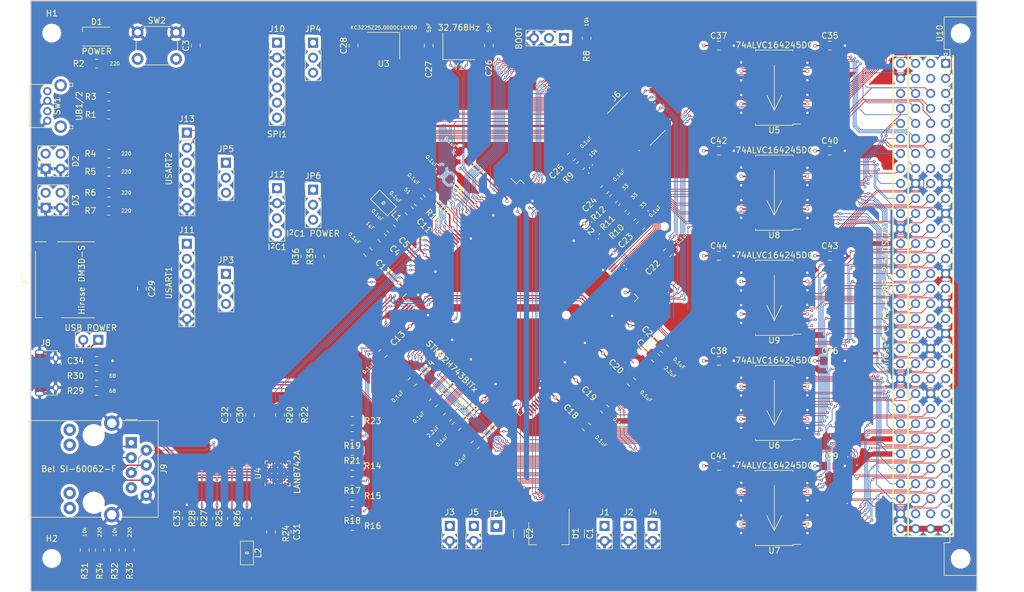
<source format=kicad_pcb>
(kicad_pcb (version 20221018) (generator pcbnew)
  (title_block (title "BigBoy"))
  (layers (0 "F.Cu" signal) (1 "In1.Cu" signal) (2 "In2.Cu" signal) (31 "B.Cu" signal) (34 "B.Paste" user) (35 "F.Paste" user) (36 "B.SilkS" user "B.Silkscreen") (37 "F.SilkS" user "F.Silkscreen") (38 "B.Mask" user) (39 "F.Mask" user) (44 "Edge.Cuts" user))
  (net 0 "")
  (net 1 "+3.3V")
  (net 2 "GND")
  (net 3 "~{RESET}")
  (net 4 "Net-(U2A-PC14)")
  (net 5 "Net-(U2A-PC15)")
  (net 6 "Net-(D1-A)")
  (net 7 "TMS{slash}SWDIO")
  (net 8 "TCK{slash}SWCLK")
  (net 9 "TDO{slash}SWO")
  (net 10 "VCP_RX")
  (net 11 "VCP_TX")
  (net 12 "USB_ID")
  (net 13 "SPI_SDO")
  (net 14 "SPI_SDI")
  (net 15 "SPI_SCK")
  (net 16 "~{SPI_CS}")
  (net 17 "USART1_TX")
  (net 18 "USART1_RX")
  (net 19 "Net-(U2D-VDDA)")
  (net 20 "USART1_RTS")
  (net 21 "I2C_SCL")
  (net 22 "I2C_SDA")
  (net 23 "USART2_CTS")
  (net 24 "USART2_TX")
  (net 25 "USART2_RX")
  (net 26 "USART2_RTS")
  (net 27 "Net-(C6-Pad1)")
  (net 28 "Net-(U2D-PDR_ON)")
  (net 29 "Net-(U2B-PG11)")
  (net 30 "RMII_TXEN")
  (net 31 "Net-(U2B-PG12)")
  (net 32 "RMII_TXD1")
  (net 33 "Net-(U2B-PG13)")
  (net 34 "RMII_TXD0")
  (net 35 "Net-(U2B-PH0)")
  (net 36 "CLK_25M")
  (net 37 "Net-(U4-RXER{slash}PHYAD0)")
  (net 38 "Net-(U4-RXD0{slash}MODE0)")
  (net 39 "Net-(U4-RXD1{slash}MODE1)")
  (net 40 "RMII_RXD0")
  (net 41 "RMII_RXD1")
  (net 42 "RMII_CRS_DV")
  (net 43 "Net-(U4-CRS_DV{slash}MODE2)")
  (net 44 "RMII_REF_CLK")
  (net 45 "Net-(U4-~{INT}{slash}REFCLKO)")
  (net 46 "RMII_MDIO")
  (net 47 "Net-(U4-RBIAS)")
  (net 48 "USB_DP")
  (net 49 "USB_DN")
  (net 50 "UL1")
  (net 51 "UL2")
  (net 52 "UL3")
  (net 53 "UL4")
  (net 54 "UB1")
  (net 55 "UB2")
  (net 56 "Net-(C9-Pad1)")
  (net 57 "LA2")
  (net 58 "LA3")
  (net 59 "LA4")
  (net 60 "LA5")
  (net 61 "LA6")
  (net 62 "LD8")
  (net 63 "LD9")
  (net 64 "LD10")
  (net 65 "LD11")
  (net 66 "LA16")
  (net 67 "LA17")
  (net 68 "LA18")
  (net 69 "LD12")
  (net 70 "LD13")
  (net 71 "LD14")
  (net 72 "LA19")
  (net 73 "LA20")
  (net 74 "LA21")
  (net 75 "LA22")
  (net 76 "LA23")
  (net 77 "LA24")
  (net 78 "LA25")
  (net 79 "LA26")
  (net 81 "RMII_MDC")
  (net 82 "LD15")
  (net 83 "LD16")
  (net 84 "LD17")
  (net 85 "LD18")
  (net 86 "LD19")
  (net 87 "LD20")
  (net 88 "LA27")
  (net 89 "LA28")
  (net 90 "LA29")
  (net 91 "LA30")
  (net 92 "LA31")
  (net 93 "LA7")
  (net 94 "LA8")
  (net 95 "LA9")
  (net 96 "LA10")
  (net 97 "LA11")
  (net 98 "LA12")
  (net 99 "LA13")
  (net 100 "LA14")
  (net 101 "LA15")
  (net 102 "LD21")
  (net 103 "LD22")
  (net 104 "LD23")
  (net 105 "LD24")
  (net 106 "LD25")
  (net 107 "LD26")
  (net 108 "LD27")
  (net 109 "SDIO_D0")
  (net 110 "SDIO_D1")
  (net 111 "LD0")
  (net 112 "LD1")
  (net 113 "LD2")
  (net 114 "LD3")
  (net 115 "TDI")
  (net 116 "SDIO_D2")
  (net 117 "SDIO_D3")
  (net 118 "SDIO_CLK")
  (net 119 "SDIO_CMD")
  (net 120 "LD28")
  (net 121 "LD29")
  (net 122 "LD30")
  (net 123 "LD31")
  (net 124 "LA0")
  (net 125 "LA1")
  (net 126 "LD4")
  (net 127 "LD5")
  (net 128 "LD6")
  (net 129 "LD7")
  (net 130 "RMII_nINT")
  (net 132 "AL_DIR")
  (net 133 "VD0")
  (net 134 "VD1")
  (net 135 "VD2")
  (net 136 "VD3")
  (net 137 "VD4")
  (net 138 "VD5")
  (net 139 "VD6")
  (net 140 "VD7")
  (net 141 "VD8")
  (net 142 "VD9")
  (net 143 "VD10")
  (net 144 "VD11")
  (net 145 "VD12")
  (net 146 "VD13")
  (net 147 "VD14")
  (net 148 "VD15")
  (net 149 "~{AL_OE}")
  (net 150 "VD16")
  (net 151 "VD17")
  (net 152 "VD18")
  (net 153 "VD19")
  (net 154 "VD20")
  (net 155 "VD21")
  (net 156 "VD22")
  (net 157 "VD23")
  (net 158 "VD24")
  (net 159 "VD25")
  (net 160 "VD26")
  (net 161 "VD27")
  (net 162 "VD28")
  (net 163 "VD29")
  (net 164 "VD30")
  (net 165 "VD31")
  (net 166 "AH_DIR")
  (net 167 "~{AH_OE}")
  (net 168 "DL_DIR")
  (net 169 "VA1")
  (net 170 "VA2")
  (net 171 "VA3")
  (net 172 "VA4")
  (net 173 "VA5")
  (net 174 "VA6")
  (net 175 "VA7")
  (net 176 "VA8")
  (net 177 "VA9")
  (net 178 "VA10")
  (net 179 "VA11")
  (net 180 "VA12")
  (net 181 "VA13")
  (net 182 "VA14")
  (net 183 "VA15")
  (net 184 "~{DL_OE}")
  (net 185 "DH_DIR")
  (net 186 "VA16")
  (net 187 "VA17")
  (net 188 "VA18")
  (net 189 "VA19")
  (net 190 "VA20")
  (net 191 "VA21")
  (net 192 "VA22")
  (net 193 "VA23")
  (net 194 "VA24")
  (net 195 "VA25")
  (net 196 "VA26")
  (net 197 "VA27")
  (net 198 "VA28")
  (net 199 "VA29")
  (net 200 "VA30")
  (net 201 "VA31")
  (net 202 "~{DH_OE}")
  (net 203 "~{CTRL_DIR}")
  (net 204 "~{VAS}")
  (net 205 "~{VDS1}")
  (net 206 "~{VDS0}")
  (net 207 "~{VWRITE}")
  (net 208 "~{VLWORD}")
  (net 209 "VAM0")
  (net 210 "VAM1")
  (net 211 "VAM2")
  (net 212 "VAM3")
  (net 213 "VAM4")
  (net 214 "VAM5")
  (net 220 "~{CTRL_OE}")
  (net 226 "LAM5")
  (net 227 "LAM4")
  (net 228 "LAM3")
  (net 229 "LAM2")
  (net 230 "LAM1")
  (net 231 "LAM0")
  (net 232 "~{LLWORD}")
  (net 233 "~{LWRITE}")
  (net 234 "~{LDS0}")
  (net 235 "~{LDS1}")
  (net 236 "~{LAS}")
  (net 237 "~{VSYSCLK}")
  (net 238 "~{VDTACK}")
  (net 239 "~{VIACK}")
  (net 240 "~{VIACKIN}")
  (net 241 "~{VIACKOUT}")
  (net 243 "~{VBBSY}")
  (net 244 "~{VBCLR}")
  (net 245 "~{VACFAIL}")
  (net 246 "~{VBG0IN}")
  (net 247 "~{VBG0OUT}")
  (net 248 "~{VBG1IN}")
  (net 249 "~{VBG1OUT}")
  (net 250 "~{VBG2IN}")
  (net 251 "~{VBG2OUT}")
  (net 252 "~{VBG3IN}")
  (net 253 "~{VBG3OUT}")
  (net 254 "~{VBR0}")
  (net 255 "~{VBR1}")
  (net 256 "~{VBR2}")
  (net 257 "~{VBR3}")
  (net 258 "~{VSERCLK}")
  (net 259 "~{VSERDAT}")
  (net 260 "~{VIRQ7}")
  (net 261 "~{VIRQ6}")
  (net 262 "~{VIRQ5}")
  (net 263 "~{VIRQ4}")
  (net 264 "~{VIRQ3}")
  (net 265 "~{VIRQ2}")
  (net 266 "~{VIRQ1}")
  (net 268 "~{VSYSFAIL}")
  (net 269 "~{VBERR}")
  (net 270 "~{VSYSRESET}")
  (net 272 "~{VRETRY}")
  (net 276 "Net-(JP1-A)")
  (net 277 "Net-(JP1-C)")
  (net 278 "SDIO_DET")
  (net 279 "+5V")
  (net 280 "Net-(U4-VDDCR)")
  (net 281 "USART1_CTS")
  (net 282 "Net-(U4-LED1{slash}REGOFF)")
  (net 283 "Net-(D2-K1)")
  (net 284 "Net-(D2-K2)")
  (net 285 "Net-(D3-K1)")
  (net 286 "Net-(D3-K2)")
  (net 287 "Net-(J12-Pin_1)")
  (net 288 "Net-(J13-Pin_4)")
  (net 290 "Net-(J9-RCT)")
  (net 291 "Net-(J8-VBUS)")
  (net 292 "Net-(J8-D-)")
  (net 293 "Net-(J8-D+)")
  (net 294 "/IO/TD+")
  (net 295 "/IO/TD-")
  (net 296 "/IO/RD+")
  (net 297 "/IO/RD-")
  (net 299 "Net-(J9-PadL2)")
  (net 300 "Net-(J9-PadL4)")
  (net 301 "Net-(J10-Pin_1)")
  (net 302 "Net-(J11-Pin_4)")
  (footprint "Package_TO_SOT_SMD:SOT-223" (layer "F.Cu") (at 138.43 115.57 -90)
    (fp_text reference "U1")
    (fp_text value "AP7361EA-33E-13")
  )
  (footprint "Capacitor_SMD:C_0805_2012Metric_Pad1.18x1.45mm_HandSolder" (layer "F.Cu") (at 121.285 95.885 -135)
    (fp_text reference "C6")
    (fp_text value "2.2uF")
  )
  (footprint "Resistor_SMD:R_0805_2012Metric_Pad1.20x1.40mm_HandSolder" (layer "F.Cu") (at 64.008 44.704 180)
    (fp_text reference "R1")
    (fp_text value "10k")
  )
  (footprint "Capacitor_SMD:C_0805_2012Metric_Pad1.18x1.45mm_HandSolder" (layer "F.Cu") (at 125.984 100.584 -135)
    (fp_text reference "C17")
    (fp_text value "0.1uF")
  )
  (footprint "Computie_Connectors:DIN41612_C_4x32_Male_Horizontal_THT" (layer "F.Cu") (at 205.5 36.03 -90)
    (fp_text reference "U10")
    (fp_text value "Hirose PCN10-128P-2.54DS(72)")
  )
  (footprint "Capacitor_SMD:C_0805_2012Metric_Pad1.18x1.45mm_HandSolder" (layer "F.Cu") (at 77.216 113.03 90)
    (fp_text reference "C33")
    (fp_text value "10uF")
  )
  (footprint "Capacitor_SMD:C_0805_2012Metric_Pad1.18x1.45mm_HandSolder" (layer "F.Cu") (at 153.924 63.5 45)
    (fp_text reference "C23")
    (fp_text value "0.1uF")
  )
  (footprint "Resistor_SMD:R_0805_2012Metric_Pad1.20x1.40mm_HandSolder" (layer "F.Cu") (at 64.008 41.656 180)
    (fp_text reference "R3")
    (fp_text value "10k")
  )
  (footprint "Capacitor_SMD:C_0805_2012Metric_Pad1.18x1.45mm_HandSolder" (layer "F.Cu") (at 142.24 51.816 45)
    (fp_text reference "C25")
    (fp_text value "0.1uF")
  )
  (footprint "Resistor_SMD:R_0805_2012Metric_Pad1.20x1.40mm_HandSolder" (layer "F.Cu") (at 105.172 111.76 180)
    (fp_text reference "R18")
    (fp_text value "33")
  )
  (footprint "Resistor_SMD:R_0805_2012Metric_Pad1.20x1.40mm_HandSolder" (layer "F.Cu") (at 92.964 95.504 -90)
    (fp_text reference "R20")
    (fp_text value "33")
  )
  (footprint "Computie_SMT:TSSOP-48_6.1x12.5mm_P0.5mm" (layer "F.Cu") (at 176.53 57.912 180)
    (fp_text reference "U8")
    (fp_text value "74ALVC164245DG")
  )
  (footprint "Resistor_SMD:R_0805_2012Metric_Pad1.20x1.40mm_HandSolder" (layer "F.Cu") (at 105.172 114.3 180)
    (fp_text reference "R16")
    (fp_text value "10k")
  )
  (footprint "Connector_PinHeader_2.54mm:PinHeader_1x02_P2.54mm_Vertical" (layer "F.Cu") (at 147.828 114.3)
    (fp_text reference "J1")
    (fp_text value "5V")
  )
  (footprint "Capacitor_SMD:C_0805_2012Metric_Pad1.18x1.45mm_HandSolder" (layer "F.Cu") (at 87.884 95.504 90)
    (fp_text reference "C30")
    (fp_text value "0.1uF")
  )
  (footprint "Capacitor_SMD:C_0805_2012Metric_Pad1.18x1.45mm_HandSolder" (layer "F.Cu") (at 167.132 104.14)
    (fp_text reference "C41")
    (fp_text value "0.1uF")
  )
  (footprint "Computie_SMT:TSSOP-48_6.1x12.5mm_P0.5mm" (layer "F.Cu") (at 176.53 111.252 180)
    (fp_text reference "U7")
    (fp_text value "74ALVC164245DG")
  )
  (footprint "Connector_PinHeader_2.54mm:PinHeader_1x03_P2.54mm_Vertical" (layer "F.Cu") (at 83.82 52.832)
    (fp_text reference "JP5")
    (fp_text value "USART2 POWER")
  )
  (footprint "Resistor_SMD:R_0805_2012Metric_Pad1.20x1.40mm_HandSolder" (layer "F.Cu") (at 95.504 95.504 -90)
    (fp_text reference "R22")
    (fp_text value "10k")
  )
  (footprint "Capacitor_SMD:C_0805_2012Metric_Pad1.18x1.45mm_HandSolder" (layer "F.Cu") (at 167.132 86.36)
    (fp_text reference "C38")
    (fp_text value "0.1uF")
  )
  (footprint "Capacitor_SMD:C_0805_2012Metric_Pad1.18x1.45mm_HandSolder" (layer "F.Cu") (at 128.27 33.02 90)
    (fp_text reference "C26")
    (fp_text value "5pF")
  )
  (footprint "Resistor_SMD:R_0805_2012Metric_Pad1.20x1.40mm_HandSolder" (layer "F.Cu") (at 105.172 106.68 180)
    (fp_text reference "R17")
    (fp_text value "33")
  )
  (footprint "Resistor_SMD:R_0805_2012Metric_Pad1.20x1.40mm_HandSolder" (layer "F.Cu") (at 64.008 51.308 180)
    (fp_text reference "R4")
    (fp_text value "220")
  )
  (footprint "Resistor_SMD:R_0805_2012Metric_Pad1.20x1.40mm_HandSolder" (layer "F.Cu") (at 61.96 91.44)
    (fp_text reference "R29")
    (fp_text value "68")
  )
  (footprint "Computie_SMT:TSSOP-48_6.1x12.5mm_P0.5mm" (layer "F.Cu") (at 176.53 40.132 180)
    (fp_text reference "U5")
    (fp_text value "74ALVC164245DG")
  )
  (footprint "Resistor_SMD:R_0805_2012Metric_Pad1.20x1.40mm_HandSolder" (layer "F.Cu") (at 59.944 118.348 -90)
    (fp_text reference "R31")
    (fp_text value "10k")
  )
  (footprint "Resistor_SMD:R_0805_2012Metric_Pad1.20x1.40mm_HandSolder" (layer "F.Cu") (at 105.172 96.52 180)
    (fp_text reference "R23")
    (fp_text value "1.5k")
  )
  (footprint "Capacitor_SMD:C_0805_2012Metric_Pad1.18x1.45mm_HandSolder" (layer "F.Cu") (at 120.904 54.864 135)
    (fp_text reference "C8")
    (fp_text value "0.1uF")
  )
  (footprint "Capacitor_SMD:C_0805_2012Metric_Pad1.18x1.45mm_HandSolder" (layer "F.Cu") (at 118.11 33.02 90)
    (fp_text reference "C27")
    (fp_text value "5pF")
  )
  (footprint "Resistor_SMD:R_0805_2012Metric_Pad1.20x1.40mm_HandSolder" (layer "F.Cu") (at 67.564 118.364 -90)
    (fp_text reference "R33")
    (fp_text value "220")
  )
  (footprint "TestPoint:TestPoint_THTPad_2.0x2.0mm_Drill1.0mm" (layer "F.Cu") (at 129.54 114.3)
    (fp_text reference "TP1")
    (fp_text value "3.3V")
  )
  (footprint "Resistor_SMD:R_0805_2012Metric_Pad1.20x1.40mm_HandSolder" (layer "F.Cu") (at 105.172 99.06 180)
    (fp_text reference "R19")
    (fp_text value "33")
  )
  (footprint "MountingHole:MountingHole_2.7mm_M2.5_DIN965" (layer "F.Cu") (at 54.37 30.9)
    (fp_text reference "H1")
    (fp_text value "MountingHole")
  )
  (footprint "Capacitor_SMD:C_0805_2012Metric_Pad1.18x1.45mm_HandSolder" (layer "F.Cu") (at 117.856 57.912 135)
    (fp_text reference "C10")
    (fp_text value "0.1uF")
  )
  (footprint "Capacitor_SMD:C_0805_2012Metric_Pad1.18x1.45mm_HandSolder" (layer "F.Cu") (at 185.928 50.8 180)
    (fp_text reference "C40")
    (fp_text value "0.1uF")
  )
  (footprint "Resistor_SMD:R_0805_2012Metric_Pad1.20x1.40mm_HandSolder" (layer "F.Cu") (at 84.836 113.03 90)
    (fp_text reference "R25")
    (fp_text value "50")
  )
  (footprint "Connector_PinHeader_2.54mm:PinHeader_1x06_P2.54mm_Vertical" (layer "F.Cu") (at 77.216 66.548)
    (fp_text reference "J11")
    (fp_text value "USART1")
  )
  (footprint "Connector_PinHeader_1.27mm:PinHeader_2x07_P1.27mm_Vertical_SMD" (layer "F.Cu") (at 153.624781 45.457065 45)
    (fp_text reference "J6")
    (fp_text value "Conn_ST_STDC14")
  )
  (footprint "Connector_PinHeader_2.54mm:PinHeader_1x03_P2.54mm_Vertical" (layer "F.Cu") (at 98.552 57.404)
    (fp_text reference "JP6")
    (fp_text value "I^{2}C1 POWER")
  )
  (footprint "Resistor_SMD:R_0805_2012Metric_Pad1.20x1.40mm_HandSolder" (layer "F.Cu") (at 152.4 61.976 45)
    (fp_text reference "R10")
    (fp_text value "33")
  )
  (footprint "Capacitor_SMD:C_0805_2012Metric_Pad1.18x1.45mm_HandSolder" (layer "F.Cu") (at 185.928 86.36 180)
    (fp_text reference "C36")
    (fp_text value "0.1uF")
  )
  (footprint "Resistor_SMD:R_0805_2012Metric_Pad1.20x1.40mm_HandSolder" (layer "F.Cu") (at 64.008 57.912 180)
    (fp_text reference "R6")
    (fp_text value "220")
  )
  (footprint "Connector_RJ:RJ45_Bel_SI-60062-F" (layer "F.Cu") (at 67.814 100.203 -90)
    (fp_text reference "J9")
    (fp_text value "Bel SI-60062-F")
  )
  (footprint "Capacitor_SMD:C_0805_2012Metric_Pad1.18x1.45mm_HandSolder" (layer "F.Cu") (at 156.464 85.852 -45)
    (fp_text reference "C9")
    (fp_text value "2.2uF")
  )
  (footprint "Capacitor_SMD:C_0805_2012Metric_Pad1.18x1.45mm_HandSolder" (layer "F.Cu") (at 78.74 33.02 90)
    (fp_text reference "C3")
    (fp_text value "0.1uF")
  )
  (footprint "Capacitor_SMD:C_0805_2012Metric_Pad1.18x1.45mm_HandSolder" (layer "F.Cu") (at 124.079 51.689 135)
    (fp_text reference "C7")
    (fp_text value "0.1uF")
  )
  (footprint "Capacitor_SMD:C_0805_2012Metric_Pad1.18x1.45mm_HandSolder" (layer "F.Cu") (at 114.808 60.96 135)
    (fp_text reference "C11")
    (fp_text value "0.1uF")
  )
  (footprint "Connector_PinHeader_2.54mm:PinHeader_1x02_P2.54mm_Vertical" (layer "F.Cu") (at 62.235 82.804 -90)
    (fp_text reference "JP2")
    (fp_text value "USB POWER")
  )
  (footprint "Crystal:Crystal_SMD_3225-4Pin_3.2x2.5mm_HandSoldering" (layer "F.Cu") (at 123.19 33.14)
    (fp_text reference "Y1")
    (fp_text value "32,768Hz")
  )
  (footprint "Capacitor_SMD:C_0805_2012Metric_Pad1.18x1.45mm_HandSolder" (layer "F.Cu") (at 94.107 115.2945 -90)
    (fp_text reference "C31")
    (fp_text value "0.1uF")
  )
  (footprint "Capacitor_SMD:C_0805_2012Metric_Pad1.18x1.45mm_HandSolder" (layer "F.Cu") (at 185.928 104.14 180)
    (fp_text reference "C39")
    (fp_text value "0.1uF")
  )
  (footprint "Capacitor_SMD:C_0805_2012Metric_Pad1.18x1.45mm_HandSolder" (layer "F.Cu") (at 157.988 84.328 -45)
    (fp_text reference "C21")
    (fp_text value "0.1uF")
  )
  (footprint "Resistor_SMD:R_0805_2012Metric_Pad1.20x1.40mm_HandSolder" (layer "F.Cu") (at 149.352 58.928 45)
    (fp_text reference "R12")
    (fp_text value "33")
  )
  (footprint "Resistor_SMD:R_0805_2012Metric_Pad1.20x1.40mm_HandSolder" (layer "F.Cu") (at 105.172 104.14)
    (fp_text reference "R14")
    (fp_text value "10k")
  )
  (footprint "Resistor_SMD:R_0805_2012Metric_Pad1.20x1.40mm_HandSolder" (layer "F.Cu") (at 105.172 101.6 180)
    (fp_text reference "R21")
    (fp_text value "10k")
  )
  (footprint "Capacitor_SMD:C_0805_2012Metric_Pad1.18x1.45mm_HandSolder" (layer "F.Cu") (at 147.828 94.488 -45)
    (fp_text reference "C19")
    (fp_text value "0.1uF")
  )
  (footprint "Resistor_SMD:R_0805_2012Metric_Pad1.20x1.40mm_HandSolder" (layer "F.Cu") (at 61.976 36.068 180)
    (fp_text reference "R2")
    (fp_text value "220")
  )
  (footprint "Connector_PinHeader_2.54mm:PinHeader_1x04_P2.54mm_Vertical" (layer "F.Cu") (at 92.456 57.15)
    (fp_text reference "J12")
    (fp_text value "I^{2}C1")
  )
  (footprint "Crystal:Crystal_SMD_3225-4Pin_3.2x2.5mm_HandSoldering" (layer "F.Cu") (at 110.49 33.02 180)
    (fp_text reference "U3")
    (fp_text value "KC3225Z25.0000C1KX00")
  )
  (footprint "Computie_Miscellaneous:Dialight 553-0xxxF" (layer "F.Cu") (at 54.61 52.578)
    (fp_text reference "D2")
    (fp_text value "Dialight 5530188F")
  )
  (footprint "Resistor_SMD:R_0805_2012Metric_Pad1.20x1.40mm_HandSolder" (layer "F.Cu") (at 87.376 113.03 90)
    (fp_text reference "R26")
    (fp_text value "50")
  )
  (footprint "Resistor_SMD:R_0805_2012Metric_Pad1.20x1.40mm_HandSolder" (layer "F.Cu") (at 65.024 118.364 -90)
    (fp_text reference "R32")
    (fp_text value "10k")
  )
  (footprint "Computie_SMT:TSSOP-48_6.1x12.5mm_P0.5mm" (layer "F.Cu") (at 176.53 75.692 180)
    (fp_text reference "U9")
    (fp_text value "74ALVC164245DG")
  )
  (footprint "Capacitor_SMD:C_0805_2012Metric_Pad1.18x1.45mm_HandSolder" (layer "F.Cu") (at 69.596 74.168 -90)
    (fp_text reference "C29")
    (fp_text value "0.1uF")
  )
  (footprint "Resistor_SMD:R_0805_2012Metric_Pad1.20x1.40mm_HandSolder" (layer "F.Cu") (at 61.944 88.9)
    (fp_text reference "R30")
    (fp_text value "68")
  )
  (footprint "Package_QFP:LQFP-208_28x28mm_P0.5mm" (layer "F.Cu") (at 133.5825 75.692 -45)
    (fp_text reference "U2")
    (fp_text value "STM32H743BITx")
  )
  (footprint "Capacitor_SMD:C_0805_2012Metric_Pad1.18x1.45mm_HandSolder" (layer "F.Cu") (at 158.496 68.072 45)
    (fp_text reference "C22")
    (fp_text value "0.1uF")
  )
  (footprint "Capacitor_SMD:C_0805_2012Metric_Pad1.18x1.45mm_HandSolder" (layer "F.Cu") (at 61.944 86.36)
    (fp_text reference "C34")
    (fp_text value "0.1uF")
  )
  (footprint "Resistor_SMD:R_0805_2012Metric_Pad1.20x1.40mm_HandSolder" (layer "F.Cu") (at 143.764 53.34 -135)
    (fp_text reference "R9")
    (fp_text value "10k")
  )
  (footprint "Capacitor_SMD:C_0805_2012Metric_Pad1.18x1.45mm_HandSolder" (layer "F.Cu") (at 105.41 33.02 90)
    (fp_text reference "C28")
    (fp_text value "0.1uF")
  )
  (footprint "Capacitor_SMD:C_0805_2012Metric_Pad1.18x1.45mm_HandSolder" (layer "F.Cu") (at 118.872 93.472 -135)
    (fp_text reference "C15")
    (fp_text value "0.1uF")
  )
  (footprint "Capacitor_SMD:C_0805_2012Metric_Pad1.18x1.45mm_HandSolder" (layer "F.Cu") (at 85.344 95.504 90)
    (fp_text reference "C32")
    (fp_text value "0.1uF")
  )
  (footprint "Connector_PinHeader_2.54mm:PinHeader_1x02_P2.54mm_Vertical" (layer "F.Cu") (at 125.73 114.3)
    (fp_text reference "J5")
    (fp_text value "3.3V")
  )
  (footprint "Capacitor_SMD:C_0805_2012Metric_Pad1.18x1.45mm_HandSolder" (layer "F.Cu") (at 110.236 65.532 -45)
    (fp_text reference "C4")
    (fp_text value "1uF")
  )
  (footprint "Resistor_SMD:R_0805_2012Metric_Pad1.20x1.40mm_HandSolder" (layer "F.Cu") (at 62.484 118.364 -90)
    (fp_text reference "R34")
    (fp_text value "220")
  )
  (footprint "Capacitor_SMD:C_0805_2012Metric_Pad1.18x1.45mm_HandSolder" (layer "F.Cu") (at 111.76 64.008 -45)
    (fp_text reference "C5")
    (fp_text value "0.1uF")
  )
  (footprint "Connector_PinHeader_2.54mm:PinHeader_1x06_P2.54mm_Vertical" (layer "F.Cu") (at 77.216 47.752)
    (fp_text reference "J13")
    (fp_text value "USART2")
  )
  (footprint "Package_DFN_QFN:VQFN-24-1EP_4x4mm_P0.5mm_EP2.5x2.5mm_ThermalVias" (layer "F.Cu") (at 92.5505 105.41 90)
    (fp_text reference "U4")
    (fp_text value "LAN8742A")
  )
  (footprint "LED_SMD:LED_PLCC-2_3.4x3.0mm_KA" (layer "F.Cu") (at 61.976 31.496)
    (fp_text reference "D1")
    (fp_text value "POWER")
  )
  (footprint "Resistor_SMD:R_0805_2012Metric_Pad1.20x1.40mm_HandSolder" (layer "F.Cu") (at 64.008 60.96 180)
    (fp_text reference "R7")
    (fp_text value "220")
  )
  (footprint "Resistor_SMD:R_0805_2012Metric_Pad1.20x1.40mm_HandSolder" (layer "F.Cu") (at 144.78 31.75 90)
    (fp_text reference "R8")
    (fp_text value "10k")
  )
  (footprint "Connector_PinHeader_2.54mm:PinHeader_1x03_P2.54mm_Vertical" (layer "F.Cu") (at 140.97 31.75 -90)
    (fp_text reference "JP1")
    (fp_text value "BOOT")
  )
  (footprint "Computie_Miscellaneous:Dialight 553-0xxxF" (layer "F.Cu") (at 54.61 59.182)
    (fp_text reference "D3")
    (fp_text value "Dialight 5530177F")
  )
  (footprint "Connector_Card:microSD_HC_Hirose_DM3D-SF" (layer "F.Cu") (at 57.404 72.644 90)
    (fp_text reference "J7")
    (fp_text value "Hirose DM3D-S")
  )
  (footprint "Capacitor_SMD:C_1206_3216Metric_Pad1.33x1.80mm_HandSolder" (layer "F.Cu") (at 143.51 115.57 -90)
    (fp_text reference "C1")
    (fp_text value "4.7uF")
  )
  (footprint "PCM_Ferrite_SMD_Handsoldering_AKL:Ferrite_0805_2012Metric_Pad1.15x1.40mm_BigPads" (layer "F.Cu") (at 110.452784 59.652784 135)
    (fp_text reference "L1")
    (fp_text value "600Ω @ 100MHz (MI0805K601R-10)" hide)
  )
  (footprint "Resistor_SMD:R_0805_2012Metric_Pad1.20x1.40mm_HandSolder" (layer "F.Cu") (at 99.695 68.691 90)
    (fp_text reference "R35")
    (fp_text value "4.7k")
  )
  (footprint "Resistor_SMD:R_0805_2012Metric_Pad1.20x1.40mm_HandSolder" (layer "F.Cu") (at 150.876 60.452 45)
    (fp_text reference "R11")
    (fp_text value "33")
  )
  (footprint "Capacitor_SMD:C_0805_2012Metric_Pad1.18x1.45mm_HandSolder" (layer "F.Cu") (at 167.132 33.02)
    (fp_text reference "C37")
    (fp_text value "0.1uF")
  )
  (footprint "Capacitor_SMD:C_0805_2012Metric_Pad1.18x1.45mm_HandSolder" (layer "F.Cu") (at 122.809 97.409 -135)
    (fp_text reference "C16")
    (fp_text value "0.1uF")
  )
  (footprint "PCM_Ferrite_SMD_Handsoldering_AKL:Ferrite_0805_2012Metric_Pad1.15x1.40mm_BigPads" (layer "F.Cu") (at 87.376 118.872 -90)
    (fp_text reference "L2")
    (fp_text value "600Ω @ 100MHz (MI0805K601R-10)" hide)
  )
  (footprint "Connector_PinHeader_2.54mm:PinHeader_1x06_P2.54mm_Vertical" (layer "F.Cu") (at 92.456 32.512)
    (fp_text reference "J10")
    (fp_text value "SPI1")
  )
  (footprint "Resistor_SMD:R_0805_2012Metric_Pad1.20x1.40mm_HandSolder" (layer "F.Cu") (at 82.296 113.03 90)
    (fp_text reference "R27")
    (fp_text value "50")
  )
  (footprint "Resistor_SMD:R_0805_2012Metric_Pad1.20x1.40mm_HandSolder" (layer "F.Cu") (at 79.756 113.03 90)
    (fp_text reference "R28")
    (fp_text value "50")
  )
  (footprint "Resistor_SMD:R_0805_2012Metric_Pad1.20x1.40mm_HandSolder" (layer "F.Cu") (at 116.332 59.436 135)
    (fp_text reference "R13")
    (fp_text value "51")
  )
  (footprint "Computie_Miscellaneous:E-Switch TL2243" (layer "F.Cu") (at 53.62 43.236 90)
    (fp_text reference "SW1")
    (fp_text value "UB1/2")
  )
  (footprint "Capacitor_SMD:C_0805_2012Metric_Pad1.18x1.45mm_HandSolder" (layer "F.Cu") (at 147.828 57.404 45)
    (fp_text reference "C24")
    (fp_text value "0.1uF")
  )
  (footprint "Capacitor_SMD:C_0805_2012Metric_Pad1.18x1.45mm_HandSolder" (layer "F.Cu") (at 167.132 68.58)
    (fp_text reference "C44")
    (fp_text value "0.1uF")
  )
  (footprint "Capacitor_SMD:C_0805_2012Metric_Pad1.18x1.45mm_HandSolder" (layer "F.Cu") (at 115.316 89.916 -135)
    (fp_text reference "C14")
    (fp_text value "0.1uF")
  )
  (footprint "Capacitor_SMD:C_0805_2012Metric_Pad1.18x1.45mm_HandSolder" (layer "F.Cu") (at 152.4 89.916 -45)
    (fp_text reference "C20")
    (fp_text value "0.1uF")
  )
  (footprint "Connector_PinHeader_2.54mm:PinHeader_1x03_P2.54mm_Vertical" (layer "F.Cu") (at 98.552 32.527)
    (fp_text reference "JP4")
    (fp_text value "SPI1 POWER")
  )
  (footprint "Resistor_SMD:R_0805_2012Metric_Pad1.20x1.40mm_HandSolder" (layer "F.Cu") (at 64.008 54.356 180)
    (fp_text reference "R5")
    (fp_text value "220")
  )
  (footprint "Capacitor_SMD:C_1206_3216Metric_Pad1.33x1.80mm_HandSolder" (layer "F.Cu") (at 133.35 115.57 -90)
    (fp_text reference "C2")
    (fp_text value "4.7uF")
  )
  (footprint "Capacitor_SMD:C_0805_2012Metric_Pad1.18x1.45mm_HandSolder" (layer "F.Cu") (at 107.823 67.945 135)
    (fp_text reference "C12")
    (fp_text value "0.1uF")
  )
  (footprint "Computie_SMT:TSSOP-48_6.1x12.5mm_P0.5mm" (layer "F.Cu") (at 176.53 93.472 180)
    (fp_text reference "U6")
    (fp_text value "74ALVC164245DG")
  )
  (footprint "Connector_PinHeader_2.54mm:PinHeader_1x02_P2.54mm_Vertical" (layer "F.Cu") (at 155.956 114.3)
    (fp_text reference "J4")
    (fp_text value "5V")
  )
  (footprint "Button_Switch_THT:SW_PUSH_6mm" (layer "F.Cu") (at 68.886 30.77)
    (fp_text reference "SW2")
    (fp_text value "~{RESET}")
  )
  (footprint "Capacitor_SMD:C_0805_2012Metric_Pad1.18x1.45mm_HandSolder" (layer "F.Cu") (at 185.928 33.02 180)
    (fp_text reference "C35")
    (fp_text value "0.1uF")
  )
  (footprint "Connector_PinHeader_2.54mm:PinHeader_1x03_P2.54mm_Vertical" (layer "F.Cu") (at 83.82 71.643)
    (fp_text reference "JP3")
    (fp_text value "USART1 POWER")
  )
  (footprint "MountingHole:MountingHole_2.7mm_M2.5_DIN965" (layer "F.Cu") (at 54.37 119.8)
    (fp_text reference "H2")
    (fp_text value "MountingHole")
  )
  (footprint "Capacitor_SMD:C_0805_2012Metric_Pad1.18x1.45mm_HandSolder" (layer "F.Cu") (at 144.78 97.536 -45)
    (fp_text reference "C18")
    (fp_text value "0.1uF")
  )
  (footprint "Capacitor_SMD:C_0805_2012Metric_Pad1.18x1.45mm_HandSolder" (layer "F.Cu") (at 185.928 68.58 180)
    (fp_text reference "C43")
    (fp_text value "0.1uF")
  )
  (footprint "Connector_PinHeader_2.54mm:PinHeader_1x02_P2.54mm_Vertical" (layer "F.Cu") (at 151.892 114.3)
    (fp_text reference "J2")
    (fp_text value "5V")
  )
  (footprint "Connector_USB:USB_Micro-B_Amphenol_10118194_Horizontal" (layer "F.Cu") (at 53.624 88.392 -90)
    (fp_text reference "J8")
    (fp_text value "Amphenol 10118194-0001LF")
  )
  (footprint "Capacitor_SMD:C_0805_2012Metric_Pad1.18x1.45mm_HandSolder" (layer "F.Cu") (at 167.132 50.8)
    (fp_text reference "C42")
    (fp_text value "0.1uF")
  )
  (footprint "Resistor_SMD:R_0805_2012Metric_Pad1.20x1.40mm_HandSolder" (layer "F.Cu") (at 97.282 68.707 90)
    (fp_text reference "R36")
    (fp_text value "4.7k")
  )
  (footprint "Connector_PinHeader_2.54mm:PinHeader_1x02_P2.54mm_Vertical" (layer "F.Cu") (at 121.666 114.3)
    (fp_text reference "J3")
    (fp_text value "3.3V")
  )
  (footprint "Capacitor_SMD:C_0805_2012Metric_Pad1.18x1.45mm_HandSolder" (layer "F.Cu") (at 110.363 85.09 -135)
    (fp_text reference "C13")
    (fp_text value "0.1uF")
  )
  (footprint "Resistor_SMD:R_0805_2012Metric_Pad1.20x1.40mm_HandSolder" (layer "F.Cu") (at 105.172 109.22 180)
    (fp_text reference "R15")
    (fp_text value "10k")
  )
  (footprint "Resistor_SMD:R_0805_2012Metric_Pad1.20x1.40mm_HandSolder" (layer "F.Cu") (at 91.44 115.316 -90)
    (fp_text reference "R24")
    (fp_text value "12.1k")
  )
  (gr_rect locked (start 50.8 25.4) (end 210.8 125.4) (stroke (width 0.2)) (fill none) (layer "Edge.Cuts"))
  (segment (start 144.399 63.119) (end 144.387734 63.119) (width 0.254) (layer "F.Cu") (net 1))
  (segment (start 170.9606 37.382) (end 170.942 37.3634) (width 0.254) (layer "F.Cu") (net 1))
  (segment (start 166.0945 68.58) (end 164.592 68.58) (width 0.254) (layer "F.Cu") (net 1))
  (segment (start 122.174 63.929946) (end 123.382485 65.138431) (width 0.254) (layer "F.Cu") (net 1))
  (segment (start 127.381 92.837) (end 127.397656 92.837) (width 0.254) (layer "F.Cu") (net 1))
  (segment (start 157.762377 68.805623) (end 157.762377 68.836239) (width 0.254) (layer "F.Cu") (net 1))
  (segment (start 172.8175 108.502) (end 170.9606 108.502) (width 0.254) (layer "F.Cu") (net 1))
  (segment (start 121.666 61.722) (end 118.589623 58.645623) (width 0.254) (layer "F.Cu") (net 1))
  (segment (start 62.754 72.769) (end 67.947 72.769) (width 0.254) (layer "F.Cu") (net 1))
  (segment (start 170.9488 96.222) (end 170.942 96.2152) (width 0.254) (layer "F.Cu") (net 1))
  (segment (start 131.318 58.931811) (end 131.318 59.309) (width 0.254) (layer "F.Cu") (net 1))
  (segment (start 120.015 85.370412) (end 120.015 85.344) (width 0.254) (layer "F.Cu") (net 1))
  (segment (start 146.304 61.202734) (end 144.399 63.107734) (width 0.254) (layer "F.Cu") (net 1))
  (segment (start 116.203035 89.182377) (end 120.015 85.370412) (width 0.254) (layer "F.Cu") (net 1))
  (segment (start 68.3085 73.1305) (end 69.596 73.1305) (width 0.254) (layer "F.Cu") (net 1))
  (segment (start 152.070082 80.391) (end 150.853583 79.174501) (width 0.254) (layer "F.Cu") (net 1))
  (segment (start 121.637623 55.597623) (end 121.637623 55.615395) (width 0.254) (layer "F.Cu") (net 1))
  (segment (start 166.0945 104.14) (end 164.592 104.14) (width 0.254) (layer "F.Cu") (net 1))
  (segment (start 124.812623 52.426434) (end 130.453552 58.067363) (width 0.254) (layer "F.Cu") (net 1))
  (segment (start 114.935 80.518) (end 114.967918 80.518) (width 0.254) (layer "F.Cu") (net 1))
  (segment (start 153.172605 64.233623) (end 149.352 68.054228) (width 0.254) (layer "F.Cu") (net 1))
  (segment (start 132.872616 93.726) (end 133.096 93.726) (width 0.254) (layer "F.Cu") (net 1))
  (segment (start 123.542623 96.675377) (end 123.559279 96.675377) (width 0.254) (layer "F.Cu") (net 1))
  (segment (start 170.9488 78.442) (end 170.942 78.4352) (width 0.254) (layer "F.Cu") (net 1))
  (segment (start 124.685623 52.549623) (end 124.812623 52.422623) (width 0.254) (layer "F.Cu") (net 1))
  (segment (start 147.094377 93.754377) (end 147.048683 93.754377) (width 0.254) (layer "F.Cu") (net 1))
  (segment (start 143.002 89.662) (end 142.956306 89.662) (width 0.254) (layer "F.Cu") (net 1))
  (segment (start 153.190377 64.233623) (end 153.172605 64.233623) (width 0.254) (layer "F.Cu") (net 1))
  (segment (start 149.352 68.054228) (end 149.352 68.072) (width 0.254) (layer "F.Cu") (net 1))
  (segment (start 113.03 73.152) (end 113.011278 73.152) (width 0.254) (layer "F.Cu") (net 1))
  (segment (start 166.0945 50.8) (end 164.592 50.8) (width 0.254) (layer "F.Cu") (net 1))
  (segment (start 127.397656 92.837) (end 128.685786 91.54887) (width 0.254) (layer "F.Cu") (net 1))
  (segment (start 127.381 92.853656) (end 127.381 92.837) (width 0.254) (layer "F.Cu") (net 1))
  (segment (start 170.9606 72.942) (end 170.942 72.9234) (width 0.254) (layer "F.Cu") (net 1))
  (segment (start 131.867766 94.73085) (end 132.872616 93.726) (width 0.254) (layer "F.Cu") (net 1))
  (segment (start 149.352 68.072) (end 149.334228 68.072) (width 0.254) (layer "F.Cu") (net 1))
  (segment (start 170.9606 55.162) (end 170.942 55.1434) (width 0.254) (layer "F.Cu") (net 1))
  (segment (start 142.956306 89.662) (end 141.661195 88.366889) (width 0.254) (layer "F.Cu") (net 1))
  (segment (start 125.984 59.944) (end 125.984 59.961772) (width 0.254) (layer "F.Cu") (net 1))
  (segment (start 108.556623 68.697345) (end 108.556623 68.678623) (width 0.254) (layer "F.Cu") (net 1))
  (segment (start 172.8175 42.882) (end 170.9488 42.882) (width 0.254) (layer "F.Cu") (net 1))
  (segment (start 170.9606 90.722) (end 170.942 90.7034) (width 0.254) (layer "F.Cu") (net 1))
  (segment (start 120.041412 85.344) (end 121.261164 84.124248) (width 0.254) (layer "F.Cu") (net 1))
  (segment (start 117.489833 68.438167) (end 116.658107 67.606441) (width 0.254) (layer "F.Cu") (net 1))
  (segment (start 157.762377 68.836239) (end 152.62135 73.977266) (width 0.254) (layer "F.Cu") (net 1))
  (segment (start 116.658107 62.810107) (end 115.541623 61.693623) (width 0.254) (layer "F.Cu") (net 1))
  (segment (start 122.174 63.929946) (end 121.666 63.421946) (width 0.254) (layer "F.Cu") (net 1))
  (segment (start 119.718103 92.738377) (end 119.605623 92.738377) (width 0.254) (layer "F.Cu") (net 1))
  (segment (start 136.357894 57.698106) (end 136.357894 57.71381) (width 0.254) (layer "F.Cu") (net 1))
  (segment (start 126.748239 99.850377) (end 131.867766 94.73085) (width 0.254) (layer "F.Cu") (net 1))
  (segment (start 144.387734 63.119) (end 143.075409 64.431325) (width 0.254) (layer "F.Cu") (net 1))
  (segment (start 146.304 58.928) (end 146.304 61.202734) (width 0.254) (layer "F.Cu") (net 1))
  (segment (start 154.051 80.391) (end 157.254377 83.594377) (width 0.254) (layer "F.Cu") (net 1))
  (segment (start 116.658107 67.606441) (end 116.658107 62.810107) (width 0.254) (layer "F.Cu") (net 1))
  (segment (start 147.048683 93.754377) (end 143.002 89.707694) (width 0.254) (layer "F.Cu") (net 1))
  (segment (start 152.146 80.391) (end 154.051 80.391) (width 0.254) (layer "F.Cu") (net 1))
  (segment (start 125.966228 59.944) (end 125.984 59.944) (width 0.254) (layer "F.Cu") (net 1))
  (segment (start 139.513344 92.583) (end 143.732721 96.802377) (width 0.254) (layer "F.Cu") (net 1))
  (segment (start 141.506377 52.549623) (end 136.357894 57.698106) (width 0.254) (layer "F.Cu") (net 1))
  (segment (start 114.967918 80.518) (end 116.311417 79.174501) (width 0.254) (layer "F.Cu") (net 1))
  (segment (start 114.190097 74.330819) (end 113.03 73.170722) (width 0.254) (layer "F.Cu") (net 1))
  (segment (start 110.969623 84.102377) (end 111.383541 84.102377) (width 0.254) (layer "F.Cu") (net 1))
  (segment (start 170.9606 108.502) (end 170.942 108.4834) (width 0.254) (layer "F.Cu") (net 1))
  (segment (start 125.984 59.961772) (end 127.271572 61.249344) (width 0.254) (layer "F.Cu") (net 1))
  (segment (start 172.8175 78.442) (end 170.9488 78.442) (width 0.254) (layer "F.Cu") (net 1))
  (segment (start 121.637623 55.615395) (end 125.966228 59.944) (width 0.254) (layer "F.Cu") (net 1))
  (segment (start 139.513344 92.583) (end 138.479214 91.54887) (width 0.254) (layer "F.Cu") (net 1))
  (segment (start 114.935 80.550918) (end 114.935 80.518) (width 0.254) (layer "F.Cu") (net 1))
  (segment (start 147.094377 58.137623) (end 146.304 58.928) (width 0.254) (layer "F.Cu") (net 1))
  (segment (start 149.334228 68.072) (end 148.025156 69.381072) (width 0.254) (layer "F.Cu") (net 1))
  (segment (start 144.399 63.107734) (end 144.399 63.119) (width 0.254) (layer "F.Cu") (net 1))
  (segment (start 124.812623 52.422623) (end 124.812623 52.426434) (width 0.254) (layer "F.Cu") (net 1))
  (segment (start 113.03 73.170722) (end 113.03 73.152) (width 0.254) (layer "F.Cu") (net 1))
  (segment (start 121.666 63.421946) (end 121.666 61.722) (width 0.254) (layer "F.Cu") (net 1))
  (segment (start 172.8175 60.662) (end 170.9488 60.662) (width 0.254) (layer "F.Cu") (net 1))
  (segment (start 166.0945 86.36) (end 164.592 86.36) (width 0.254) (layer "F.Cu") (net 1))
  (segment (start 67.947 72.769) (end 68.3085 73.1305) (width 0.254) (layer "F.Cu") (net 1))
  (segment (start 123.559279 96.675377) (end 127.381 92.853656) (width 0.254) (layer "F.Cu") (net 1))
  (segment (start 172.8175 37.382) (end 170.9606 37.382) (width 0.254) (layer "F.Cu") (net 1))
  (segment (start 170.9488 60.662) (end 170.942 60.6552) (width 0.254) (layer "F.Cu") (net 1))
  (segment (start 143.002 89.707694) (end 143.002 89.662) (width 0.254) (layer "F.Cu") (net 1))
  (segment (start 152.62135 73.977266) (end 151.795616 74.803) (width 0.254) (layer "F.Cu") (net 1))
  (segment (start 152.146 80.391) (end 152.070082 80.391) (width 0.254) (layer "F.Cu") (net 1))
  (segment (start 166.0945 33.02) (end 164.592 33.02) (width 0.254) (layer "F.Cu") (net 1))
  (segment (start 146.257389 83.773389) (end 146.257389 83.770695) (width 0.254) (layer "F.Cu") (net 1))
  (segment (start 172.8175 96.222) (end 170.9488 96.222) (width 0.254) (layer "F.Cu") (net 1))
  (segment (start 170.9488 114.002) (end 170.942 113.9952) (width 0.254) (layer "F.Cu") (net 1))
  (segment (start 147.574 85.09) (end 146.257389 83.773389) (width 0.254) (layer "F.Cu") (net 1))
  (segment (start 126.717623 99.850377) (end 126.748239 99.850377) (width 0.254) (layer "F.Cu") (net 1))
  (segment (start 151.666377 89.182377) (end 147.574 85.09) (width 0.254) (layer "F.Cu") (net 1))
  (segment (start 130.453552 58.067363) (end 131.318 58.931811) (width 0.254) (layer "F.Cu") (net 1))
  (segment (start 113.011278 73.152) (end 108.556623 68.697345) (width 0.254) (layer "F.Cu") (net 1))
  (segment (start 111.383541 84.102377) (end 114.935 80.550918) (width 0.254) (layer "F.Cu") (net 1))
  (segment (start 124.796698 87.659782) (end 119.718103 92.738377) (width 0.254) (layer "F.Cu") (net 1))
  (segment (start 120.015 85.344) (end 120.041412 85.344) (width 0.254) (layer "F.Cu") (net 1))
  (segment (start 172.8175 55.162) (end 170.9606 55.162) (width 0.254) (layer "F.Cu") (net 1))
  (segment (start 172.8175 114.002) (end 170.9488 114.002) (width 0.254) (layer "F.Cu") (net 1))
  (segment (start 143.732721 96.802377) (end 144.046377 96.802377) (width 0.254) (layer "F.Cu") (net 1))
  (segment (start 172.8175 90.722) (end 170.9606 90.722) (width 0.254) (layer "F.Cu") (net 1))
  (segment (start 117.489833 68.438167) (end 118.786291 69.734625) (width 0.254) (layer "F.Cu") (net 1))
  (segment (start 151.795616 74.803) (end 151.384 74.803) (width 0.254) (layer "F.Cu") (net 1))
  (segment (start 170.9488 42.882) (end 170.942 42.8752) (width 0.254) (layer "F.Cu") (net 1))
  (segment (start 116.049623 89.182377) (end 116.203035 89.182377) (width 0.254) (layer "F.Cu") (net 1))
  (segment (start 172.8175 72.942) (end 170.9606 72.942) (width 0.254) (layer "F.Cu") (net 1))
  (via (at 139.513344 92.583) (size 0.6) (drill 0.4) (layers "F.Cu" "B.Cu") (net 1))
  (via (at 149.352 68.072) (size 0.6) (drill 0.4) (layers "F.Cu" "B.Cu") (net 1))
  (via (at 170.942 78.4352) (size 0.6) (drill 0.4) (layers "F.Cu" "B.Cu") (net 1))
  (via (at 131.318 59.309) (size 0.6) (drill 0.4) (layers "F.Cu" "B.Cu") (net 1))
  (via (at 170.942 42.8752) (size 0.6) (drill 0.4) (layers "F.Cu" "B.Cu") (net 1))
  (via (at 122.174 63.929946) (size 0.6) (drill 0.4) (layers "F.Cu" "B.Cu") (net 1))
  (via (at 170.942 37.3634) (size 0.6) (drill 0.4) (layers "F.Cu" "B.Cu") (net 1))
  (via (at 170.942 96.2152) (size 0.6) (drill 0.4) (layers "F.Cu" "B.Cu") (net 1))
  (via (at 127.381 92.837) (size 0.6) (drill 0.4) (layers "F.Cu" "B.Cu") (net 1))
  (via (at 152.146 80.391) (size 0.6) (drill 0.4) (layers "F.Cu" "B.Cu") (net 1))
  (via (at 133.096 93.726) (size 0.6) (drill 0.4) (layers "F.Cu" "B.Cu") (net 1))
  (via (at 147.574 85.09) (size 0.6) (drill 0.4) (layers "F.Cu" "B.Cu") (net 1))
  (via (at 170.942 72.9234) (size 0.6) (drill 0.4) (layers "F.Cu" "B.Cu") (net 1))
  (via (at 144.399 63.119) (size 0.6) (drill 0.4) (layers "F.Cu" "B.Cu") (net 1))
  (via (at 125.984 59.944) (size 0.6) (drill 0.4) (layers "F.Cu" "B.Cu") (net 1))
  (via (at 170.942 60.6552) (size 0.6) (drill 0.4) (layers "F.Cu" "B.Cu") (net 1))
  (via (at 151.384 74.803) (size 0.6) (drill 0.4) (layers "F.Cu" "B.Cu") (net 1))
  (via (at 143.002 89.662) (size 0.6) (drill 0.4) (layers "F.Cu" "B.Cu") (net 1))
  (via (at 170.942 108.4834) (size 0.6) (drill 0.4) (layers "F.Cu" "B.Cu") (net 1))
  (via (at 170.942 55.1434) (size 0.6) (drill 0.4) (layers "F.Cu" "B.Cu") (net 1))
  (via (at 114.935 80.518) (size 0.6) (drill 0.4) (layers "F.Cu" "B.Cu") (net 1))
  (via (at 164.592 86.36) (size 0.6) (drill 0.4) (layers "F.Cu" "B.Cu") (net 1))
  (via (at 117.489833 68.438167) (size 0.6) (drill 0.4) (layers "F.Cu" "B.Cu") (net 1))
  (via (at 164.592 68.58) (size 0.6) (drill 0.4) (layers "F.Cu" "B.Cu") (net 1))
  (via (at 113.03 73.152) (size 0.6) (drill 0.4) (layers "F.Cu" "B.Cu") (net 1))
  (via (at 164.592 50.8) (size 0.6) (drill 0.4) (layers "F.Cu" "B.Cu") (net 1))
  (via (at 164.592 104.14) (size 0.6) (drill 0.4) (layers "F.Cu" "B.Cu") (net 1))
  (via (at 120.015 85.344) (size 0.6) (drill 0.4) (layers "F.Cu" "B.Cu") (net 1))
  (via (at 164.592 33.02) (size 0.6) (drill 0.4) (layers "F.Cu" "B.Cu") (net 1))
  (via (at 170.942 113.9952) (size 0.6) (drill 0.4) (layers "F.Cu" "B.Cu") (net 1))
  (via (at 170.942 90.7034) (size 0.6) (drill 0.4) (layers "F.Cu" "B.Cu") (net 1))
  (segment (start 148.378709 69.734625) (end 147.574 70.539334) (width 0.254) (layer "F.Cu") (net 2))
  (segment (start 116.66497 79.528054) (end 117.580024 78.613) (width 0.254) (layer "F.Cu") (net 2))
  (segment (start 172.8175 59.162) (end 170.9474 59.162) (width 0.254) (layer "F.Cu") (net 2))
  (segment (start 180.2425 92.222) (end 182.098 92.222) (width 0.254) (layer "F.Cu") (net 2))
  (segment (start 170.9592 53.662) (end 170.942 53.6448) (width 0.254) (layer "F.Cu") (net 2))
  (segment (start 172.8175 41.382) (end 170.9474 41.382) (width 0.254) (layer "F.Cu") (net 2))
  (segment (start 180.2425 76.942) (end 182.0872 76.942) (width 0.254) (layer "F.Cu") (net 2))
  (segment (start 125.222 65.659) (end 124.61016 65.659) (width 0.254) (layer "F.Cu") (net 2))
  (segment (start 182.098 74.442) (end 182.118 74.422) (width 0.254) (layer "F.Cu") (net 2))
  (segment (start 168.1695 50.8) (end 169.672 50.8) (width 0.254) (layer "F.Cu") (net 2))
  (segment (start 172.8175 94.722) (end 170.9474 94.722) (width 0.254) (layer "F.Cu") (net 2))
  (segment (start 186.9655 33.02) (end 188.468 33.02) (width 0.254) (layer "F.Cu") (net 2))
  (segment (start 137.16 90.932) (end 137.287 91.059) (width 0.254) (layer "F.Cu") (net 2))
  (segment (start 170.9592 35.882) (end 170.942 35.8648) (width 0.254) (layer "F.Cu") (net 2))
  (segment (start 182.0872 94.722) (end 182.118 94.6912) (width 0.254) (layer "F.Cu") (net 2))
  (segment (start 180.2425 94.722) (end 182.0872 94.722) (width 0.254) (layer "F.Cu") (net 2))
  (segment (start 170.9474 94.722) (end 170.942 94.7166) (width 0.254) (layer "F.Cu") (net 2))
  (segment (start 116.332 75.184) (end 115.750384 75.184) (width 0.254) (layer "F.Cu") (net 2))
  (segment (start 180.2425 115.502) (end 182.1008 115.502) (width 0.254) (layer "F.Cu") (net 2))
  (segment (start 172.8175 56.662) (end 170.9474 56.662) (width 0.254) (layer "F.Cu") (net 2))
  (segment (start 180.2425 74.442) (end 182.098 74.442) (width 0.254) (layer "F.Cu") (net 2))
  (segment (start 125.222 86.527374) (end 125.222 86.106) (width 0.254) (layer "F.Cu") (net 2))
  (segment (start 180.2425 110.002) (end 182.098 110.002) (width 0.254) (layer "F.Cu") (net 2))
  (segment (start 172.8175 71.442) (end 170.9592 71.442) (width 0.254) (layer "F.Cu") (net 2))
  (segment (start 180.2425 38.882) (end 182.098 38.882) (width 0.254) (layer "F.Cu") (net 2))
  (segment (start 168.1695 104.14) (end 169.672 104.14) (width 0.254) (layer "F.Cu") (net 2))
  (segment (start 170.9474 110.002) (end 170.942 110.0074) (width 0.254) (layer "F.Cu") (net 2))
  (segment (start 182.0844 71.442) (end 182.118 71.4756) (width 0.254) (layer "F.Cu") (net 2))
  (segment (start 62.754 74.969) (end 67.8005 74.969) (width 0.254) (layer "F.Cu") (net 2))
  (segment (start 137.287 91.059) (end 137.287 91.063762) (width 0.254) (layer "F.Cu") (net 2))
  (segment (start 170.9474 41.382) (end 170.942 41.3766) (width 0.254) (layer "F.Cu") (net 2))
  (segment (start 180.2425 59.162) (end 182.0872 59.162) (width 0.254) (layer "F.Cu") (net 2))
  (segment (start 137.065001 58.420917) (end 136.176918 59.309) (width 0.254) (layer "F.Cu") (net 2))
  (segment (start 170.9474 92.222) (end 170.942 92.2274) (width 0.254) (layer "F.Cu") (net 2))
  (segment (start 180.2425 97.722) (end 182.1008 97.722) (width 0.254) (layer "F.Cu") (net 2))
  (segment (start 182.098 110.002) (end 182.118 109.982) (width 0.254) (layer "F.Cu") (net 2))
  (segment (start 180.2425 89.222) (end 182.0844 89.222) (width 0.254) (layer "F.Cu") (net 2))
  (segment (start 172.8175 44.382) (end 170.9502 44.382) (width 0.254) (layer "F.Cu") (net 2))
  (segment (start 180.2425 35.882) (end 182.0844 35.882) (width 0.254) (layer "F.Cu") (net 2))
  (segment (start 186.9655 86.36) (end 188.468 86.36) (width 0.254) (layer "F.Cu") (net 2))
  (segment (start 186.9655 104.14) (end 188.468 104.14) (width 0.254) (layer "F.Cu") (net 2))
  (segment (start 62.9815 86.36) (end 64.643 86.36) (width 0.254) (layer "F.Cu") (net 2))
  (segment (start 77.216 111.9925) (end 77.216 110.744) (width 0.254) (layer "F.Cu") (net 2))
  (segment (start 172.8175 53.662) (end 170.9592 53.662) (width 0.254) (layer "F.Cu") (net 2))
  (segment (start 55.024 89.692) (end 52.624 89.692) (width 0.254) (layer "F.Cu") (net 2))
  (segment (start 182.098 92.222) (end 182.118 92.202) (width 0.254) (layer "F.Cu") (net 2))
  (segment (start 128.451334 61.722) (end 129.032 61.722) (width 0.254) (layer "F.Cu") (net 2))
  (segment (start 115.750384 75.184) (end 114.54365 73.977266) (width 0.254) (layer "F.Cu") (net 2))
  (segment (start 168.1695 33.02) (end 169.672 33.02) (width 0.254) (layer "F.Cu") (net 2))
  (segment (start 180.2425 56.662) (end 182.098 56.662) (width 0.254) (layer "F.Cu") (net 2))
  (segment (start 182.1008 62.162) (end 182.118 62.1792) (width 0.254) (layer "F.Cu") (net 2))
  (segment (start 168.1695 86.36) (end 169.672 86.36) (width 0.254) (layer "F.Cu") (net 2))
  (segment (start 180.2425 44.382) (end 182.1008 44.382) (width 0.254) (layer "F.Cu") (net 2))
  (segment (start 170.9474 74.442) (end 170.942 74.4474) (width 0.254) (layer "F.Cu") (net 2))
  (segment (start 182.0872 59.162) (end 182.118 59.1312) (width 0.254) (layer "F.Cu") (net 2))
  (segment (start 142.014748 88.013336) (end 141.097 87.095588) (width 0.254) (layer "F.Cu") (net 2))
  (segment (start 172.8175 107.002) (end 170.9592 107.002) (width 0.254) (layer "F.Cu") (net 2))
  (segment (start 124.61016 65.659) (end 123.736038 64.784878) (width 0.254) (layer "F.Cu") (net 2))
  (segment (start 52.624 89.692) (end 52.324 89.392) (width 0.254) (layer "F.Cu") (net 2))
  (segment (start 143.428962 64.784878) (end 142.621 65.59284) (width 0.254) (layer "F.Cu") (net 2))
  (segment (start 67.8005 74.969) (end 68.037 75.2055) (width 0.254) (layer "F.Cu") (net 2))
  (segment (start 141.097 87.095588) (end 141.097 86.614) (width 0.254) (layer "F.Cu") (net 2))
  (segment (start 170.9502 79.942) (end 170.942 79.9338) (width 0.254) (layer "F.Cu") (net 2))
  (segment (start 182.0872 112.502) (end 182.118 112.4712) (width 0.254) (layer "F.Cu") (net 2))
  (segment (start 172.8175 38.882) (end 170.9474 38.882) (width 0.254) (layer "F.Cu") (net 2))
  (segment (start 180.2425 71.442) (end 182.0844 71.442) (width 0.254) (layer "F.Cu") (net 2))
  (segment (start 137.287 91.063762) (end 138.125661 91.902423) (width 0.254) (layer "F.Cu") (net 2))
  (segment (start 170.9474 112.502) (end 170.942 112.4966) (width 0.254) (layer "F.Cu") (net 2))
  (segment (start 180.2425 112.502) (end 182.0872 112.502) (width 0.254) (layer "F.Cu") (net 2))
  (segment (start 172.8175 92.222) (end 170.9474 92.222) (width 0.254) (layer "F.Cu") (net 2))
  (segment (start 170.9474 38.882) (end 170.942 38.8874) (width 0.254) (layer "F.Cu") (net 2))
  (segment (start 121.874306 82.804) (end 122.047 82.804) (width 0.254) (layer "F.Cu") (net 2))
  (segment (start 170.9592 71.442) (end 170.942 71.4248) (width 0.254) (layer "F.Cu") (net 2))
  (segment (start 180.2425 62.162) (end 182.1008 62.162) (width 0.254) (layer "F.Cu") (net 2))
  (segment (start 170.9474 56.662) (end 170.942 56.6674) (width 0.254) (layer "F.Cu") (net 2))
  (segment (start 182.098 56.662) (end 182.118 56.642) (width 0.254) (layer "F.Cu") (net 2))
  (segment (start 172.8175 76.942) (end 170.9474 76.942) (width 0.254) (layer "F.Cu") (net 2))
  (segment (start 186.9655 68.58) (end 188.468 68.58) (width 0.254) (layer "F.Cu") (net 2))
  (segment (start 172.8175 35.882) (end 170.9592 35.882) (width 0.254) (layer "F.Cu") (net 2))
  (segment (start 180.2425 79.942) (end 182.1008 79.942) (width 0.254) (layer "F.Cu") (net 2))
  (segment (start 170.9592 89.222) (end 170.942 89.2048) (width 0.254) (layer "F.Cu") (net 2))
  (segment (start 136.176918 59.309) (end 135.636 59.309) (width 0.254) (layer "F.Cu") (net 2))
  (segment (start 170.9474 59.162) (end 170.942 59.1566) (width 0.254) (layer "F.Cu") (net 2))
  (segment (start 170.9502 62.162) (end 170.942 62.1538) (width 0.254) (layer "F.Cu") (net 2))
  (segment (start 172.8175 115.502) (end 170.9502 115.502) (width 0.254) (layer "F.Cu") (net 2))
  (segment (start 182.0844 35.882) (end 182.118 35.9156) (width 0.254) (layer "F.Cu") (net 2))
  (segment (start 118.432737 70.088179) (end 119.253 70.908442) (width 0.254) (layer "F.Cu") (net 2))
  (segment (start 68.037 75.2055) (end 69.596 75.2055) (width 0.254) (layer "F.Cu") (net 2))
  (segment (start 142.621 65.59284) (end 142.621 66.04) (width 0.254) (layer "F.Cu") (net 2))
  (segment (start 170.9502 97.722) (end 170.942 97.7138) (width 0.254) (layer "F.Cu") (net 2))
  (segment (start 172.8175 110.002) (end 170.9474 110.002) (width 0.254) (layer "F.Cu") (net 2))
  (segment (start 182.0844 53.662) (end 182.118 53.6956) (width 0.254) (layer "F.Cu") (net 2))
  (segment (start 136.906 90.932) (end 137.16 90.932) (width 0.254) (layer "F.Cu") (net 2))
  (segment (start 180.2425 107.002) (end 182.0844 107.002) (width 0.254) (layer "F.Cu") (net 2))
  (segment (start 182.1008 44.382) (end 182.118 44.3992) (width 0.254) (layer "F.Cu") (net 2))
  (segment (start 128.332232 91.195316) (end 129.230548 90.297) (width 0.254) (layer "F.Cu") (net 2))
  (segment (start 186.9655 50.8) (end 188.468 50.8) (width 0.254) (layer "F.Cu") (net 2))
  (segment (start 172.8175 62.162) (end 170.9502 62.162) (width 0.254) (layer "F.Cu") (net 2))
  (segment (start 172.8175 74.442) (end 170.9474 74.442) (width 0.254) (layer "F.Cu") (net 2))
  (segment (start 147.574 70.539334) (end 147.574 70.993) (width 0.254) (layer "F.Cu") (net 2))
  (segment (start 170.9502 44.382) (end 170.942 44.3738) (width 0.254) (layer "F.Cu") (net 2))
  (segment (start 172.8175 79.942) (end 170.9502 79.942) (width 0.254) (layer "F.Cu") (net 2))
  (segment (start 117.580024 78.613) (end 117.983 78.613) (width 0.254) (layer "F.Cu") (net 2))
  (segment (start 172.8175 112.502) (end 170.9474 112.502) (width 0.254) (layer "F.Cu") (net 2))
  (segment (start 182.1008 115.502) (end 182.118 115.5192) (width 0.254) (layer "F.Cu") (net 2))
  (segment (start 180.2425 41.382) (end 182.0872 41.382) (width 0.254) (layer "F.Cu") (net 2))
  (segment (start 172.8175 89.222) (end 170.9592 89.222) (width 0.254) (layer "F.Cu") (net 2))
  (segment (start 182.0872 41.382) (end 182.118 41.3512) (width 0.254) (layer "F.Cu") (net 2))
  (segment (start 170.9474 76.942) (end 170.942 76.9366) (width 0.254) (layer "F.Cu") (net 2))
  (segment (start 170.9502 115.502) (end 170.942 115.4938) (width 0.254) (layer "F.Cu") (net 2))
  (segment (start 172.8175 97.722) (end 170.9502 97.722) (width 0.254) (layer "F.Cu") (net 2))
  (segment (start 129.230548 90.297) (end 129.413 90.297) (width 0.254) (layer "F.Cu") (net 2))
  (segment (start 180.2425 53.662) (end 182.0844 53.662) (width 0.254) (layer "F.Cu") (net 2))
  (segment (start 150.50003 79.528054) (end 149.711976 78.74) (width 0.254) (layer "F.Cu") (net 2))
  (segment (start 120.907611 83.770695) (end 121.874306 82.804) (width 0.254) (layer "F.Cu") (net 2))
  (segment (start 119.253 70.908442) (end 119.253 71.247) (width 0.254) (layer "F.Cu") (net 2))
  (segment (start 182.098 38.882) (end 182.118 38.862) (width 0.254) (layer "F.Cu") (net 2))
  (segment (start 170.9592 107.002) (end 170.942 106.9848) (width 0.254) (layer "F.Cu") (net 2))
  (segment (start 182.0872 76.942) (end 182.118 76.9112) (width 0.254) (layer "F.Cu") (net 2))
  (segment (start 182.0844 89.222) (end 182.118 89.2556) (width 0.254) (layer "F.Cu") (net 2))
  (segment (start 168.1695 68.58) (end 169.672 68.58) (width 0.254) (layer "F.Cu") (net 2))
  (segment (start 182.0844 107.002) (end 182.118 107.0356) (width 0.254) (layer "F.Cu") (net 2))
  (segment (start 182.1008 79.942) (end 182.118 79.9592) (width 0.254) (layer "F.Cu") (net 2))
  (segment (start 124.443145 87.306229) (end 125.222 86.527374) (width 0.254) (layer "F.Cu") (net 2))
  (segment (start 144.526 83.312) (end 145.091588 83.312) (width 0.254) (layer "F.Cu") (net 2))
  (segment (start 149.711976 78.74) (end 149.098 78.74) (width 0.254) (layer "F.Cu") (net 2))
  (segment (start 127.625125 60.895791) (end 128.451334 61.722) (width 0.254) (layer "F.Cu") (net 2))
  (segment (start 182.1008 97.722) (end 182.118 97.7392) (width 0.254) (layer "F.Cu") (net 2))
  (segment (start 145.091588 83.312) (end 145.903836 84.124248) (width 0.254) (layer "F.Cu") (net 2))
  (via (at 182.118 97.7392) (size 0.6) (drill 0.4) (layers "F.Cu" "B.Cu") (net 2))
  (via (at 170.942 115.4938) (size 0.6) (drill 0.4) (layers "F.Cu" "B.Cu") (net 2))
  (via (at 170.942 76.9366) (size 0.6) (drill 0.4) (layers "F.Cu" "B.Cu") (net 2))
  (via (at 125.222 65.659) (size 0.6) (drill 0.4) (layers "F.Cu" "B.Cu") (net 2))
  (via (at 182.118 56.642) (size 0.6) (drill 0.4) (layers "F.Cu" "B.Cu") (net 2))
  (via (at 170.942 97.7138) (size 0.6) (drill 0.4) (layers "F.Cu" "B.Cu") (net 2))
  (via (at 147.574 70.993) (size 0.6) (drill 0.4) (layers "F.Cu" "B.Cu") (net 2))
  (via (at 182.118 74.422) (size 0.6) (drill 0.4) (layers "F.Cu" "B.Cu") (net 2))
  (via (at 170.942 56.6674) (size 0.6) (drill 0.4) (layers "F.Cu" "B.Cu") (net 2))
  (via (at 169.672 50.8) (size 0.6) (drill 0.4) (layers "F.Cu" "B.Cu") (net 2))
  (via (at 149.098 78.74) (size 0.6) (drill 0.4) (layers "F.Cu" "B.Cu") (net 2))
  (via (at 182.118 53.6956) (size 0.6) (drill 0.4) (layers "F.Cu" "B.Cu") (net 2))
  (via (at 170.942 74.4474) (size 0.6) (drill 0.4) (layers "F.Cu" "B.Cu") (net 2))
  (via (at 182.118 115.5192) (size 0.6) (drill 0.4) (layers "F.Cu" "B.Cu") (net 2))
  (via (at 182.118 89.2556) (size 0.6) (drill 0.4) (layers "F.Cu" "B.Cu") (net 2))
  (via (at 141.097 86.614) (size 0.6) (drill 0.4) (layers "F.Cu" "B.Cu") (net 2))
  (via (at 169.672 104.14) (size 0.6) (drill 0.4) (layers "F.Cu" "B.Cu") (net 2))
  (via (at 170.942 89.2048) (size 0.6) (drill 0.4) (layers "F.Cu" "B.Cu") (net 2))
  (via (at 182.118 79.9592) (size 0.6) (drill 0.4) (layers "F.Cu" "B.Cu") (net 2))
  (via (at 182.118 92.202) (size 0.6) (drill 0.4) (layers "F.Cu" "B.Cu") (net 2))
  (via (at 170.942 94.7166) (size 0.6) (drill 0.4) (layers "F.Cu" "B.Cu") (net 2))
  (via (at 170.942 71.4248) (size 0.6) (drill 0.4) (layers "F.Cu" "B.Cu") (net 2))
  (via (at 170.942 79.9338) (size 0.6) (drill 0.4) (layers "F.Cu" "B.Cu") (net 2))
  (via (at 136.906 90.932) (size 0.6) (drill 0.4) (layers "F.Cu" "B.Cu") (net 2))
  (via (at 129.032 61.722) (size 0.6) (drill 0.4) (layers "F.Cu" "B.Cu") (net 2))
  (via (at 122.047 82.804) (size 0.6) (drill 0.4) (layers "F.Cu" "B.Cu") (net 2))
  (via (at 170.942 92.2274) (size 0.6) (drill 0.4) (layers "F.Cu" "B.Cu") (net 2))
  (via (at 188.468 104.14) (size 0.6) (drill 0.4) (layers "F.Cu" "B.Cu") (net 2))
  (via (at 142.621 66.04) (size 0.6) (drill 0.4) (layers "F.Cu" "B.Cu") (net 2))
  (via (at 170.942 62.1538) (size 0.6) (drill 0.4) (layers "F.Cu" "B.Cu") (net 2))
  (via (at 182.118 35.9156) (size 0.6) (drill 0.4) (layers "F.Cu" "B.Cu") (net 2))
  (via (at 182.118 76.9112) (size 0.6) (drill 0.4) (layers "F.Cu" "B.Cu") (net 2))
  (via (at 119.253 71.247) (size 0.6) (drill 0.4) (layers "F.Cu" "B.Cu") (net 2))
  (via (at 170.942 53.6448) (size 0.6) (drill 0.4) (layers "F.Cu" "B.Cu") (net 2))
  (via (at 182.118 41.3512) (size 0.6) (drill 0.4) (layers "F.Cu" "B.Cu") (net 2))
  (via (at 129.413 90.297) (size 0.6) (drill 0.4) (layers "F.Cu" "B.Cu") (net 2))
  (via (at 182.118 71.4756) (size 0.6) (drill 0.4) (layers "F.Cu" "B.Cu") (net 2))
  (via (at 188.468 50.8) (size 0.6) (drill 0.4) (layers "F.Cu" "B.Cu") (net 2))
  (via (at 169.672 68.58) (size 0.6) (drill 0.4) (layers "F.Cu" "B.Cu") (net 2))
  (via (at 170.942 35.8648) (size 0.6) (drill 0.4) (layers "F.Cu" "B.Cu") (net 2))
  (via (at 182.118 62.1792) (size 0.6) (drill 0.4) (layers "F.Cu" "B.Cu") (net 2))
  (via (at 170.942 106.9848) (size 0.6) (drill 0.4) (layers "F.Cu" "B.Cu") (net 2))
  (via (at 170.942 44.3738) (size 0.6) (drill 0.4) (layers "F.Cu" "B.Cu") (net 2))
  (via (at 182.118 59.1312) (size 0.6) (drill 0.4) (layers "F.Cu" "B.Cu") (net 2))
  (via (at 182.118 112.4712) (size 0.6) (drill 0.4) (layers "F.Cu" "B.Cu") (net 2))
  (via (at 144.526 83.312) (size 0.6) (drill 0.4) (layers "F.Cu" "B.Cu") (net 2))
  (via (at 170.942 41.3766) (size 0.6) (drill 0.4) (layers "F.Cu" "B.Cu") (net 2))
  (via (at 116.332 75.184) (size 0.6) (drill 0.4) (layers "F.Cu" "B.Cu") (net 2))
  (via (at 182.118 38.862) (size 0.6) (drill 0.4) (layers "F.Cu" "B.Cu") (net 2))
  (via (at 188.468 68.58) (size 0.6) (drill 0.4) (layers "F.Cu" "B.Cu") (net 2))
  (via (at 169.672 33.02) (size 0.6) (drill 0.4) (layers "F.Cu" "B.Cu") (net 2))
  (via (at 170.942 110.0074) (size 0.6) (drill 0.4) (layers "F.Cu" "B.Cu") (net 2))
  (via (at 188.468 33.02) (size 0.6) (drill 0.4) (layers "F.Cu" "B.Cu") (net 2))
  (via (at 169.672 86.36) (size 0.6) (drill 0.4) (layers "F.Cu" "B.Cu") (net 2))
  (via (at 64.643 86.36) (size 0.6) (drill 0.4) (layers "F.Cu" "B.Cu") (net 2))
  (via (at 170.942 112.4966) (size 0.6) (drill 0.4) (layers "F.Cu" "B.Cu") (net 2))
  (via (at 117.983 78.613) (size 0.6) (drill 0.4) (layers "F.Cu" "B.Cu") (net 2))
  (via (at 182.118 107.0356) (size 0.6) (drill 0.4) (layers "F.Cu" "B.Cu") (net 2))
  (via (at 182.118 44.3992) (size 0.6) (drill 0.4) (layers "F.Cu" "B.Cu") (net 2))
  (via (at 135.636 59.309) (size 0.6) (drill 0.4) (layers "F.Cu" "B.Cu") (net 2))
  (via (at 182.118 109.982) (size 0.6) (drill 0.4) (layers "F.Cu" "B.Cu") (net 2))
  (via (at 170.942 38.8874) (size 0.6) (drill 0.4) (layers "F.Cu" "B.Cu") (net 2))
  (via (at 170.942 59.1566) (size 0.6) (drill 0.4) (layers "F.Cu" "B.Cu") (net 2))
  (via (at 188.468 86.36) (size 0.6) (drill 0.4) (layers "F.Cu" "B.Cu") (net 2))
  (via (at 77.216 110.744) (size 0.6) (drill 0.4) (layers "F.Cu" "B.Cu") (net 2))
  (via (at 125.222 86.106) (size 0.6) (drill 0.4) (layers "F.Cu" "B.Cu") (net 2))
  (via (at 182.118 94.6912) (size 0.6) (drill 0.4) (layers "F.Cu" "B.Cu") (net 2))
  (segment (start 118.491 65.9038) (end 118.491 63.119) (width 0.127) (layer "F.Cu") (net 3))
  (segment (start 120.554058 67.966858) (end 118.491 65.9038) (width 0.127) (layer "F.Cu") (net 3))
  (segment (start 116.586 61.214) (end 111.506 56.134) (width 0.127) (layer "F.Cu") (net 3))
  (segment (start 118.491 63.119) (end 116.586 61.214) (width 0.127) (layer "F.Cu") (net 3))
  (segment (start 124.64 36.142) (end 124.64 34.29) (width 0.127) (layer "F.Cu") (net 4))
  (segment (start 124.46 36.322) (end 124.64 36.142) (width 0.127) (layer "F.Cu") (net 4))
  (segment (start 124.079 53.721) (end 124.079 53.814132) (width 0.127) (layer "F.Cu") (net 4))
  (segment (start 124.079 53.814132) (end 129.392892 59.128024) (width 0.127) (layer "F.Cu") (net 4))
  (via (at 124.46 36.322) (size 0.45) (drill 0.2) (layers "F.Cu" "B.Cu") (net 4))
  (via (at 124.079 53.721) (size 0.45) (drill 0.2) (layers "F.Cu" "B.Cu") (net 4))
  (segment (start 124.079 53.721) (end 124.079 36.703) (width 0.127) (layer "B.Cu") (net 4))
  (segment (start 124.079 36.703) (end 124.46 36.322) (width 0.127) (layer "B.Cu") (net 4))
  (segment (start 126.7095 57.151738) (end 129.039339 59.481577) (width 0.127) (layer "F.Cu") (net 5))
  (segment (start 123.5075 53.7845) (end 126.7095 56.9865) (width 0.127) (layer "F.Cu") (net 5))
  (segment (start 121.793 36.322) (end 121.74 36.269) (width 0.127) (layer "F.Cu") (net 5))
  (segment (start 123.3805 53.7845) (end 123.5075 53.7845) (width 0.127) (layer "F.Cu") (net 5))
  (segment (start 121.74 36.269) (end 121.74 34.29) (width 0.127) (layer "F.Cu") (net 5))
  (segment (start 126.7095 56.9865) (end 126.7095 57.151738) (width 0.127) (layer "F.Cu") (net 5))
  (via (at 123.3805 53.7845) (size 0.45) (drill 0.2) (layers "F.Cu" "B.Cu") (net 5))
  (via (at 121.793 36.322) (size 0.45) (drill 0.2) (layers "F.Cu" "B.Cu") (net 5))
  (segment (start 123.825 53.34) (end 123.825 38.354) (width 0.127) (layer "B.Cu") (net 5))
  (segment (start 123.825 38.354) (end 121.793 36.322) (width 0.127) (layer "B.Cu") (net 5))
  (segment (start 123.3805 53.7845) (end 123.825 53.34) (width 0.127) (layer "B.Cu") (net 5))
  (segment (start 154.051 84.493238) (end 149.792923 80.235161) (width 0.127) (layer "F.Cu") (net 7))
  (segment (start 153.207588 42.282156) (end 154.735961 40.753783) (width 0.127) (layer "F.Cu") (net 7))
  (segment (start 154.735961 40.753783) (end 154.735961 40.639909) (width 0.127) (layer "F.Cu") (net 7))
  (via (at 154.735961 40.639909) (size 0.45) (drill 0.2) (layers "F.Cu" "B.Cu") (net 7))
  (segment (start 159.512 79.248) (end 159.512 73.533) (width 0.127) (layer "B.Cu") (net 7))
  (segment (start 159.512 73.533) (end 160.147 72.898) (width 0.127) (layer "B.Cu") (net 7))
  (segment (start 160.147 72.898) (end 160.147 45.25558) (width 0.127) (layer "B.Cu") (net 7))
  (segment (start 160.147 45.25558) (end 155.531329 40.639909) (width 0.127) (layer "B.Cu") (net 7))
  (segment (start 155.531329 40.639909) (end 154.735961 40.639909) (width 0.127) (layer "B.Cu") (net 7))
  (segment (start 155.815461 41.719409) (end 155.566386 41.719409) (width 0.127) (layer "F.Cu") (net 8))
  (segment (start 155.194 69.723) (end 159.639 65.278) (width 0.127) (layer "F.Cu") (net 8))
  (segment (start 155.194 70.69751) (end 155.194 69.723) (width 0.127) (layer "F.Cu") (net 8))
  (segment (start 152.267797 73.623713) (end 155.194 70.69751) (width 0.127) (layer "F.Cu") (net 8))
  (segment (start 155.566386 41.719409) (end 154.105614 43.180181) (width 0.127) (layer "F.Cu") (net 8))
  (via (at 155.815461 41.719409) (size 0.45) (drill 0.2) (layers "F.Cu" "B.Cu") (net 8))
  (via (at 159.639 65.278) (size 0.45) (drill 0.2) (layers "F.Cu" "B.Cu") (net 8))
  (segment (start 159.893 65.024) (end 159.639 65.278) (width 0.127) (layer "B.Cu") (net 8))
  (segment (start 156.251619 41.719409) (end 159.893 45.36079) (width 0.127) (layer "B.Cu") (net 8))
  (segment (start 155.815461 41.719409) (end 156.251619 41.719409) (width 0.127) (layer "B.Cu") (net 8))
  (segment (start 159.893 45.36079) (end 159.893 65.024) (width 0.127) (layer "B.Cu") (net 8))
  (segment (start 155.003639 44.005361) (end 155.003639 44.078207) (width 0.127) (layer "F.Cu") (net 9))
  (segment (start 140.608549 61.956451) (end 140.600535 61.956451) (width 0.127) (layer "F.Cu") (net 9))
  (segment (start 156.337 42.672) (end 155.003639 44.005361) (width 0.127) (layer "F.Cu") (net 9))
  (segment (start 145.796 53.213) (end 146.558 53.975) (width 0.127) (layer "F.Cu") (net 9))
  (segment (start 146.558 56.007) (end 140.608549 61.956451) (width 0.127) (layer "F.Cu") (net 9))
  (segment (start 146.558 53.975) (end 146.558 56.007) (width 0.127) (layer "F.Cu") (net 9))
  (via (at 156.337 42.672) (size 0.45) (drill 0.2) (layers "F.Cu" "B.Cu") (net 9))
  (via (at 145.796 53.213) (size 0.45) (drill 0.2) (layers "F.Cu" "B.Cu") (net 9))
  (segment (start 146.027225 53.213) (end 154.028225 45.212) (width 0.127) (layer "B.Cu") (net 9))
  (segment (start 154.305 45.212) (end 156.337 43.18) (width 0.127) (layer "B.Cu") (net 9))
  (segment (start 145.796 53.213) (end 146.027225 53.213) (width 0.127) (layer "B.Cu") (net 9))
  (segment (start 154.028225 45.212) (end 154.305 45.212) (width 0.127) (layer "B.Cu") (net 9))
  (segment (start 156.337 43.18) (end 156.337 42.672) (width 0.127) (layer "B.Cu") (net 9))
  (segment (start 145.118558 54.61) (end 139.186321 60.542237) (width 0.127) (layer "F.Cu") (net 10))
  (segment (start 145.161 54.61) (end 145.118558 54.61) (width 0.127) (layer "F.Cu") (net 10))
  (segment (start 153.67 50.8) (end 154.94 49.53) (width 0.127) (layer "F.Cu") (net 10))
  (via (at 145.161 54.61) (size 0.45) (drill 0.2) (layers "F.Cu" "B.Cu") (net 10))
  (via (at 153.67 50.8) (size 0.45) (drill 0.2) (layers "F.Cu" "B.Cu") (net 10))
  (segment (start 149.225 50.8) (end 153.67 50.8) (width 0.127) (layer "B.Cu") (net 10))
  (segment (start 145.415 54.61) (end 149.225 50.8) (width 0.127) (layer "B.Cu") (net 10))
  (segment (start 145.161 54.61) (end 145.415 54.61) (width 0.127) (layer "B.Cu") (net 10))
  (segment (start 145.5785 54.857166) (end 139.539875 60.895791) (width 0.127) (layer "F.Cu") (net 11))
  (segment (start 158.877 45.593) (end 158.877 45.466) (width 0.127) (layer "F.Cu") (net 11))
  (segment (start 145.288 53.721) (end 145.5785 54.0115) (width 0.127) (layer "F.Cu") (net 11))
  (segment (start 145.5785 54.0115) (end 145.5785 54.857166) (width 0.127) (layer "F.Cu") (net 11))
  (segment (start 157.697716 46.772284) (end 158.877 45.593) (width 0.127) (layer "F.Cu") (net 11))
  (via (at 158.877 45.466) (size 0.45) (drill 0.2) (layers "F.Cu" "B.Cu") (net 11))
  (via (at 145.288 53.721) (size 0.45) (drill 0.2) (layers "F.Cu" "B.Cu") (net 11))
  (segment (start 145.288 53.721) (end 145.878435 53.721) (width 0.127) (layer "B.Cu") (net 11))
  (segment (start 154.133435 45.466) (end 158.877 45.466) (width 0.127) (layer "B.Cu") (net 11))
  (segment (start 145.878435 53.721) (end 154.133435 45.466) (width 0.127) (layer "B.Cu") (net 11))
  (segment (start 111.633 77.089) (end 111.379 77.089) (width 0.127) (layer "F.Cu") (net 12))
  (segment (start 118.745 76.2) (end 118.11 76.835) (width 0.127) (layer "F.Cu") (net 12))
  (segment (start 111.379 77.089) (end 97.409 91.059) (width 0.127) (layer "F.Cu") (net 12))
  (segment (start 143.636442 76.2) (end 118.745 76.2) (width 0.127) (layer "F.Cu") (net 12))
  (segment (start 64.389 92.583) (end 59.367 92.583) (width 0.127) (layer "F.Cu") (net 12))
  (segment (start 65.913 91.059) (end 64.389 92.583) (width 0.127) (layer "F.Cu") (net 12))
  (segment (start 148.732263 81.295821) (end 143.636442 76.2) (width 0.127) (layer "F.Cu") (net 12))
  (segment (start 97.409 91.059) (end 65.913 91.059) (width 0.127) (layer "F.Cu") (net 12))
  (segment (start 59.367 92.583) (end 55.826 89.042) (width 0.127) (layer "F.Cu") (net 12))
  (segment (start 55.826 89.042) (end 55.024 89.042) (width 0.127) (layer "F.Cu") (net 12))
  (via (at 111.633 77.089) (size 0.45) (drill 0.2) (layers "F.Cu" "B.Cu") (net 12))
  (via (at 118.11 76.835) (size 0.45) (drill 0.2) (layers "F.Cu" "B.Cu") (net 12))
  (segment (start 118.11 76.835) (end 117.856 77.089) (width 0.127) (layer "B.Cu") (net 12))
  (segment (start 117.856 77.089) (end 111.633 77.089) (width 0.127) (layer "B.Cu") (net 12))
  (segment (start 110.969623 66.265623) (end 111.887 67.183) (width 0.254) (layer "F.Cu") (net 19))
  (segment (start 111.887 67.183) (end 114.113344 67.183) (width 0.254) (layer "F.Cu") (net 19))
  (segment (start 111.177568 60.377568) (end 113.411 62.611) (width 0.254) (layer "F.Cu") (net 19))
  (segment (start 112.493623 64.741623) (end 112.493623 64.856171) (width 0.254) (layer "F.Cu") (net 19))
  (segment (start 113.411 62.611) (end 113.411 63.824246) (width 0.254) (layer "F.Cu") (net 19))
  (segment (start 112.493623 64.856171) (end 118.079184 70.441732) (width 0.254) (layer "F.Cu") (net 19))
  (segment (start 113.411 63.824246) (end 112.493623 64.741623) (width 0.254) (layer "F.Cu") (net 19))
  (segment (start 114.113344 67.183) (end 117.72563 70.795286) (width 0.254) (layer "F.Cu") (net 19))
  (segment (start 149.43937 70.795286) (end 156.21 64.024656) (width 0.127) (layer "F.Cu") (net 23))
  (segment (start 156.21 64.024656) (end 156.21 59.98758) (width 0.127) (layer "F.Cu") (net 23))
  (segment (start 143.59342 47.371) (end 77.597 47.371) (width 0.127) (layer "F.Cu") (net 23))
  (segment (start 156.21 59.98758) (end 143.59342 47.371) (width 0.127) (layer "F.Cu") (net 23))
  (segment (start 77.597 47.371) (end 77.216 47.752) (width 0.127) (layer "F.Cu") (net 23))
  (segment (start 79.629 47.879) (end 77.216 50.292) (width 0.127) (layer "F.Cu") (net 24))
  (segment (start 155.702 60.198) (end 143.383 47.879) (width 0.127) (layer "F.Cu") (net 24))
  (segment (start 155.702 63.118442) (end 155.702 60.198) (width 0.127) (layer "F.Cu") (net 24))
  (segment (start 148.732263 70.088179) (end 155.702 63.118442) (width 0.127) (layer "F.Cu") (net 24))
  (segment (start 143.383 47.879) (end 79.629 47.879) (width 0.127) (layer "F.Cu") (net 24))
  (segment (start 149.085816 70.441732) (end 155.956 63.571548) (width 0.127) (layer "F.Cu") (net 26))
  (segment (start 76.327 49.022) (end 75.438 49.911) (width 0.127) (layer "F.Cu") (net 26))
  (segment (start 75.438 56.134) (end 77.216 57.912) (width 0.127) (layer "F.Cu") (net 26))
  (segment (start 79.52379 47.625) (end 78.12679 49.022) (width 0.127) (layer "F.Cu") (net 26))
  (segment (start 155.956 60.09279) (end 143.48821 47.625) (width 0.127) (layer "F.Cu") (net 26))
  (segment (start 75.438 49.911) (end 75.438 56.134) (width 0.127) (layer "F.Cu") (net 26))
  (segment (start 78.12679 49.022) (end 76.327 49.022) (width 0.127) (layer "F.Cu") (net 26))
  (segment (start 143.48821 47.625) (end 79.52379 47.625) (width 0.127) (layer "F.Cu") (net 26))
  (segment (start 155.956 63.571548) (end 155.956 60.09279) (width 0.127) (layer "F.Cu") (net 26))
  (segment (start 122.145623 95.278377) (end 122.936 94.488) (width 0.127) (layer "F.Cu") (net 27))
  (segment (start 124.332442 94.488) (end 127.978679 90.841763) (width 0.127) (layer "F.Cu") (net 27))
  (segment (start 122.936 94.488) (end 124.332442 94.488) (width 0.127) (layer "F.Cu") (net 27))
  (segment (start 142.24 54.864) (end 139.914811 54.864) (width 0.127) (layer "F.Cu") (net 28))
  (segment (start 139.914811 54.864) (end 136.711448 58.067363) (width 0.127) (layer "F.Cu") (net 28))
  (segment (start 143.056893 54.047107) (end 142.24 54.864) (width 0.127) (layer "F.Cu") (net 28))
  (segment (start 151.692893 62.683107) (end 151.003 63.373) (width 0.127) (layer "F.Cu") (net 29))
  (segment (start 147.669266 63.373) (end 144.843175 66.199091) (width 0.127) (layer "F.Cu") (net 29))
  (segment (start 151.003 63.373) (end 147.669266 63.373) (width 0.127) (layer "F.Cu") (net 29))
  (segment (start 153.67 60.706) (end 153.67 58.69579) (width 0.127) (layer "F.Cu") (net 30))
  (segment (start 153.107107 61.268893) (end 153.67 60.706) (width 0.127) (layer "F.Cu") (net 30))
  (segment (start 143.23421 48.26) (end 103.378 48.26) (width 0.127) (layer "F.Cu") (net 30))
  (segment (start 153.67 58.69579) (end 143.23421 48.26) (width 0.127) (layer "F.Cu") (net 30))
  (segment (start 148.48616 61.849) (end 144.489622 65.845538) (width 0.127) (layer "F.Cu") (net 31))
  (segment (start 149.479 61.849) (end 148.48616 61.849) (width 0.127) (layer "F.Cu") (net 31))
  (segment (start 150.168893 61.159107) (end 149.479 61.849) (width 0.127) (layer "F.Cu") (net 31))
  (segment (start 152.146 57.531) (end 143.129 48.514) (width 0.127) (layer "F.Cu") (net 32))
  (segment (start 151.583107 59.744893) (end 152.146 59.182) (width 0.127) (layer "F.Cu") (net 32))
  (segment (start 143.129 48.514) (end 102.743 48.514) (width 0.127) (layer "F.Cu") (net 32))
  (segment (start 152.146 59.182) (end 152.146 57.531) (width 0.127) (layer "F.Cu") (net 32))
  (segment (start 147.828 60.452) (end 147.828 61.800054) (width 0.127) (layer "F.Cu") (net 33))
  (segment (start 148.644893 59.635107) (end 147.828 60.452) (width 0.127) (layer "F.Cu") (net 33))
  (segment (start 147.828 61.800054) (end 144.136069 65.491985) (width 0.127) (layer "F.Cu") (net 33))
  (segment (start 150.059107 58.220893) (end 150.749 57.531) (width 0.127) (layer "F.Cu") (net 34))
  (segment (start 150.749 57.531) (end 150.749 56.49321) (width 0.127) (layer "F.Cu") (net 34))
  (segment (start 150.749 56.49321) (end 143.02379 48.768) (width 0.127) (layer "F.Cu") (net 34))
  (segment (start 143.02379 48.768) (end 103.124 48.768) (width 0.127) (layer "F.Cu") (net 34))
  (segment (start 117.039107 60.143107) (end 118.745 61.849) (width 0.127) (layer "F.Cu") (net 35))
  (segment (start 118.745 61.849) (end 118.745 64.743588) (width 0.127) (layer "F.Cu") (net 35))
  (segment (start 118.745 64.743588) (end 121.261164 67.259752) (width 0.127) (layer "F.Cu") (net 35))
  (segment (start 114.569704 79.502) (end 115.60431 78.467394) (width 0.127) (layer "F.Cu") (net 40))
  (segment (start 108.585 84.709) (end 113.792 79.502) (width 0.127) (layer "F.Cu") (net 40))
  (segment (start 113.792 79.502) (end 114.569704 79.502) (width 0.127) (layer "F.Cu") (net 40))
  (segment (start 107.442 84.709) (end 108.585 84.709) (width 0.127) (layer "F.Cu") (net 40))
  (segment (start 106.172 106.68) (end 107.442 106.68) (width 0.127) (layer "F.Cu") (net 40))
  (via (at 107.442 84.709) (size 0.45) (drill 0.2) (layers "F.Cu" "B.Cu") (net 40))
  (via (at 107.442 106.68) (size 0.45) (drill 0.2) (layers "F.Cu" "B.Cu") (net 40))
  (segment (start 107.442 85.598) (end 107.696 85.852) (width 0.127) (layer "B.Cu") (net 40))
  (segment (start 107.442 84.709) (end 107.442 85.598) (width 0.127) (layer "B.Cu") (net 40))
  (segment (start 107.696 85.852) (end 107.696 106.426) (width 0.127) (layer "B.Cu") (net 40))
  (segment (start 107.696 106.426) (end 107.442 106.68) (width 0.127) (layer "B.Cu") (net 40))
  (segment (start 108.458 85.217) (end 113.919 79.756) (width 0.127) (layer "F.Cu") (net 41))
  (segment (start 107.95 85.217) (end 108.458 85.217) (width 0.127) (layer "F.Cu") (net 41))
  (segment (start 113.919 79.756) (end 115.022811 79.756) (width 0.127) (layer "F.Cu") (net 41))
  (segment (start 115.022811 79.756) (end 115.957863 78.820948) (width 0.127) (layer "F.Cu") (net 41))
  (via (at 107.188 111.76) (size 0.45) (drill 0.2) (layers "F.Cu" "B.Cu") (net 41))
  (via (at 107.95 85.217) (size 0.45) (drill 0.2) (layers "F.Cu" "B.Cu") (net 41))
  (segment (start 107.95 110.998) (end 107.188 111.76) (width 0.127) (layer "B.Cu") (net 41))
  (segment (start 107.95 85.217) (end 107.95 110.998) (width 0.127) (layer "B.Cu") (net 41))
  (segment (start 115.250757 78.113841) (end 114.116598 79.248) (width 0.127) (layer "F.Cu") (net 42))
  (segment (start 107.188 99.06) (end 106.172 99.06) (width 0.127) (layer "F.Cu") (net 42))
  (segment (start 113.68679 79.248) (end 108.73379 84.201) (width 0.127) (layer "F.Cu") (net 42))
  (segment (start 114.116598 79.248) (end 113.68679 79.248) (width 0.127) (layer "F.Cu") (net 42))
  (segment (start 108.73379 84.201) (end 106.807 84.201) (width 0.127) (layer "F.Cu") (net 42))
  (via (at 107.188 99.06) (size 0.45) (drill 0.2) (layers "F.Cu" "B.Cu") (net 42))
  (via (at 106.807 84.201) (size 0.45) (drill 0.2) (layers "F.Cu" "B.Cu") (net 42))
  (segment (start 106.807 84.201) (end 106.807 85.344) (width 0.127) (layer "B.Cu") (net 42))
  (segment (start 107.442 85.979) (end 107.442 98.806) (width 0.127) (layer "B.Cu") (net 42))
  (segment (start 106.807 85.344) (end 107.442 85.979) (width 0.127) (layer "B.Cu") (net 42))
  (segment (start 107.442 98.806) (end 107.188 99.06) (width 0.127) (layer "B.Cu") (net 42))
  (segment (start 115.747132 70.231) (end 117.018524 71.502392) (width 0.127) (layer "F.Cu") (net 44))
  (segment (start 115.062 70.231) (end 115.747132 70.231) (width 0.127) (layer "F.Cu") (net 44))
  (via (at 115.062 70.231) (size 0.45) (drill 0.2) (layers "F.Cu" "B.Cu") (net 44))
  (segment (start 114.162598 70.231) (end 98.298 86.095598) (width 0.127) (layer "B.Cu") (net 44))
  (segment (start 115.062 70.231) (end 114.162598 70.231) (width 0.127) (layer "B.Cu") (net 44))
  (segment (start 115.802024 70.993) (end 116.66497 71.855946) (width 0.127) (layer "F.Cu") (net 46))
  (segment (start 115.062 70.993) (end 115.802024 70.993) (width 0.127) (layer "F.Cu") (net 46))
  (via (at 115.062 70.993) (size 0.45) (drill 0.2) (layers "F.Cu" "B.Cu") (net 46))
  (segment (start 113.759808 70.993) (end 100.789572 83.963236) (width 0.127) (layer "B.Cu") (net 46))
  (segment (start 115.062 70.993) (end 113.759808 70.993) (width 0.127) (layer "B.Cu") (net 46))
  (segment (start 96.892999 90.403001) (end 63.996999 90.403001) (width 0.2) (layer "F.Cu") (net 48))
  (segment (start 112.374696 75.345882) (end 97.325578 90.395) (width 0.2) (layer "F.Cu") (net 48))
  (segment (start 148.760406 79.945106) (end 144.1553 75.34) (width 0.2) (layer "F.Cu") (net 48))
  (segment (start 117.7481 75.603343) (end 117.571323 75.603343) (width 0.2) (layer "F.Cu") (net 48))
  (segment (start 118.011443 75.34) (end 117.7481 75.603343) (width 0.2) (layer "F.Cu") (net 48))
  (segment (start 148.795762 79.945106) (end 148.760406 79.945106) (width 0.2) (layer "F.Cu") (net 48))
  (segment (start 96.901 90.395) (end 96.892999 90.403001) (width 0.2) (layer "F.Cu") (net 48))
  (segment (start 149.43937 80.588714) (end 148.795762 79.945106) (width 0.2) (layer "F.Cu") (net 48))
  (segment (start 97.325578 90.395) (end 96.901 90.395) (width 0.2) (layer "F.Cu") (net 48))
  (segment (start 63.996999 90.403001) (end 62.96 91.44) (width 0.2) (layer "F.Cu") (net 48))
  (segment (start 144.1553 75.34) (end 118.011443 75.34) (width 0.2) (layer "F.Cu") (net 48))
  (via (at 112.374696 75.345882) (size 0.45) (drill 0.2) (layers "F.Cu" "B.Cu") (net 48))
  (via (at 117.571323 75.603343) (size 0.45) (drill 0.2) (layers "F.Cu" "B.Cu") (net 48))
  (segment (start 112.322954 76.229) (end 112.249696 76.155742) (width 0.2) (layer "B.Cu") (net 48))
  (segment (start 117.571323 75.78012) (end 117.122443 76.229) (width 0.2) (layer "B.Cu") (net 48))
  (segment (start 112.249696 76.155742) (end 112.249697 75.470881) (width 0.2) (layer "B.Cu") (net 48))
  (segment (start 112.249697 75.470881) (end 112.374696 75.345882) (width 0.2) (layer "B.Cu") (net 48))
  (segment (start 117.571323 75.603343) (end 117.571323 75.78012) (width 0.2) (layer "B.Cu") (net 48))
  (segment (start 117.122443 76.229) (end 112.322954 76.229) (width 0.2) (layer "B.Cu") (net 48))
  (segment (start 96.720795 89.952999) (end 63.996999 89.952999) (width 0.2) (layer "F.Cu") (net 49))
  (segment (start 97.139181 89.945) (end 96.728794 89.945) (width 0.2) (layer "F.Cu") (net 49))
  (segment (start 143.968904 75.79) (end 118.197841 75.79) (width 0.2) (layer "F.Cu") (net 49))
  (segment (start 96.728794 89.945) (end 96.720795 89.952999) (width 0.2) (layer "F.Cu") (net 49))
  (segment (start 149.085816 80.942268) (end 148.442208 80.29866) (width 0.2) (layer "F.Cu") (net 49))
  (segment (start 111.674696 75.345882) (end 111.674696 75.409485) (width 0.2) (layer "F.Cu") (net 49))
  (segment (start 63.996999 89.952999) (end 62.944 88.9) (width 0.2) (layer "F.Cu") (net 49))
  (segment (start 148.442208 80.263304) (end 143.968904 75.79) (width 0.2) (layer "F.Cu") (net 49))
  (segment (start 148.442208 80.29866) (end 148.442208 80.263304) (width 0.2) (layer "F.Cu") (net 49))
  (segment (start 118.066299 75.921542) (end 118.066299 76.098319) (width 0.2) (layer "F.Cu") (net 49))
  (segment (start 118.197841 75.79) (end 118.066299 75.921542) (width 0.2) (layer "F.Cu") (net 49))
  (segment (start 111.674696 75.409485) (end 97.139181 89.945) (width 0.2) (layer "F.Cu") (net 49))
  (via (at 118.066299 76.098319) (size 0.45) (drill 0.2) (layers "F.Cu" "B.Cu") (net 49))
  (via (at 111.674696 75.345882) (size 0.45) (drill 0.2) (layers "F.Cu" "B.Cu") (net 49))
  (segment (start 117.308841 76.679) (end 112.136556 76.679) (width 0.2) (layer "B.Cu") (net 49))
  (segment (start 112.136556 76.679) (end 111.799696 76.34214) (width 0.2) (layer "B.Cu") (net 49))
  (segment (start 111.799695 75.470881) (end 111.674696 75.345882) (width 0.2) (layer "B.Cu") (net 49))
  (segment (start 118.066299 76.098319) (end 117.889522 76.098319) (width 0.2) (layer "B.Cu") (net 49))
  (segment (start 117.889522 76.098319) (end 117.308841 76.679) (width 0.2) (layer "B.Cu") (net 49))
  (segment (start 111.799696 76.34214) (end 111.799695 75.470881) (width 0.2) (layer "B.Cu") (net 49))
  (segment (start 117.793092 65.913) (end 117.475 65.913) (width 0.127) (layer "F.Cu") (net 50))
  (segment (start 96.52 73.025) (end 87.884 64.389) (width 0.127) (layer "F.Cu") (net 50))
  (segment (start 69.977 51.816) (end 69.088 50.927) (width 0.127) (layer "F.Cu") (net 50))
  (segment (start 120.200504 68.320412) (end 117.793092 65.913) (width 0.127) (layer "F.Cu") (net 50))
  (segment (start 69.977 61.976) (end 69.977 51.816) (width 0.127) (layer "F.Cu") (net 50))
  (segment (start 72.39 64.389) (end 69.977 61.976) (width 0.127) (layer "F.Cu") (net 50))
  (segment (start 87.884 64.389) (end 72.39 64.389) (width 0.127) (layer "F.Cu") (net 50))
  (segment (start 108.458 73.025) (end 96.52 73.025) (width 0.127) (layer "F.Cu") (net 50))
  (via (at 108.458 73.025) (size 0.45) (drill 0.2) (layers "F.Cu" "B.Cu") (net 50))
  (via (at 117.475 65.913) (size 0.45) (drill 0.2) (layers "F.Cu" "B.Cu") (net 50))
  (segment (start 116.84 65.913) (end 109.728 73.025) (width 0.127) (layer "B.Cu") (net 50))
  (segment (start 117.475 65.913) (end 116.84 65.913) (width 0.127) (layer "B.Cu") (net 50))
  (segment (start 109.728 73.025) (end 108.458 73.025) (width 0.127) (layer "B.Cu") (net 50))
  (segment (start 155.730377 85.118377) (end 155.383245 85.118377) (width 0.127) (layer "F.Cu") (net 56))
  (segment (start 155.383245 85.118377) (end 150.146476 79.881608) (width 0.127) (layer "F.Cu") (net 56))
  (segment (start 137.242435 109.093) (end 136.988435 108.839) (width 0.127) (layer "F.Cu") (net 57))
  (segment (start 136.988435 108.839) (end 135.763 108.839) (width 0.127) (layer "F.Cu") (net 57))
  (segment (start 172.8175 115.002) (end 171.182056 115.002) (width 0.127) (layer "F.Cu") (net 57))
  (segment (start 171.182056 115.002) (end 171.086056 114.906) (width 0.127) (layer "F.Cu") (net 57))
  (segment (start 171.086056 114.906) (end 164.39242 114.906) (width 0.127) (layer "F.Cu") (net 57))
  (segment (start 158.57942 109.093) (end 137.242435 109.093) (width 0.127) (layer "F.Cu") (net 57))
  (segment (start 164.39242 114.906) (end 158.57942 109.093) (width 0.127) (layer "F.Cu") (net 57))
  (segment (start 164.49763 114.652) (end 158.68463 108.839) (width 0.127) (layer "F.Cu") (net 58))
  (segment (start 172.8175 114.502) (end 171.248 114.502) (width 0.127) (layer "F.Cu") (net 58))
  (segment (start 137.093645 108.585) (end 136.017 108.585) (width 0.127) (layer "F.Cu") (net 58))
  (segment (start 158.68463 108.839) (end 137.347645 108.839) (width 0.127) (layer "F.Cu") (net 58))
  (segment (start 171.248 114.502) (end 171.098 114.652) (width 0.127) (layer "F.Cu") (net 58))
  (segment (start 171.098 114.652) (end 164.49763 114.652) (width 0.127) (layer "F.Cu") (net 58))
  (segment (start 137.347645 108.839) (end 137.093645 108.585) (width 0.127) (layer "F.Cu") (net 58))
  (segment (start 163.48884 113.284) (end 158.78984 108.585) (width 0.127) (layer "F.Cu") (net 59))
  (segment (start 137.198855 108.331) (end 136.779 108.331) (width 0.127) (layer "F.Cu") (net 59))
  (segment (start 172.8175 113.502) (end 171.180656 113.502) (width 0.127) (layer "F.Cu") (net 59))
  (segment (start 158.78984 108.585) (end 137.452855 108.585) (width 0.127) (layer "F.Cu") (net 59))
  (segment (start 171.180656 113.502) (end 170.962656 113.284) (width 0.127) (layer "F.Cu") (net 59))
  (segment (start 170.962656 113.284) (end 163.48884 113.284) (width 0.127) (layer "F.Cu") (net 59))
  (segment (start 137.452855 108.585) (end 137.198855 108.331) (width 0.127) (layer "F.Cu") (net 59))
  (segment (start 172.8054 113.0141) (end 163.57815 113.0141) (width 0.127) (layer "F.Cu") (net 60))
  (segment (start 137.558065 108.331) (end 137.304065 108.077) (width 0.127) (layer "F.Cu") (net 60))
  (segment (start 136.652 108.077) (end 136.525 108.204) (width 0.127) (layer "F.Cu") (net 60))
  (segment (start 163.57815 113.0141) (end 158.89505 108.331) (width 0.127) (layer "F.Cu") (net 60))
  (segment (start 137.304065 108.077) (end 136.652 108.077) (width 0.127) (layer "F.Cu") (net 60))
  (segment (start 158.89505 108.331) (end 137.558065 108.331) (width 0.127) (layer "F.Cu") (net 60))
  (segment (start 172.8175 113.002) (end 172.8054 113.0141) (width 0.127) (layer "F.Cu") (net 60))
  (segment (start 162.67926 111.756) (end 170.933256 111.756) (width 0.127) (layer "F.Cu") (net 61))
  (segment (start 137.409275 107.823) (end 137.663275 108.077) (width 0.127) (layer "F.Cu") (net 61))
  (segment (start 171.179256 112.002) (end 172.8175 112.002) (width 0.127) (layer "F.Cu") (net 61))
  (segment (start 133.096 60.002704) (end 133.096 61.087) (width 0.127) (layer "F.Cu") (net 61))
  (segment (start 137.663275 108.077) (end 159.00026 108.077) (width 0.127) (layer "F.Cu") (net 61))
  (segment (start 130.807106 57.71381) (end 133.096 60.002704) (width 0.127) (layer "F.Cu") (net 61))
  (segment (start 170.933256 111.756) (end 171.179256 112.002) (width 0.127) (layer "F.Cu") (net 61))
  (segment (start 159.00026 108.077) (end 162.67926 111.756) (width 0.127) (layer "F.Cu") (net 61))
  (segment (start 134.239 107.823) (end 137.409275 107.823) (width 0.127) (layer "F.Cu") (net 61))
  (via (at 134.239 107.823) (size 0.45) (drill 0.2) (layers "F.Cu" "B.Cu") (net 61))
  (via (at 133.096 61.087) (size 0.45) (drill 0.2) (layers "F.Cu" "B.Cu") (net 61))
  (segment (start 133.6135 107.1975) (end 133.6135 61.6045) (width 0.127) (layer "B.Cu") (net 61))
  (segment (start 133.6135 61.6045) (end 133.096 61.087) (width 0.127) (layer "B.Cu") (net 61))
  (segment (start 134.239 107.823) (end 133.6135 107.1975) (width 0.127) (layer "B.Cu") (net 61))
  (segment (start 134.263738 37.719) (end 168.16979 37.719) (width 0.127) (layer "F.Cu") (net 62))
  (segment (start 133.882738 37.338) (end 134.263738 37.719) (width 0.127) (layer "F.Cu") (net 62))
  (segment (start 170.33279 39.882) (end 172.8175 39.882) (width 0.127) (layer "F.Cu") (net 62))
  (segment (start 132.18521 37.592) (end 132.43921 37.338) (width 0.127) (layer "F.Cu") (net 62))
  (segment (start 132.43921 37.338) (end 133.882738 37.338) (width 0.127) (layer "F.Cu") (net 62))
  (segment (start 129.121041 57.441959) (end 130.099999 58.420917) (width 0.127) (layer "F.Cu") (net 62))
  (segment (start 168.16979 37.719) (end 170.33279 39.882) (width 0.127) (layer "F.Cu") (net 62))
  (segment (start 132.08 37.592) (end 132.18521 37.592) (width 0.127) (layer "F.Cu") (net 62))
  (via (at 132.08 37.592) (size 0.45) (drill 0.2) (layers "F.Cu" "B.Cu") (net 62))
  (via (at 129.121041 57.441959) (size 0.45) (drill 0.2) (layers "F.Cu" "B.Cu") (net 62))
  (segment (start 130.937 50.77447) (end 128.524 53.18747) (width 0.127) (layer "B.Cu") (net 62))
  (segment (start 128.524 53.18747) (end 128.524 56.844918) (width 0.127) (layer "B.Cu") (net 62))
  (segment (start 132.08 37.592) (end 132.08 37.928435) (width 0.127) (layer "B.Cu") (net 62))
  (segment (start 128.524 56.844918) (end 129.121041 57.441959) (width 0.127) (layer "B.Cu") (net 62))
  (segment (start 132.08 37.928435) (end 130.937 39.071435) (width 0.127) (layer "B.Cu") (net 62))
  (segment (start 130.937 39.071435) (end 130.937 50.77447) (width 0.127) (layer "B.Cu") (net 62))
  (segment (start 131.064 38.354) (end 131.545 37.873) (width 0.127) (layer "F.Cu") (net 63))
  (segment (start 127.524656 58.674) (end 128.685786 59.83513) (width 0.127) (layer "F.Cu") (net 63))
  (segment (start 127 58.674) (end 127.524656 58.674) (width 0.127) (layer "F.Cu") (net 63))
  (segment (start 168.275 37.465) (end 170.342 39.532) (width 0.127) (layer "F.Cu") (net 63))
  (segment (start 171.311 39.382) (end 172.8175 39.382) (width 0.127) (layer "F.Cu") (net 63))
  (segment (start 170.342 39.532) (end 171.161 39.532) (width 0.127) (layer "F.Cu") (net 63))
  (segment (start 133.987948 37.084) (end 134.368948 37.465) (width 0.127) (layer "F.Cu") (net 63))
  (segment (start 131.545 37.873) (end 131.545 37.47021) (width 0.127) (layer "F.Cu") (net 63))
  (segment (start 171.161 39.532) (end 171.311 39.382) (width 0.127) (layer "F.Cu") (net 63))
  (segment (start 131.545 37.47021) (end 131.93121 37.084) (width 0.127) (layer "F.Cu") (net 63))
  (segment (start 134.368948 37.465) (end 168.275 37.465) (width 0.127) (layer "F.Cu") (net 63))
  (segment (start 131.93121 37.084) (end 133.987948 37.084) (width 0.127) (layer "F.Cu") (net 63))
  (via (at 131.064 38.354) (size 0.45) (drill 0.2) (layers "F.Cu" "B.Cu") (net 63))
  (via (at 127 58.674) (size 0.45) (drill 0.2) (layers "F.Cu" "B.Cu") (net 63))
  (segment (start 125.984 57.912) (end 125.984 55.36826) (width 0.127) (layer "B.Cu") (net 63))
  (segment (start 125.984 55.36826) (end 130.683 50.66926) (width 0.127) (layer "B.Cu") (net 63))
  (segment (start 126.746 58.674) (end 125.984 57.912) (width 0.127) (layer "B.Cu") (net 63))
  (segment (start 130.683 38.735) (end 131.064 38.354) (width 0.127) (layer "B.Cu") (net 63))
  (segment (start 127 58.674) (end 126.746 58.674) (width 0.127) (layer "B.Cu") (net 63))
  (segment (start 130.683 50.66926) (end 130.683 38.735) (width 0.127) (layer "B.Cu") (net 63))
  (segment (start 131.1275 37.5285) (end 131.826 36.83) (width 0.127) (layer "F.Cu") (net 64))
  (segment (start 169.30411 38.1349) (end 171.2309 38.1349) (width 0.127) (layer "F.Cu") (net 64))
  (segment (start 171.478 38.382) (end 172.8175 38.382) (width 0.127) (layer "F.Cu") (net 64))
  (segment (start 126.5285 59.0915) (end 127.235048 59.0915) (width 0.127) (layer "F.Cu") (net 64))
  (segment (start 171.2309 38.1349) (end 171.478 38.382) (width 0.127) (layer "F.Cu") (net 64))
  (segment (start 168.38021 37.211) (end 169.30411 38.1349) (width 0.127) (layer "F.Cu") (net 64))
  (segment (start 134.093158 36.83) (end 134.474158 37.211) (width 0.127) (layer "F.Cu") (net 64))
  (segment (start 127.235048 59.0915) (end 128.332232 60.188684) (width 0.127) (layer "F.Cu") (net 64))
  (segment (start 134.474158 37.211) (end 168.38021 37.211) (width 0.127) (layer "F.Cu") (net 64))
  (segment (start 126.238 58.801) (end 126.5285 59.0915) (width 0.127) (layer "F.Cu") (net 64))
  (segment (start 131.826 36.83) (end 134.093158 36.83) (width 0.127) (layer "F.Cu") (net 64))
  (via (at 131.1275 37.5285) (size 0.45) (drill 0.2) (layers "F.Cu" "B.Cu") (net 64))
  (via (at 126.238 58.801) (size 0.45) (drill 0.2) (layers "F.Cu" "B.Cu") (net 64))
  (segment (start 130.429 38.227) (end 130.429 50.56405) (width 0.127) (layer "B.Cu") (net 64))
  (segment (start 125.73 58.293) (end 126.238 58.801) (width 0.127) (layer "B.Cu") (net 64))
  (segment (start 130.429 50.56405) (end 125.73 55.26305) (width 0.127) (layer "B.Cu") (net 64))
  (segment (start 125.73 55.26305) (end 125.73 58.293) (width 0.127) (layer "B.Cu") (net 64))
  (segment (start 131.1275 37.5285) (end 130.429 38.227) (width 0.127) (layer "B.Cu") (net 64))
  (segment (start 126.872442 59.436) (end 127.978679 60.542237) (width 0.127) (layer "F.Cu") (net 65))
  (segment (start 169.40932 37.8809) (end 172.8164 37.8809) (width 0.127) (layer "F.Cu") (net 65))
  (segment (start 125.476 58.674) (end 126.238 59.436) (width 0.127) (layer "F.Cu") (net 65))
  (segment (start 131.445 36.576) (end 134.198368 36.576) (width 0.127) (layer "F.Cu") (net 65))
  (segment (start 134.198368 36.576) (end 134.579368 36.957) (width 0.127) (layer "F.Cu") (net 65))
  (segment (start 172.8164 37.8809) (end 172.8175 37.882) (width 0.127) (layer "F.Cu") (net 65))
  (segment (start 130.429 37.592) (end 131.445 36.576) (width 0.127) (layer "F.Cu") (net 65))
  (segment (start 126.238 59.436) (end 126.872442 59.436) (width 0.127) (layer "F.Cu") (net 65))
  (segment (start 134.579368 36.957) (end 168.48542 36.957) (width 0.127) (layer "F.Cu") (net 65))
  (segment (start 168.48542 36.957) (end 169.40932 37.8809) (width 0.127) (layer "F.Cu") (net 65))
  (via (at 130.429 37.592) (size 0.45) (drill 0.2) (layers "F.Cu" "B.Cu") (net 65))
  (via (at 125.476 58.674) (size 0.45) (drill 0.2) (layers "F.Cu" "B.Cu") (net 65))
  (segment (start 130.175 50.45884) (end 125.476 55.15784) (width 0.127) (layer "B.Cu") (net 65))
  (segment (start 130.429 37.592) (end 130.175 37.846) (width 0.127) (layer "B.Cu") (net 65))
  (segment (start 125.476 55.15784) (end 125.476 58.674) (width 0.127) (layer "B.Cu") (net 65))
  (segment (start 130.175 37.846) (end 130.175 50.45884) (width 0.127) (layer "B.Cu") (net 65))
  (segment (start 142.4579 44.069) (end 133.858 44.069) (width 0.127) (layer "F.Cu") (net 66))
  (segment (start 126.918019 61.602897) (end 125.776622 60.4615) (width 0.127) (layer "F.Cu") (net 66))
  (segment (start 125.4665 60.151378) (end 122.846122 57.531) (width 0.127) (layer "F.Cu") (net 66))
  (segment (start 125.776622 60.4615) (end 125.769644 60.4615) (width 0.127) (layer "F.Cu") (net 66))
  (segment (start 122.846122 57.531) (end 122.682 57.531) (width 0.127) (layer "F.Cu") (net 66))
  (segment (start 125.769644 60.4615) (end 125.4665 60.158356) (width 0.127) (layer "F.Cu") (net 66))
  (segment (start 172.8175 63.162) (end 161.5509 63.162) (width 0.127) (layer "F.Cu") (net 66))
  (segment (start 125.4665 60.158356) (end 125.4665 60.151378) (width 0.127) (layer "F.Cu") (net 66))
  (segment (start 161.5509 63.162) (end 142.4579 44.069) (width 0.127) (layer "F.Cu") (net 66))
  (via (at 122.682 57.531) (size 0.45) (drill 0.2) (layers "F.Cu" "B.Cu") (net 66))
  (segment (start 122.682 57.531) (end 122.428 57.277) (width 0.127) (layer "B.Cu") (net 66))
  (segment (start 122.428 46.228) (end 122.7455 45.9105) (width 0.127) (layer "B.Cu") (net 66))
  (segment (start 122.428 57.277) (end 122.428 46.228) (width 0.127) (layer "B.Cu") (net 66))
  (segment (start 171.249 62.812) (end 161.56011 62.812) (width 0.127) (layer "F.Cu") (net 67))
  (segment (start 161.56011 62.812) (end 142.56311 43.815) (width 0.127) (layer "F.Cu") (net 67))
  (segment (start 122.901014 58.293) (end 122.555 58.293) (width 0.127) (layer "F.Cu") (net 67))
  (segment (start 142.56311 43.815) (end 133.858 43.815) (width 0.127) (layer "F.Cu") (net 67))
  (segment (start 171.399 62.662) (end 171.249 62.812) (width 0.127) (layer "F.Cu") (net 67))
  (segment (start 126.564465 61.956451) (end 122.901014 58.293) (width 0.127) (layer "F.Cu") (net 67))
  (segment (start 172.8175 62.662) (end 171.399 62.662) (width 0.127) (layer "F.Cu") (net 67))
  (via (at 122.555 58.293) (size 0.45) (drill 0.2) (layers "F.Cu" "B.Cu") (net 67))
  (segment (start 122.555 58.293) (end 122.174 57.912) (width 0.127) (layer "B.Cu") (net 67))
  (segment (start 122.174 57.912) (end 122.174 48.387) (width 0.127) (layer "B.Cu") (net 67))
  (segment (start 171.367001 61.512001) (end 160.619321 61.512001) (width 0.127) (layer "F.Cu") (net 68))
  (segment (start 123.063 59.055) (end 122.682 59.055) (width 0.127) (layer "F.Cu") (net 68))
  (segment (start 172.8175 61.662) (end 171.517 61.662) (width 0.127) (layer "F.Cu") (net 68))
  (segment (start 126.210912 62.310004) (end 124.8775 60.976592) (width 0.127) (layer "F.Cu") (net 68))
  (segment (start 142.66832 43.561) (end 133.858 43.561) (width 0.127) (layer "F.Cu") (net 68))
  (segment (start 160.619321 61.512001) (end 142.66832 43.561) (width 0.127) (layer "F.Cu") (net 68))
  (segment (start 171.517 61.662) (end 171.367001 61.512001) (width 0.127) (layer "F.Cu") (net 68))
  (segment (start 124.8775 60.976592) (end 124.8775 60.8695) (width 0.127) (layer "F.Cu") (net 68))
  (segment (start 124.8775 60.8695) (end 123.063 59.055) (width 0.127) (layer "F.Cu") (net 68))
  (via (at 122.682 59.055) (size 0.45) (drill 0.2) (layers "F.Cu" "B.Cu") (net 68))
  (segment (start 121.92 58.293) (end 121.92 46.609) (width 0.127) (layer "B.Cu") (net 68))
  (segment (start 122.682 59.055) (end 121.92 58.293) (width 0.127) (layer "B.Cu") (net 68))
  (segment (start 124.46 61.2662) (end 124.46 61.087) (width 0.127) (layer "F.Cu") (net 69))
  (segment (start 125.857358 62.663558) (end 124.46 61.2662) (width 0.127) (layer "F.Cu") (net 69))
  (segment (start 130.937 36.322) (end 134.303578 36.322) (width 0.127) (layer "F.Cu") (net 69))
  (segment (start 171.069 36.703) (end 171.248 36.882) (width 0.127) (layer "F.Cu") (net 69))
  (segment (start 130.683 36.576) (end 130.937 36.322) (width 0.127) (layer "F.Cu") (net 69))
  (segment (start 134.303578 36.322) (end 134.684578 36.703) (width 0.127) (layer "F.Cu") (net 69))
  (segment (start 171.248 36.882) (end 172.8175 36.882) (width 0.127) (layer "F.Cu") (net 69))
  (segment (start 134.684578 36.703) (end 171.069 36.703) (width 0.127) (layer "F.Cu") (net 69))
  (via (at 124.46 61.087) (size 0.45) (drill 0.2) (layers "F.Cu" "B.Cu") (net 69))
  (via (at 130.683 36.576) (size 0.45) (drill 0.2) (layers "F.Cu" "B.Cu") (net 69))
  (segment (start 130.683 36.703) (end 129.921 37.465) (width 0.127) (layer "B.Cu") (net 69))
  (segment (start 124.968 55.30663) (end 124.968 59.034195) (width 0.127) (layer "B.Cu") (net 69))
  (segment (start 124.968 59.034195) (end 124.46 59.542195) (width 0.127) (layer "B.Cu") (net 69))
  (segment (start 129.921 37.465) (end 129.921 50.35363) (width 0.127) (layer "B.Cu") (net 69))
  (segment (start 124.46 59.542195) (end 124.46 61.087) (width 0.127) (layer "B.Cu") (net 69))
  (segment (start 129.921 50.35363) (end 124.968 55.30663) (width 0.127) (layer "B.Cu") (net 69))
  (segment (start 130.683 36.576) (end 130.683 36.703) (width 0.127) (layer "B.Cu") (net 69))
  (segment (start 123.825 61.338306) (end 123.825 60.706) (width 0.127) (layer "F.Cu") (net 70))
  (segment (start 129.921 36.83) (end 129.921 36.703) (width 0.127) (layer "F.Cu") (net 70))
  (segment (start 125.503805 63.017111) (end 123.825 61.338306) (width 0.127) (layer "F.Cu") (net 70))
  (segment (start 134.789788 36.449) (end 172.7505 36.449) (width 0.127) (layer "F.Cu") (net 70))
  (segment (start 129.921 36.703) (end 130.556 36.068) (width 0.127) (layer "F.Cu") (net 70))
  (segment (start 172.7505 36.449) (end 172.8175 36.382) (width 0.127) (layer "F.Cu") (net 70))
  (segment (start 134.408788 36.068) (end 134.789788 36.449) (width 0.127) (layer "F.Cu") (net 70))
  (segment (start 130.556 36.068) (end 134.408788 36.068) (width 0.127) (layer "F.Cu") (net 70))
  (via (at 123.825 60.706) (size 0.45) (drill 0.2) (layers "F.Cu" "B.Cu") (net 70))
  (via (at 129.921 36.83) (size 0.45) (drill 0.2) (layers "F.Cu" "B.Cu") (net 70))
  (segment (start 124.714 55.20142) (end 124.714 58.928985) (width 0.127) (layer "B.Cu") (net 70))
  (segment (start 129.921 36.83) (end 129.667 37.084) (width 0.127) (layer "B.Cu") (net 70))
  (segment (start 129.667 37.084) (end 129.667 50.24842) (width 0.127) (layer "B.Cu") (net 70))
  (segment (start 129.667 50.24842) (end 124.714 55.20142) (width 0.127) (layer "B.Cu") (net 70))
  (segment (start 123.825 59.817985) (end 123.825 60.706) (width 0.127) (layer "B.Cu") (net 70))
  (segment (start 124.714 58.928985) (end 123.825 59.817985) (width 0.127) (layer "B.Cu") (net 70))
  (segment (start 129.921 35.814) (end 134.513998 35.814) (width 0.127) (layer "F.Cu") (net 71))
  (segment (start 123.317 60.198) (end 123.317 61.537412) (width 0.127) (layer "F.Cu") (net 71))
  (segment (start 134.513998 35.814) (end 134.894998 36.195) (width 0.127) (layer "F.Cu") (net 71))
  (segment (start 123.317 61.537412) (end 125.150252 63.370664) (width 0.127) (layer "F.Cu") (net 71))
  (segment (start 168.405894 36.195) (end 169.294894 35.306) (width 0.127) (layer "F.Cu") (net 71))
  (segment (start 134.894998 36.195) (end 168.405894 36.195) (width 0.127) (layer "F.Cu") (net 71))
  (segment (start 129.667 36.068) (end 129.921 35.814) (width 0.127) (layer "F.Cu") (net 71))
  (segment (start 169.294894 35.306) (end 171.196 35.306) (width 0.127) (layer "F.Cu") (net 71))
  (segment (start 171.272 35.382) (end 172.8175 35.382) (width 0.127) (layer "F.Cu") (net 71))
  (segment (start 171.196 35.306) (end 171.272 35.382) (width 0.127) (layer "F.Cu") (net 71))
  (via (at 123.317 60.198) (size 0.45) (drill 0.2) (layers "F.Cu" "B.Cu") (net 71))
  (via (at 129.667 36.068) (size 0.45) (drill 0.2) (layers "F.Cu" "B.Cu") (net 71))
  (segment (start 129.413 50.14321) (end 124.46 55.09621) (width 0.127) (layer "B.Cu") (net 71))
  (segment (start 129.413 36.322) (end 129.413 50.14321) (width 0.127) (layer "B.Cu") (net 71))
  (segment (start 124.46 58.823775) (end 123.317 59.966775) (width 0.127) (layer "B.Cu") (net 71))
  (segment (start 124.46 55.09621) (end 124.46 58.823775) (width 0.127) (layer "B.Cu") (net 71))
  (segment (start 123.317 59.966775) (end 123.317 60.198) (width 0.127) (layer "B.Cu") (net 71))
  (segment (start 129.667 36.068) (end 129.413 36.322) (width 0.127) (layer "B.Cu") (net 71))
  (segment (start 172.8068 61.1727) (end 160.63923 61.1727) (width 0.127) (layer "F.Cu") (net 72))
  (segment (start 122.809 61.73652) (end 122.809 60.833) (width 0.127) (layer "F.Cu") (net 72))
  (segment (start 122.809 60.833) (end 122.428 60.452) (width 0.127) (layer "F.Cu") (net 72))
  (segment (start 124.796698 63.724218) (end 122.809 61.73652) (width 0.127) (layer "F.Cu") (net 72))
  (segment (start 160.63923 61.1727) (end 142.77353 43.307) (width 0.127) (layer "F.Cu") (net 72))
  (segment (start 142.77353 43.307) (end 133.858 43.307) (width 0.127) (layer "F.Cu") (net 72))
  (segment (start 172.8175 61.162) (end 172.8068 61.1727) (width 0.127) (layer "F.Cu") (net 72))
  (via (at 122.428 60.452) (size 0.45) (drill 0.2) (layers "F.Cu" "B.Cu") (net 72))
  (segment (start 121.666 57.785) (end 121.666 47.13879) (width 0.127) (layer "B.Cu") (net 72))
  (segment (start 122.428 59.607565) (end 121.666 58.845565) (width 0.127) (layer "B.Cu") (net 72))
  (segment (start 121.666 58.845565) (end 121.666 57.785) (width 0.127) (layer "B.Cu") (net 72))
  (segment (start 121.666 47.13879) (end 121.666 46.863) (width 0.127) (layer "B.Cu") (net 72))
  (segment (start 122.428 60.452) (end 122.428 59.607565) (width 0.127) (layer "B.Cu") (net 72))
  (segment (start 121.92 60.579) (end 122.555 61.214) (width 0.127) (layer "F.Cu") (net 73))
  (segment (start 172.8175 60.162) (end 171.414 60.162) (width 0.127) (layer "F.Cu") (net 73))
  (segment (start 171.414 60.162) (end 171.264001 60.012001) (width 0.127) (layer "F.Cu") (net 73))
  (segment (start 142.87874 43.053) (end 133.858 43.053) (width 0.127) (layer "F.Cu") (net 73))
  (segment (start 122.555 61.214) (end 122.555 62.189626) (width 0.127) (layer "F.Cu") (net 73))
  (segment (start 122.555 62.189626) (end 124.443145 64.077771) (width 0.127) (layer "F.Cu") (net 73))
  (segment (start 171.264001 60.012001) (end 159.837741 60.012001) (width 0.127) (layer "F.Cu") (net 73))
  (segment (start 121.92 59.69) (end 121.92 60.579) (width 0.127) (layer "F.Cu") (net 73))
  (segment (start 159.837741 60.012001) (end 142.87874 43.053) (width 0.127) (layer "F.Cu") (net 73))
  (via (at 121.92 59.69) (size 0.45) (drill 0.2) (layers "F.Cu" "B.Cu") (net 73))
  (segment (start 121.92 59.69) (end 121.412 59.182) (width 0.127) (layer "B.Cu") (net 73))
  (segment (start 121.412 59.182) (end 121.412 47.244) (width 0.127) (layer "B.Cu") (net 73))
  (segment (start 142.98395 42.799) (end 134.112 42.799) (width 0.127) (layer "F.Cu") (net 74))
  (segment (start 159.85905 59.6741) (end 142.98395 42.799) (width 0.127) (layer "F.Cu") (net 74))
  (segment (start 122.301 62.642734) (end 122.301 61.468) (width 0.127) (layer "F.Cu") (net 74))
  (segment (start 122.301 61.468) (end 121.412 60.579) (width 0.127) (layer "F.Cu") (net 74))
  (segment (start 124.089591 64.431325) (end 122.301 62.642734) (width 0.127) (layer "F.Cu") (net 74))
  (segment (start 172.8054 59.6741) (end 159.85905 59.6741) (width 0.127) (layer "F.Cu") (net 74))
  (segment (start 172.8175 59.662) (end 172.8054 59.6741) (width 0.127) (layer "F.Cu") (net 74))
  (via (at 121.412 60.579) (size 0.45) (drill 0.2) (layers "F.Cu" "B.Cu") (net 74))
  (segment (start 121.412 60.579) (end 121.158 60.325) (width 0.127) (layer "B.Cu") (net 74))
  (segment (start 121.158 60.325) (end 121.158 46.99) (width 0.127) (layer "B.Cu") (net 74))
  (segment (start 121.6565 63.861458) (end 121.6565 64.144302) (width 0.127) (layer "F.Cu") (net 75))
  (segment (start 171.179256 58.662) (end 171.064256 58.547) (width 0.127) (layer "F.Cu") (net 75))
  (segment (start 120.904 62.865) (end 120.904 63.108958) (width 0.127) (layer "F.Cu") (net 75))
  (segment (start 143.08916 42.545) (end 134.112 42.545) (width 0.127) (layer "F.Cu") (net 75))
  (segment (start 172.8175 58.662) (end 171.179256 58.662) (width 0.127) (layer "F.Cu") (net 75))
  (segment (start 171.064256 58.547) (end 159.09116 58.547) (width 0.127) (layer "F.Cu") (net 75))
  (segment (start 120.904 63.108958) (end 121.6565 63.861458) (width 0.127) (layer "F.Cu") (net 75))
  (segment (start 121.6565 64.144302) (end 123.004183 65.491985) (width 0.127) (layer "F.Cu") (net 75))
  (segment (start 123.004183 65.491985) (end 123.028931 65.491985) (width 0.127) (layer "F.Cu") (net 75))
  (segment (start 159.09116 58.547) (end 143.08916 42.545) (width 0.127) (layer "F.Cu") (net 75))
  (via (at 120.904 62.865) (size 0.45) (drill 0.2) (layers "F.Cu" "B.Cu") (net 75))
  (segment (start 120.904 62.865) (end 120.904 46.228) (width 0.127) (layer "B.Cu") (net 75))
  (segment (start 143.19437 42.291) (end 133.985 42.291) (width 0.127) (layer "F.Cu") (net 76))
  (segment (start 159.06537 58.162) (end 143.19437 42.291) (width 0.127) (layer "F.Cu") (net 76))
  (segment (start 120.777 63.627) (end 120.777 63.94716) (width 0.127) (layer "F.Cu") (net 76))
  (segment (start 172.8175 58.162) (end 159.06537 58.162) (width 0.127) (layer "F.Cu") (net 76))
  (segment (start 120.777 63.94716) (end 122.675378 65.845538) (width 0.127) (layer "F.Cu") (net 76))
  (via (at 120.777 63.627) (size 0.45) (drill 0.2) (layers "F.Cu" "B.Cu") (net 76))
  (segment (start 120.65 62.33521) (end 120.65 46.228) (width 0.127) (layer "B.Cu") (net 76))
  (segment (start 120.269 63.118999) (end 120.269 62.71621) (width 0.127) (layer "B.Cu") (net 76))
  (segment (start 120.269 62.71621) (end 120.65 62.33521) (width 0.127) (layer "B.Cu") (net 76))
  (segment (start 120.777 63.627) (end 120.269 63.118999) (width 0.127) (layer "B.Cu") (net 76))
  (segment (start 143.29958 42.037) (end 133.731 42.037) (width 0.127) (layer "F.Cu") (net 77))
  (segment (start 172.8175 57.662) (end 158.92458 57.662) (width 0.127) (layer "F.Cu") (net 77))
  (segment (start 120.015 63.627) (end 120.015 63.892266) (width 0.127) (layer "F.Cu") (net 77))
  (segment (start 120.015 63.892266) (end 122.321825 66.199091) (width 0.127) (layer "F.Cu") (net 77))
  (segment (start 158.92458 57.662) (end 143.29958 42.037) (width 0.127) (layer "F.Cu") (net 77))
  (via (at 120.015 63.627) (size 0.45) (drill 0.2) (layers "F.Cu" "B.Cu") (net 77))
  (segment (start 120.015 62.611) (end 120.396 62.23) (width 0.127) (layer "B.Cu") (net 77))
  (segment (start 120.015 63.627) (end 120.015 62.611) (width 0.127) (layer "B.Cu") (net 77))
  (segment (start 120.396 62.23) (end 120.396 46.33321) (width 0.127) (layer "B.Cu") (net 77))
  (segment (start 121.4809 66.1089) (end 121.524526 66.1089) (width 0.127) (layer "F.Cu") (net 78))
  (segment (start 172.8055 57.15) (end 171.45 57.15) (width 0.127) (layer "F.Cu") (net 78))
  (segment (start 172.8175 57.162) (end 172.8055 57.15) (width 0.127) (layer "F.Cu") (net 78))
  (segment (start 119.888 64.516) (end 121.4809 66.1089) (width 0.127) (layer "F.Cu") (net 78))
  (segment (start 158.93379 57.312) (end 143.40479 41.783) (width 0.127) (layer "F.Cu") (net 78))
  (segment (start 143.40479 41.783) (end 133.731 41.783) (width 0.127) (layer "F.Cu") (net 78))
  (segment (start 171.288 57.312) (end 158.93379 57.312) (width 0.127) (layer "F.Cu") (net 78))
  (segment (start 121.524526 66.1089) (end 121.968271 66.552645) (width 0.127) (layer "F.Cu") (net 78))
  (segment (start 171.45 57.15) (end 171.288 57.312) (width 0.127) (layer "F.Cu") (net 78))
  (via (at 119.888 64.516) (size 0.45) (drill 0.2) (layers "F.Cu" "B.Cu") (net 78))
  (segment (start 119.761 64.008) (end 119.507 63.754) (width 0.127) (layer "B.Cu") (net 78))
  (segment (start 119.761 64.389) (end 119.761 64.008) (width 0.127) (layer "B.Cu") (net 78))
  (segment (start 119.888 64.516) (end 119.761 64.389) (width 0.127) (layer "B.Cu") (net 78))
  (segment (start 119.507 62.75979) (end 120.142 62.12479) (width 0.127) (layer "B.Cu") (net 78))
  (segment (start 120.142 62.12479) (end 120.142 46.43842) (width 0.127) (layer "B.Cu") (net 78))
  (segment (start 119.507 63.754) (end 119.507 62.75979) (width 0.127) (layer "B.Cu") (net 78))
  (segment (start 171.478 56.162) (end 171.323 56.007) (width 0.127) (layer "F.Cu") (net 79))
  (segment (start 172.8175 56.162) (end 171.478 56.162) (width 0.127) (layer "F.Cu") (net 79))
  (segment (start 119.253 64.135) (end 119.253 64.54448) (width 0.127) (layer "F.Cu") (net 79))
  (segment (start 157.993001 56.012001) (end 143.129 41.148) (width 0.127) (layer "F.Cu") (net 79))
  (segment (start 143.129 41.148) (end 133.096 41.148) (width 0.127) (layer "F.Cu") (net 79))
  (segment (start 171.323 56.007) (end 171.317999 56.012001) (width 0.127) (layer "F.Cu") (net 79))
  (segment (start 171.317999 56.012001) (end 157.993001 56.012001) (width 0.127) (layer "F.Cu") (net 79))
  (segment (start 119.253 64.54448) (end 121.614718 66.906198) (width 0.127) (layer "F.Cu") (net 79))
  (via (at 119.253 64.135) (size 0.45) (drill 0.2) (layers "F.Cu" "B.Cu") (net 79))
  (segment (start 119.888 62.01958) (end 119.888 46.54363) (width 0.127) (layer "B.Cu") (net 79))
  (segment (start 119.253 62.65458) (end 119.888 62.01958) (width 0.127) (layer "B.Cu") (net 79))
  (segment (start 119.253 64.135) (end 119.253 62.65458) (width 0.127) (layer "B.Cu") (net 79))
  (segment (start 117.602 66.802) (end 117.974986 66.802) (width 0.127) (layer "F.Cu") (net 81))
  (segment (start 117.974986 66.802) (end 119.846951 68.673965) (width 0.127) (layer "F.Cu") (net 81))
  (via (at 117.602 66.802) (size 0.45) (drill 0.2) (layers "F.Cu" "B.Cu") (net 81))
  (segment (start 116.873178 66.802) (end 92.202 91.473178) (width 0.127) (layer "B.Cu") (net 81))
  (segment (start 92.202 91.473178) (end 92.202 93.091) (width 0.127) (layer "B.Cu") (net 81))
  (segment (start 117.602 66.802) (end 116.873178 66.802) (width 0.127) (layer "B.Cu") (net 81))
  (segment (start 129.921 35.306) (end 130.175 35.56) (width 0.127) (layer "F.Cu") (net 82))
  (segment (start 130.175 35.56) (end 134.619208 35.56) (width 0.127) (layer "F.Cu") (net 82))
  (segment (start 168.300684 35.941) (end 169.316684 34.925) (width 0.127) (layer "F.Cu") (net 82))
  (segment (start 135.000208 35.941) (end 168.300684 35.941) (width 0.127) (layer "F.Cu") (net 82))
  (segment (start 122.682 79.248) (end 122.428 79.502) (width 0.127) (layer "F.Cu") (net 82))
  (segment (start 172.7745 34.925) (end 172.8175 34.882) (width 0.127) (layer "F.Cu") (net 82))
  (segment (start 169.316684 34.925) (end 172.7745 34.925) (width 0.127) (layer "F.Cu") (net 82))
  (segment (start 122.428 79.502) (end 119.519452 79.502) (width 0.127) (layer "F.Cu") (net 82))
  (segment (start 134.619208 35.56) (end 135.000208 35.941) (width 0.127) (layer "F.Cu") (net 82))
  (segment (start 119.519452 79.502) (end 118.079184 80.942268) (width 0.127) (layer "F.Cu") (net 82))
  (via (at 129.921 35.306) (size 0.45) (drill 0.2) (layers "F.Cu" "B.Cu") (net 82))
  (via (at 122.682 79.248) (size 0.45) (drill 0.2) (layers "F.Cu" "B.Cu") (net 82))
  (segment (start 124.206 58.718565) (end 122.8995 60.025065) (width 0.127) (layer "B.Cu") (net 82))
  (segment (start 122.8995 60.025065) (end 122.8995 79.0305) (width 0.127) (layer "B.Cu") (net 82))
  (segment (start 129.159 35.985565) (end 129.159 50.038) (width 0.127) (layer "B.Cu") (net 82))
  (segment (start 129.921 35.306) (end 129.838565 35.306) (width 0.127) (layer "B.Cu") (net 82))
  (segment (start 124.206 54.991) (end 124.206 58.718565) (width 0.127) (layer "B.Cu") (net 82))
  (segment (start 129.838565 35.306) (end 129.159 35.985565) (width 0.127) (layer "B.Cu") (net 82))
  (segment (start 129.159 50.038) (end 124.206 54.991) (width 0.127) (layer "B.Cu") (net 82))
  (segment (start 122.8995 79.0305) (end 122.682 79.248) (width 0.127) (layer "B.Cu") (net 82))
  (segment (start 114.681 85.598) (end 114.681 85.047558) (width 0.127) (layer "F.Cu") (net 83))
  (segment (start 148.88384 100.33) (end 162.3421 100.33) (width 0.127) (layer "F.Cu") (net 83))
  (segment (start 129.54 101.6) (end 147.61384 101.6) (width 0.127) (layer "F.Cu") (net 83))
  (segment (start 163.9501 98.722) (end 172.8175 98.722) (width 0.127) (layer "F.Cu") (net 83))
  (segment (start 114.681 85.047558) (end 118.432737 81.295821) (width 0.127) (layer "F.Cu") (net 83))
  (segment (start 162.3421 100.33) (end 163.9501 98.722) (width 0.127) (layer "F.Cu") (net 83))
  (segment (start 147.61384 101.6) (end 148.88384 100.33) (width 0.127) (layer "F.Cu") (net 83))
  (via (at 114.681 85.598) (size 0.45) (drill 0.2) (layers "F.Cu" "B.Cu") (net 83))
  (via (at 129.54 101.6) (size 0.45) (drill 0.2) (layers "F.Cu" "B.Cu") (net 83))
  (segment (start 128.905 100.965) (end 128.905 100.33) (width 0.127) (layer "B.Cu") (net 83))
  (segment (start 114.681 86.106) (end 114.681 85.598) (width 0.127) (layer "B.Cu") (net 83))
  (segment (start 129.54 101.6) (end 128.905 100.965) (width 0.127) (layer "B.Cu") (net 83))
  (segment (start 128.905 100.33) (end 114.681 86.106) (width 0.127) (layer "B.Cu") (net 83))
  (segment (start 171.407 98.468) (end 171.653 98.222) (width 0.127) (layer "F.Cu") (net 84))
  (segment (start 162.23689 100.076) (end 163.84489 98.468) (width 0.127) (layer "F.Cu") (net 84))
  (segment (start 118.756625 81.649375) (end 118.786291 81.649375) (width 0.127) (layer "F.Cu") (net 84))
  (segment (start 115.316 85.09) (end 118.756625 81.649375) (width 0.127) (layer "F.Cu") (net 84))
  (segment (start 130.048 101.092) (end 130.302 101.346) (width 0.127) (layer "F.Cu") (net 84))
  (segment (start 163.84489 98.468) (end 171.407 98.468) (width 0.127) (layer "F.Cu") (net 84))
  (segment (start 148.77863 100.076) (end 162.23689 100.076) (width 0.127) (layer "F.Cu") (net 84))
  (segment (start 115.316 85.217) (end 115.316 85.09) (width 0.127) (layer "F.Cu") (net 84))
  (segment (start 147.50863 101.346) (end 148.77863 100.076) (width 0.127) (layer "F.Cu") (net 84))
  (segment (start 130.302 101.346) (end 147.50863 101.346) (width 0.127) (layer "F.Cu") (net 84))
  (segment (start 171.653 98.222) (end 172.8175 98.222) (width 0.127) (layer "F.Cu") (net 84))
  (via (at 130.048 101.092) (size 0.45) (drill 0.2) (layers "F.Cu" "B.Cu") (net 84))
  (via (at 115.316 85.217) (size 0.45) (drill 0.2) (layers "F.Cu" "B.Cu") (net 84))
  (segment (start 129.667 101.092) (end 129.159 100.584) (width 0.127) (layer "B.Cu") (net 84))
  (segment (start 129.159 100.22479) (end 115.316 86.38179) (width 0.127) (layer "B.Cu") (net 84))
  (segment (start 129.159 100.584) (end 129.159 100.22479) (width 0.127) (layer "B.Cu") (net 84))
  (segment (start 115.316 86.38179) (end 115.316 85.217) (width 0.127) (layer "B.Cu") (net 84))
  (segment (start 130.048 101.092) (end 129.667 101.092) (width 0.127) (layer "B.Cu") (net 84))
  (segment (start 171.323 97.155) (end 171.39 97.222) (width 0.127) (layer "F.Cu") (net 85))
  (segment (start 162.13168 99.822) (end 164.79868 97.155) (width 0.127) (layer "F.Cu") (net 85))
  (segment (start 115.824 85.725) (end 115.824 85.318772) (width 0.127) (layer "F.Cu") (net 85))
  (segment (start 129.667 100.457) (end 130.048 100.457) (width 0.127) (layer "F.Cu") (net 85))
  (segment (start 164.79868 97.155) (end 171.323 97.155) (width 0.127) (layer "F.Cu") (net 85))
  (segment (start 147.40342 101.092) (end 148.67342 99.822) (width 0.127) (layer "F.Cu") (net 85))
  (segment (start 115.824 85.318772) (end 119.139844 82.002928) (width 0.127) (layer "F.Cu") (net 85))
  (segment (start 130.683 101.092) (end 147.40342 101.092) (width 0.127) (layer "F.Cu") (net 85))
  (segment (start 171.39 97.222) (end 172.8175 97.222) (width 0.127) (layer "F.Cu") (net 85))
  (segment (start 130.048 100.457) (end 130.683 101.092) (width 0.127) (layer "F.Cu") (net 85))
  (segment (start 148.67342 99.822) (end 162.13168 99.822) (width 0.127) (layer "F.Cu") (net 85))
  (via (at 115.824 85.725) (size 0.45) (drill 0.2) (layers "F.Cu" "B.Cu") (net 85))
  (via (at 129.667 100.457) (size 0.45) (drill 0.2) (layers "F.Cu" "B.Cu") (net 85))
  (segment (start 129.413 100.203) (end 129.413 100.11958) (width 0.127) (layer "B.Cu") (net 85))
  (segment (start 115.824 86.53058) (end 115.824 85.725) (width 0.127) (layer "B.Cu") (net 85))
  (segment (start 129.667 100.457) (end 129.413 100.203) (width 0.127) (layer "B.Cu") (net 85))
  (segment (start 129.413 100.11958) (end 115.824 86.53058) (width 0.127) (layer "B.Cu") (net 85))
  (segment (start 164.69347 96.901) (end 171.323 96.901) (width 0.127) (layer "F.Cu") (net 86))
  (segment (start 171.502 96.722) (end 172.8175 96.722) (width 0.127) (layer "F.Cu") (net 86))
  (segment (start 162.02647 99.568) (end 164.69347 96.901) (width 0.127) (layer "F.Cu") (net 86))
  (segment (start 129.794 99.84379) (end 130.78821 100.838) (width 0.127) (layer "F.Cu") (net 86))
  (segment (start 116.459 85.344) (end 119.446519 82.356481) (width 0.127) (layer "F.Cu") (net 86))
  (segment (start 119.446519 82.356481) (end 119.493397 82.356481) (width 0.127) (layer "F.Cu") (net 86))
  (segment (start 148.56821 99.568) (end 162.02647 99.568) (width 0.127) (layer "F.Cu") (net 86))
  (segment (start 130.78821 100.838) (end 147.29821 100.838) (width 0.127) (layer "F.Cu") (net 86))
  (segment (start 171.323 96.901) (end 171.502 96.722) (width 0.127) (layer "F.Cu") (net 86))
  (segment (start 147.29821 100.838) (end 148.56821 99.568) (width 0.127) (layer "F.Cu") (net 86))
  (segment (start 129.794 99.695) (end 129.794 99.84379) (width 0.127) (layer "F.Cu") (net 86))
  (via (at 116.459 85.344) (size 0.45) (drill 0.2) (layers "F.Cu" "B.Cu") (net 86))
  (via (at 129.794 99.695) (size 0.45) (drill 0.2) (layers "F.Cu" "B.Cu") (net 86))
  (segment (start 129.794 99.695) (end 129.34763 99.695) (width 0.127) (layer "B.Cu") (net 86))
  (segment (start 116.332 86.67937) (end 116.332 85.471) (width 0.127) (layer "B.Cu") (net 86))
  (segment (start 129.34763 99.695) (end 116.332 86.67937) (width 0.127) (layer "B.Cu") (net 86))
  (segment (start 116.332 85.471) (end 116.459 85.344) (width 0.127) (layer "B.Cu") (net 86))
  (segment (start 131.191 100.584) (end 147.193 100.584) (width 0.127) (layer "F.Cu") (net 87))
  (segment (start 148.463 99.314) (end 161.92126 99.314) (width 0.127) (layer "F.Cu") (net 87))
  (segment (start 165.60426 95.631) (end 171.359 95.631) (width 0.127) (layer "F.Cu") (net 87))
  (segment (start 116.84 85.716986) (end 119.846951 82.710035) (width 0.127) (layer "F.Cu") (net 87))
  (segment (start 116.84 85.979) (end 116.84 85.716986) (width 0.127) (layer "F.Cu") (net 87))
  (segment (start 171.359 95.631) (end 171.45 95.722) (width 0.127) (layer "F.Cu") (net 87))
  (segment (start 130.556 99.949) (end 131.191 100.584) (width 0.127) (layer "F.Cu") (net 87))
  (segment (start 171.45 95.722) (end 172.8175 95.722) (width 0.127) (layer "F.Cu") (net 87))
  (segment (start 147.193 100.584) (end 148.463 99.314) (width 0.127) (layer "F.Cu") (net 87))
  (segment (start 161.92126 99.314) (end 165.60426 95.631) (width 0.127) (layer "F.Cu") (net 87))
  (via (at 130.556 99.949) (size 0.45) (drill 0.2) (layers "F.Cu" "B.Cu") (net 87))
  (via (at 116.84 85.979) (size 0.45) (drill 0.2) (layers "F.Cu" "B.Cu") (net 87))
  (segment (start 129.28934 99.2775) (end 116.84 86.82816) (width 0.127) (layer "B.Cu") (net 87))
  (segment (start 129.966935 99.2775) (end 129.28934 99.2775) (width 0.127) (layer "B.Cu") (net 87))
  (segment (start 130.556 99.866565) (end 129.966935 99.2775) (width 0.127) (layer "B.Cu") (net 87))
  (segment (start 116.84 86.82816) (end 116.84 85.979) (width 0.127) (layer "B.Cu") (net 87))
  (segment (start 130.556 99.949) (end 130.556 99.866565) (width 0.127) (layer "B.Cu") (net 87))
  (segment (start 172.8175 111.502) (end 167.30232 111.502) (width 0.127) (layer "F.Cu") (net 93))
  (segment (start 115.57 97.10768) (end 115.57 94.058054) (width 0.127) (layer "F.Cu") (net 93))
  (segment (start 122.98332 104.521) (end 115.57 97.10768) (width 0.127) (layer "F.Cu") (net 93))
  (segment (start 160.32132 104.521) (end 122.98332 104.521) (width 0.127) (layer "F.Cu") (net 93))
  (segment (start 115.57 94.058054) (end 123.382485 86.245569) (width 0.127) (layer "F.Cu") (net 93))
  (segment (start 167.30232 111.502) (end 160.32132 104.521) (width 0.127) (layer "F.Cu") (net 93))
  (segment (start 123.08853 104.267) (end 115.824 97.00247) (width 0.127) (layer "F.Cu") (net 94))
  (segment (start 167.16153 111.002) (end 160.42653 104.267) (width 0.127) (layer "F.Cu") (net 94))
  (segment (start 122.83216 87.503) (end 123.736038 86.599122) (width 0.127) (layer "F.Cu") (net 94))
  (segment (start 172.8175 111.002) (end 167.16153 111.002) (width 0.127) (layer "F.Cu") (net 94))
  (segment (start 115.824 94.163264) (end 122.484264 87.503) (width 0.127) (layer "F.Cu") (net 94))
  (segment (start 115.824 97.00247) (end 115.824 94.163264) (width 0.127) (layer "F.Cu") (net 94))
  (segment (start 122.484264 87.503) (end 122.83216 87.503) (width 0.127) (layer "F.Cu") (net 94))
  (segment (start 160.42653 104.267) (end 123.08853 104.267) (width 0.127) (layer "F.Cu") (net 94))
  (segment (start 171.45 110.49) (end 171.192 110.748) (width 0.127) (layer "F.Cu") (net 95))
  (segment (start 167.26674 110.748) (end 160.53174 104.013) (width 0.127) (layer "F.Cu") (net 95))
  (segment (start 171.192 110.748) (end 167.26674 110.748) (width 0.127) (layer "F.Cu") (net 95))
  (segment (start 123.285266 87.757) (end 124.089591 86.952675) (width 0.127) (layer "F.Cu") (net 95))
  (segment (start 116.078 96.89726) (end 116.078 94.268474) (width 0.127) (layer "F.Cu") (net 95))
  (segment (start 172.8055 110.49) (end 171.45 110.49) (width 0.127) (layer "F.Cu") (net 95))
  (segment (start 123.19374 104.013) (end 116.078 96.89726) (width 0.127) (layer "F.Cu") (net 95))
  (segment (start 172.8175 110.502) (end 172.8055 110.49) (width 0.127) (layer "F.Cu") (net 95))
  (segment (start 122.589474 87.757) (end 123.285266 87.757) (width 0.127) (layer "F.Cu") (net 95))
  (segment (start 160.53174 104.013) (end 123.19374 104.013) (width 0.127) (layer "F.Cu") (net 95))
  (segment (start 116.078 94.268474) (end 122.589474 87.757) (width 0.127) (layer "F.Cu") (net 95))
  (segment (start 172.8175 109.502) (end 171.478 109.502) (width 0.127) (layer "F.Cu") (net 96))
  (segment (start 117.348 96.51138) (end 124.333 89.52638) (width 0.127) (layer "F.Cu") (net 96))
  (segment (start 123.29895 103.759) (end 117.348 97.80805) (width 0.127) (layer "F.Cu") (net 96))
  (segment (start 117.348 97.80805) (end 117.348 96.51138) (width 0.127) (layer "F.Cu") (net 96))
  (segment (start 124.333 88.830588) (end 125.150252 88.013336) (width 0.127) (layer "F.Cu") (net 96))
  (segment (start 124.333 89.52638) (end 124.333 88.830588) (width 0.127) (layer "F.Cu") (net 96))
  (segment (start 171.232 109.256) (end 166.13395 109.256) (width 0.127) (layer "F.Cu") (net 96))
  (segment (start 166.13395 109.256) (end 160.63695 103.759) (width 0.127) (layer "F.Cu") (net 96))
  (segment (start 160.63695 103.759) (end 123.29895 103.759) (width 0.127) (layer "F.Cu") (net 96))
  (segment (start 171.478 109.502) (end 171.232 109.256) (width 0.127) (layer "F.Cu") (net 96))
  (segment (start 123.40416 103.505) (end 117.602 97.70284) (width 0.127) (layer "F.Cu") (net 97))
  (segment (start 117.602 97.70284) (end 117.602 96.61659) (width 0.127) (layer "F.Cu") (net 97))
  (segment (start 117.602 96.61659) (end 124.587 89.63159) (width 0.127) (layer "F.Cu") (net 97))
  (segment (start 124.587 89.283694) (end 125.503805 88.366889) (width 0.127) (layer "F.Cu") (net 97))
  (segment (start 172.8175 109.002) (end 166.23916 109.002) (width 0.127) (layer "F.Cu") (net 97))
  (segment (start 166.23916 109.002) (end 160.74216 103.505) (width 0.127) (layer "F.Cu") (net 97))
  (segment (start 124.587 89.63159) (end 124.587 89.283694) (width 0.127) (layer "F.Cu") (net 97))
  (segment (start 160.74216 103.505) (end 123.40416 103.505) (width 0.127) (layer "F.Cu") (net 97))
  (segment (start 117.856 97.59763) (end 117.856 96.7218) (width 0.127) (layer "F.Cu") (net 98))
  (segment (start 117.856 96.7218) (end 125.857358 88.720442) (width 0.127) (layer "F.Cu") (net 98))
  (segment (start 165.35237 107.756) (end 160.84737 103.251) (width 0.127) (layer "F.Cu") (net 98))
  (segment (start 123.50937 103.251) (end 117.856 97.59763) (width 0.127) (layer "F.Cu") (net 98))
  (segment (start 172.8175 108.002) (end 171.375 108.002) (width 0.127) (layer "F.Cu") (net 98))
  (segment (start 171.375 108.002) (end 171.129 107.756) (width 0.127) (layer "F.Cu") (net 98))
  (segment (start 160.84737 103.251) (end 123.50937 103.251) (width 0.127) (layer "F.Cu") (net 98))
  (segment (start 171.129 107.756) (end 165.35237 107.756) (width 0.127) (layer "F.Cu") (net 98))
  (segment (start 124.994595 89.942415) (end 125.342493 89.942415) (width 0.127) (layer "F.Cu") (net 99))
  (segment (start 123.61458 102.997) (end 118.11 97.49242) (width 0.127) (layer "F.Cu") (net 99))
  (segment (start 160.95258 102.997) (end 123.61458 102.997) (width 0.127) (layer "F.Cu") (net 99))
  (segment (start 125.342493 89.942415) (end 126.210912 89.073996) (width 0.127) (layer "F.Cu") (net 99))
  (segment (start 172.8175 107.502) (end 165.45758 107.502) (width 0.127) (layer "F.Cu") (net 99))
  (segment (start 165.45758 107.502) (end 160.95258 102.997) (width 0.127) (layer "F.Cu") (net 99))
  (segment (start 118.11 96.82701) (end 124.994595 89.942415) (width 0.127) (layer "F.Cu") (net 99))
  (segment (start 118.11 97.49242) (end 118.11 96.82701) (width 0.127) (layer "F.Cu") (net 99))
  (segment (start 125.099805 90.196415) (end 125.795599 90.196415) (width 0.127) (layer "F.Cu") (net 100))
  (segment (start 123.71979 102.743) (end 118.364 97.38721) (width 0.127) (layer "F.Cu") (net 100))
  (segment (start 171.026 106.256) (end 164.57079 106.256) (width 0.127) (layer "F.Cu") (net 100))
  (segment (start 125.795599 90.196415) (end 126.564465 89.427549) (width 0.127) (layer "F.Cu") (net 100))
  (segment (start 164.57079 106.256) (end 161.05779 102.743) (width 0.127) (layer "F.Cu") (net 100))
  (segment (start 118.364 97.38721) (end 118.364 96.93222) (width 0.127) (layer "F.Cu") (net 100))
  (segment (start 161.05779 102.743) (end 123.71979 102.743) (width 0.127) (layer "F.Cu") (net 100))
  (segment (start 118.364 96.93222) (end 125.099805 90.196415) (width 0.127) (layer "F.Cu") (net 100))
  (segment (start 171.272 106.502) (end 171.026 106.256) (width 0.127) (layer "F.Cu") (net 100))
  (segment (start 172.8175 106.502) (end 171.272 106.502) (width 0.127) (layer "F.Cu") (net 100))
  (segment (start 118.618 97.282) (end 118.618 97.03743) (width 0.127) (layer "F.Cu") (net 101))
  (segment (start 164.676 106.002) (end 161.163 102.489) (width 0.127) (layer "F.Cu") (net 101))
  (segment (start 172.8175 106.002) (end 164.676 106.002) (width 0.127) (layer "F.Cu") (net 101))
  (segment (start 161.163 102.489) (end 123.825 102.489) (width 0.127) (layer "F.Cu") (net 101))
  (segment (start 125.205015 90.450415) (end 126.248707 90.450415) (width 0.127) (layer "F.Cu") (net 101))
  (segment (start 123.825 102.489) (end 118.618 97.282) (width 0.127) (layer "F.Cu") (net 101))
  (segment (start 118.618 97.03743) (end 125.205015 90.450415) (width 0.127) (layer "F.Cu") (net 101))
  (segment (start 126.248707 90.450415) (end 126.918019 89.781103) (width 0.127) (layer "F.Cu") (net 101))
  (segment (start 165.49905 95.377) (end 171.323 95.377) (width 0.127) (layer "F.Cu") (net 102))
  (segment (start 127.8985 93.043262) (end 129.039339 91.902423) (width 0.127) (layer "F.Cu") (net 102))
  (segment (start 127.8985 93.2085) (end 127.8985 93.043262) (width 0.127) (layer "F.Cu") (net 102))
  (segment (start 147.08779 100.33) (end 148.35779 99.06) (width 0.127) (layer "F.Cu") (net 102))
  (segment (start 148.35779 99.06) (end 161.81605 99.06) (width 0.127) (layer "F.Cu") (net 102))
  (segment (start 125.857 95.25) (end 127.8985 93.2085) (width 0.127) (layer "F.Cu") (net 102))
  (segment (start 161.81605 99.06) (end 165.49905 95.377) (width 0.127) (layer "F.Cu") (net 102))
  (segment (start 171.323 95.377) (end 171.478 95.222) (width 0.127) (layer "F.Cu") (net 102))
  (segment (start 131.699 100.33) (end 147.08779 100.33) (width 0.127) (layer "F.Cu") (net 102))
  (segment (start 171.478 95.222) (end 172.8175 95.222) (width 0.127) (layer "F.Cu") (net 102))
  (segment (start 131.318 99.949) (end 131.699 100.33) (width 0.127) (layer "F.Cu") (net 102))
  (via (at 131.318 99.949) (size 0.45) (drill 0.2) (layers "F.Cu" "B.Cu") (net 102))
  (via (at 125.857 95.25) (size 0.45) (drill 0.2) (layers "F.Cu" "B.Cu") (net 102))
  (segment (start 130.3925 99.0235) (end 131.318 99.949) (width 0.127) (layer "B.Cu") (net 102))
  (segment (start 125.857 95.25) (end 125.857 95.48595) (width 0.127) (layer "B.Cu") (net 102))
  (segment (start 125.857 95.48595) (end 129.39455 99.0235) (width 0.127) (layer "B.Cu") (net 102))
  (segment (start 129.39455 99.0235) (end 130.3925 99.0235) (width 0.127) (layer "B.Cu") (net 102))
  (segment (start 148.205562 98.806) (end 161.71084 98.806) (width 0.127) (layer "F.Cu") (net 103))
  (segment (start 139.539875 90.488209) (end 140.491666 91.44) (width 0.127) (layer "F.Cu") (net 103))
  (segment (start 161.71084 98.806) (end 166.29484 94.222) (width 0.127) (layer "F.Cu") (net 103))
  (segment (start 166.29484 94.222) (end 172.8175 94.222) (width 0.127) (layer "F.Cu") (net 103))
  (segment (start 140.839562 91.44) (end 148.205562 98.806) (width 0.127) (layer "F.Cu") (net 103))
  (segment (start 140.491666 91.44) (end 140.839562 91.44) (width 0.127) (layer "F.Cu") (net 103))
  (segment (start 161.60563 98.552) (end 166.43563 93.722) (width 0.127) (layer "F.Cu") (net 104))
  (segment (start 148.310772 98.552) (end 161.60563 98.552) (width 0.127) (layer "F.Cu") (net 104))
  (segment (start 139.893428 90.134656) (end 148.310772 98.552) (width 0.127) (layer "F.Cu") (net 104))
  (segment (start 166.43563 93.722) (end 172.8175 93.722) (width 0.127) (layer "F.Cu") (net 104))
  (segment (start 166.57642 93.222) (end 172.8175 93.222) (width 0.127) (layer "F.Cu") (net 105))
  (segment (start 141.224 90.758122) (end 141.224 91.106018) (width 0.127) (layer "F.Cu") (net 105))
  (segment (start 161.50042 98.298) (end 166.57642 93.222) (width 0.127) (layer "F.Cu") (net 105))
  (segment (start 141.224 91.106018) (end 148.415982 98.298) (width 0.127) (layer "F.Cu") (net 105))
  (segment (start 140.246981 89.781103) (end 141.224 90.758122) (width 0.127) (layer "F.Cu") (net 105))
  (segment (start 148.415982 98.298) (end 161.50042 98.298) (width 0.127) (layer "F.Cu") (net 105))
  (segment (start 140.600535 89.427549) (end 141.478 90.305014) (width 0.127) (layer "F.Cu") (net 106))
  (segment (start 141.478 90.305014) (end 141.478 91.000808) (width 0.127) (layer "F.Cu") (net 106))
  (segment (start 141.478 91.000808) (end 148.521192 98.044) (width 0.127) (layer "F.Cu") (net 106))
  (segment (start 148.521192 98.044) (end 161.39521 98.044) (width 0.127) (layer "F.Cu") (net 106))
  (segment (start 161.39521 98.044) (end 166.71721 92.722) (width 0.127) (layer "F.Cu") (net 106))
  (segment (start 166.71721 92.722) (end 172.8175 92.722) (width 0.127) (layer "F.Cu") (net 106))
  (segment (start 141.732 89.851908) (end 141.732 90.895598) (width 0.127) (layer "F.Cu") (net 107))
  (segment (start 140.954088 89.073996) (end 141.732 89.851908) (width 0.127) (layer "F.Cu") (net 107))
  (segment (start 141.732 90.895598) (end 148.626402 97.79) (width 0.127) (layer "F.Cu") (net 107))
  (segment (start 148.626402 97.79) (end 161.29 97.79) (width 0.127) (layer "F.Cu") (net 107))
  (segment (start 161.29 97.79) (end 167.358 91.722) (width 0.127) (layer "F.Cu") (net 107))
  (segment (start 167.358 91.722) (end 172.8175 91.722) (width 0.127) (layer "F.Cu") (net 107))
  (segment (start 141.307642 88.720442) (end 142.113 89.5258) (width 0.127) (layer "F.Cu") (net 108))
  (segment (start 142.113 89.5258) (end 142.113 90.917388) (width 0.127) (layer "F.Cu") (net 108))
  (segment (start 148.731612 97.536) (end 161.18479 97.536) (width 0.127) (layer "F.Cu") (net 108))
  (segment (start 161.18479 97.536) (end 167.49879 91.222) (width 0.127) (layer "F.Cu") (net 108))
  (segment (start 142.113 90.917388) (end 148.731612 97.536) (width 0.127) (layer "F.Cu") (net 108))
  (segment (start 167.49879 91.222) (end 172.8175 91.222) (width 0.127) (layer "F.Cu") (net 108))
  (segment (start 161.29 75.946) (end 157.353 75.946) (width 0.127) (layer "F.Cu") (net 111))
  (segment (start 154.686 78.613) (end 153.12051 78.613) (width 0.127) (layer "F.Cu") (net 111))
  (segment (start 162.263 45.382) (end 172.8175 45.382) (width 0.127) (layer "F.Cu") (net 111))
  (segment (start 161.798 45.847) (end 162.263 45.382) (width 0.127) (layer "F.Cu") (net 111))
  (segment (start 157.353 75.946) (end 154.686 78.613) (width 0.127) (layer "F.Cu") (net 111))
  (segment (start 153.12051 78.613) (end 152.267797 77.760287) (width 0.127) (layer "F.Cu") (net 111))
  (via (at 161.29 75.946) (size 0.45) (drill 0.2) (layers "F.Cu" "B.Cu") (net 111))
  (via (at 161.798 45.847) (size 0.45) (drill 0.2) (layers "F.Cu" "B.Cu") (net 111))
  (segment (start 161.798 45.847) (end 161.417 46.228) (width 0.127) (layer "B.Cu") (net 111))
  (segment (start 161.417 46.228) (end 161.417 75.819) (width 0.127) (layer "B.Cu") (net 111))
  (segment (start 161.417 75.819) (end 161.29 75.946) (width 0.127) (layer "B.Cu") (net 111))
  (segment (start 162.38 45.032) (end 171.249 45.032) (width 0.127) (layer "F.Cu") (net 112))
  (segment (start 160.528 75.692) (end 157.24779 75.692) (width 0.127) (layer "F.Cu") (net 112))
  (segment (start 160.909 75.311) (end 160.528 75.692) (width 0.127) (layer "F.Cu") (net 112))
  (segment (start 171.249 45.032) (end 171.399 44.882) (width 0.127) (layer "F.Cu") (net 112))
  (segment (start 154.70779 78.232) (end 153.446616 78.232) (width 0.127) (layer "F.Cu") (net 112))
  (segment (start 162.179 44.831) (end 162.38 45.032) (width 0.127) (layer "F.Cu") (net 112))
  (segment (start 171.399 44.882) (end 172.8175 44.882) (width 0.127) (layer "F.Cu") (net 112))
  (segment (start 157.24779 75.692) (end 154.70779 78.232) (width 0.127) (layer "F.Cu") (net 112))
  (segment (start 153.446616 78.232) (end 152.62135 77.406734) (width 0.127) (layer "F.Cu") (net 112))
  (via (at 162.179 44.831) (size 0.45) (drill 0.2) (layers "F.Cu" "B.Cu") (net 112))
  (via (at 160.909 75.311) (size 0.45) (drill 0.2) (layers "F.Cu" "B.Cu") (net 112))
  (segment (start 161.163 75.057) (end 160.909 75.311) (width 0.127) (layer "B.Cu") (net 112))
  (segment (start 161.163 45.847) (end 161.163 75.057) (width 0.127) (layer "B.Cu") (net 112))
  (segment (start 162.179 44.831) (end 161.163 45.847) (width 0.127) (layer "B.Cu") (net 112))
  (segment (start 154.72958 77.851) (end 153.772722 77.851) (width 0.127) (layer "F.Cu") (net 113))
  (segment (start 157.14258 75.438) (end 154.72958 77.851) (width 0.127) (layer "F.Cu") (net 113))
  (segment (start 171.240001 43.732001) (end 171.39 43.882) (width 0.127) (layer "F.Cu") (net 113))
  (segment (start 162.642999 43.732001) (end 171.240001 43.732001) (width 0.127) (layer "F.Cu") (net 113))
  (segment (start 171.39 43.882) (end 172.8175 43.882) (width 0.127) (layer "F.Cu") (net 113))
  (segment (start 161.417 44.958) (end 162.642999 43.732001) (width 0.127) (layer "F.Cu") (net 113))
  (segment (start 159.512 75.438) (end 157.14258 75.438) (width 0.127) (layer "F.Cu") (net 113))
  (segment (start 160.02 74.93) (end 159.512 75.438) (width 0.127) (layer "F.Cu") (net 113))
  (segment (start 153.772722 77.851) (end 152.974903 77.053181) (width 0.127) (layer "F.Cu") (net 113))
  (via (at 161.417 44.958) (size 0.45) (drill 0.2) (layers "F.Cu" "B.Cu") (net 113))
  (via (at 160.02 74.93) (size 0.45) (drill 0.2) (layers "F.Cu" "B.Cu") (net 113))
  (segment (start 160.909 74.422) (end 160.401 74.93) (width 0.127) (layer "B.Cu") (net 113))
  (segment (start 160.401 74.93) (end 160.02 74.93) (width 0.127) (layer "B.Cu") (net 113))
  (segment (start 160.909 45.466) (end 160.909 74.422) (width 0.127) (layer "B.Cu") (net 113))
  (segment (start 161.417 44.958) (end 160.909 45.466) (width 0.127) (layer "B.Cu") (net 113))
  (segment (start 159.258 73.406) (end 153.924 73.406) (width 0.127) (layer "F.Cu") (net 114))
  (segment (start 161.544 44.196) (end 162.3473 43.3927) (width 0.127) (layer "F.Cu") (net 114))
  (segment (start 153.924 73.406) (end 152.999181 74.330819) (width 0.127) (layer "F.Cu") (net 114))
  (segment (start 162.3473 43.3927) (end 172.8068 43.3927) (width 0.127) (layer "F.Cu") (net 114))
  (segment (start 152.999181 74.330819) (end 152.974903 74.330819) (width 0.127) (layer "F.Cu") (net 114))
  (segment (start 160.147 74.295) (end 159.258 73.406) (width 0.127) (layer "F.Cu") (net 114))
  (segment (start 172.8068 43.3927) (end 172.8175 43.382) (width 0.127) (layer "F.Cu") (net 114))
  (via (at 161.544 44.196) (size 0.45) (drill 0.2) (layers "F.Cu" "B.Cu") (net 114))
  (via (at 160.147 74.295) (size 0.45) (drill 0.2) (layers "F.Cu" "B.Cu") (net 114))
  (segment (start 161.544 44.196) (end 160.655 45.085) (width 0.127) (layer "B.Cu") (net 114))
  (segment (start 160.655 73.787) (end 160.147 74.295) (width 0.127) (layer "B.Cu") (net 114))
  (segment (start 160.655 45.085) (end 160.655 73.787) (width 0.127) (layer "B.Cu") (net 114))
  (segment (start 151.914243 73.256757) (end 154.94 70.231) (width 0.127) (layer "F.Cu") (net 115))
  (segment (start 154.94 70.231) (end 154.94 69.61779) (width 0.127) (layer "F.Cu") (net 115))
  (segment (start 151.914243 73.270159) (end 151.914243 73.256757) (width 0.127) (layer "F.Cu") (net 115))
  (segment (start 154.94 69.61779) (end 158.877 65.68079) (width 0.127) (layer "F.Cu") (net 115))
  (segment (start 157.275961 43.601936) (end 155.901665 44.976232) (width 0.127) (layer "F.Cu") (net 115))
  (segment (start 157.275961 43.560909) (end 157.275961 43.601936) (width 0.127) (layer "F.Cu") (net 115))
  (segment (start 158.877 65.68079) (end 158.877 65.278) (width 0.127) (layer "F.Cu") (net 115))
  (via (at 157.275961 43.560909) (size 0.45) (drill 0.2) (layers "F.Cu" "B.Cu") (net 115))
  (via (at 158.877 65.278) (size 0.45) (drill 0.2) (layers "F.Cu" "B.Cu") (net 115))
  (segment (start 157.733909 43.560909) (end 159.639 45.466) (width 0.127) (layer "B.Cu") (net 115))
  (segment (start 157.275961 43.560909) (end 157.733909 43.560909) (width 0.127) (layer "B.Cu") (net 115))
  (segment (start 159.639 64.516) (end 158.877 65.278) (width 0.127) (layer "B.Cu") (net 115))
  (segment (start 159.639 45.466) (end 159.639 64.516) (width 0.127) (layer "B.Cu") (net 115))
  (segment (start 157.226 66.903399) (end 157.226 59.56674) (width 0.127) (layer "F.Cu") (net 116))
  (segment (start 154.686 69.443399) (end 157.226 66.903399) (width 0.127) (layer "F.Cu") (net 116))
  (segment (start 154.686 69.791296) (end 154.686 69.443399) (width 0.127) (layer "F.Cu") (net 116))
  (segment (start 142.10926 44.45) (end 100.457 44.45) (width 0.127) (layer "F.Cu") (net 116))
  (segment (start 151.56069 72.916606) (end 154.686 69.791296) (width 0.127) (layer "F.Cu") (net 116))
  (segment (start 157.226 59.56674) (end 142.10926 44.45) (width 0.127) (layer "F.Cu") (net 116))
  (segment (start 156.972 59.67195) (end 142.00405 44.704) (width 0.127) (layer "F.Cu") (net 117))
  (segment (start 156.972 66.798189) (end 156.972 59.67195) (width 0.127) (layer "F.Cu") (net 117))
  (segment (start 151.207137 72.563052) (end 156.972 66.798189) (width 0.127) (layer "F.Cu") (net 117))
  (segment (start 142.00405 44.704) (end 100.457 44.704) (width 0.127) (layer "F.Cu") (net 117))
  (segment (start 156.718 59.77716) (end 142.27984 45.339) (width 0.127) (layer "F.Cu") (net 118))
  (segment (start 142.27984 45.339) (end 99.822 45.339) (width 0.127) (layer "F.Cu") (net 118))
  (segment (start 156.718 66.345082) (end 156.718 59.77716) (width 0.127) (layer "F.Cu") (net 118))
  (segment (start 150.853583 72.209499) (end 156.718 66.345082) (width 0.127) (layer "F.Cu") (net 118))
  (segment (start 149.792923 71.148839) (end 150.495 70.446762) (width 0.127) (layer "F.Cu") (net 119))
  (segment (start 156.464 64.129866) (end 156.464 59.88237) (width 0.127) (layer "F.Cu") (net 119))
  (segment (start 150.495 70.446762) (end 150.495 70.098866) (width 0.127) (layer "F.Cu") (net 119))
  (segment (start 142.42863 45.847) (end 99.949 45.847) (width 0.127) (layer "F.Cu") (net 119))
  (segment (start 150.495 70.098866) (end 156.464 64.129866) (width 0.127) (layer "F.Cu") (net 119))
  (segment (start 156.464 59.88237) (end 142.42863 45.847) (width 0.127) (layer "F.Cu") (net 119))
  (segment (start 171.375 90.222) (end 171.196 90.043) (width 0.127) (layer "F.Cu") (net 120))
  (segment (start 171.196 90.043) (end 159.258 90.043) (width 0.127) (layer "F.Cu") (net 120))
  (segment (start 172.8175 90.222) (end 171.375 90.222) (width 0.127) (layer "F.Cu") (net 120))
  (segment (start 172.8175 89.722) (end 159.452 89.722) (width 0.127) (layer "F.Cu") (net 121))
  (segment (start 171.526 88.722) (end 171.323 88.519) (width 0.127) (layer "F.Cu") (net 122))
  (segment (start 171.323 88.519) (end 159.639 88.519) (width 0.127) (layer "F.Cu") (net 122))
  (segment (start 172.8175 88.722) (end 171.526 88.722) (width 0.127) (layer "F.Cu") (net 122))
  (segment (start 172.8175 88.222) (end 159.682 88.222) (width 0.127) (layer "F.Cu") (net 123))
  (segment (start 136.525 109.855) (end 136.988435 109.855) (width 0.127) (layer "F.Cu") (net 124))
  (segment (start 137.242435 109.601) (end 158.369 109.601) (width 0.127) (layer "F.Cu") (net 124))
  (segment (start 137.772108 59.128024) (end 135.636 61.264132) (width 0.127) (layer "F.Cu") (net 124))
  (segment (start 136.144 109.474) (end 136.525 109.855) (width 0.127) (layer "F.Cu") (net 124))
  (segment (start 135.636 61.264132) (end 135.636 61.468) (width 0.127) (layer "F.Cu") (net 124))
  (segment (start 136.988435 109.855) (end 137.242435 109.601) (width 0.127) (layer "F.Cu") (net 124))
  (segment (start 165.27 116.502) (end 172.8175 116.502) (width 0.127) (layer "F.Cu") (net 124))
  (segment (start 158.369 109.601) (end 165.27 116.502) (width 0.127) (layer "F.Cu") (net 124))
  (via (at 135.636 61.468) (size 0.45) (drill 0.2) (layers "F.Cu" "B.Cu") (net 124))
  (via (at 136.144 109.474) (size 0.45) (drill 0.2) (layers "F.Cu" "B.Cu") (net 124))
  (segment (start 135.636 108.966) (end 135.636 61.468) (width 0.127) (layer "B.Cu") (net 124))
  (segment (start 136.144 109.474) (end 135.636 108.966) (width 0.127) (layer "B.Cu") (net 124))
  (segment (start 135.741024 60.452) (end 135.128 60.452) (width 0.127) (layer "F.Cu") (net 125))
  (segment (start 171.882 116.002) (end 171.679 116.205) (width 0.127) (layer "F.Cu") (net 125))
  (segment (start 137.418554 58.77447) (end 135.741024 60.452) (width 0.127) (layer "F.Cu") (net 125))
  (segment (start 170.561 116.205) (end 170.434 116.078) (width 0.127) (layer "F.Cu") (net 125))
  (segment (start 171.679 116.205) (end 170.561 116.205) (width 0.127) (layer "F.Cu") (net 125))
  (segment (start 172.8175 116.002) (end 171.882 116.002) (width 0.127) (layer "F.Cu") (net 125))
  (segment (start 165.20521 116.078) (end 158.47421 109.347) (width 0.127) (layer "F.Cu") (net 125))
  (segment (start 158.47421 109.347) (end 136.906 109.347) (width 0.127) (layer "F.Cu") (net 125))
  (segment (start 170.434 116.078) (end 165.20521 116.078) (width 0.127) (layer "F.Cu") (net 125))
  (via (at 136.906 109.347) (size 0.45) (drill 0.2) (layers "F.Cu" "B.Cu") (net 125))
  (via (at 135.128 60.452) (size 0.45) (drill 0.2) (layers "F.Cu" "B.Cu") (net 125))
  (segment (start 135.128 60.452) (end 135.281145 60.452) (width 0.127) (layer "B.Cu") (net 125))
  (segment (start 136.144 61.314855) (end 136.144 108.585) (width 0.127) (layer "B.Cu") (net 125))
  (segment (start 135.281145 60.452) (end 136.144 61.314855) (width 0.127) (layer "B.Cu") (net 125))
  (segment (start 136.144 108.585) (end 136.906 109.347) (width 0.127) (layer "B.Cu") (net 125))
  (segment (start 138.43 39.624) (end 158.115 39.624) (width 0.127) (layer "F.Cu") (net 126))
  (segment (start 160.655 42.164) (end 171.196 42.164) (width 0.127) (layer "F.Cu") (net 126))
  (segment (start 171.414 42.382) (end 172.8175 42.382) (width 0.127) (layer "F.Cu") (net 126))
  (segment (start 171.196 42.164) (end 171.414 42.382) (width 0.127) (layer "F.Cu") (net 126))
  (segment (start 137.287 56.077598) (end 136.004341 57.360257) (width 0.127) (layer "F.Cu") (net 126))
  (segment (start 137.414 40.64) (end 138.43 39.624) (width 0.127) (layer "F.Cu") (net 126))
  (segment (start 137.287 55.626) (end 137.287 56.077598) (width 0.127) (layer "F.Cu") (net 126))
  (segment (start 158.115 39.624) (end 160.655 42.164) (width 0.127) (layer "F.Cu") (net 126))
  (via (at 137.287 55.626) (size 0.45) (drill 0.2) (layers "F.Cu" "B.Cu") (net 126))
  (via (at 137.414 40.64) (size 0.45) (drill 0.2) (layers "F.Cu" "B.Cu") (net 126))
  (segment (start 137.033 41.021) (end 137.033 54.781565) (width 0.127) (layer "B.Cu") (net 126))
  (segment (start 137.033 54.781565) (end 137.287 55.035565) (width 0.127) (layer "B.Cu") (net 126))
  (segment (start 137.287 55.035565) (end 137.287 55.626) (width 0.127) (layer "B.Cu") (net 126))
  (segment (start 137.414 40.64) (end 137.033 41.021) (width 0.127) (layer "B.Cu") (net 126))
  (segment (start 171.803 41.882) (end 172.8175 41.882) (width 0.127) (layer "F.Cu") (net 127))
  (segment (start 136.779 55.88) (end 135.652297 57.006703) (width 0.127) (layer "F.Cu") (net 127))
  (segment (start 158.242 39.37) (end 160.7661 41.8941) (width 0.127) (layer "F.Cu") (net 127))
  (segment (start 136.779 55.118) (end 136.779 55.88) (width 0.127) (layer "F.Cu") (net 127))
  (segment (start 135.652297 57.006703) (end 135.650787 57.006703) (width 0.127) (layer "F.Cu") (net 127))
  (segment (start 137.668 39.751) (end 138.049 39.37) (width 0.127) (layer "F.Cu") (net 127))
  (segment (start 171.7909 41.8941) (end 171.803 41.882) (width 0.127) (layer "F.Cu") (net 127))
  (segment (start 138.049 39.37) (end 158.242 39.37) (width 0.127) (layer "F.Cu") (net 127))
  (segment (start 160.7661 41.8941) (end 171.7909 41.8941) (width 0.127) (layer "F.Cu") (net 127))
  (via (at 136.779 55.118) (size 0.45) (drill 0.2) (layers "F.Cu" "B.Cu") (net 127))
  (via (at 137.668 39.751) (size 0.45) (drill 0.2) (layers "F.Cu" "B.Cu") (net 127))
  (segment (start 136.779 40.64) (end 136.779 55.118) (width 0.127) (layer "B.Cu") (net 127))
  (segment (start 137.668 39.751) (end 136.779 40.64) (width 0.127) (layer "B.Cu") (net 127))
  (segment (start 137.668 39.116) (end 158.34721 39.116) (width 0.127) (layer "F.Cu") (net 128))
  (segment (start 136.906 39.878) (end 137.668 39.116) (width 0.127) (layer "F.Cu") (net 128))
  (segment (start 172.7025 40.767) (end 172.8175 40.882) (width 0.127) (layer "F.Cu") (net 128))
  (segment (start 135.297234 56.65315) (end 136.271 55.679384) (width 0.127) (layer "F.Cu") (net 128))
  (segment (start 159.99821 40.767) (end 172.7025 40.767) (width 0.127) (layer "F.Cu") (net 128))
  (segment (start 136.271 55.679384) (end 136.271 55.626) (width 0.127) (layer "F.Cu") (net 128))
  (segment (start 158.34721 39.116) (end 159.99821 40.767) (width 0.127) (layer "F.Cu") (net 128))
  (via (at 136.906 39.878) (size 0.45) (drill 0.2) (layers "F.Cu" "B.Cu") (net 128))
  (via (at 136.271 55.626) (size 0.45) (drill 0.2) (layers "F.Cu" "B.Cu") (net 128))
  (segment (start 136.3615 55.5355) (end 136.271 55.626) (width 0.127) (layer "B.Cu") (net 128))
  (segment (start 136.906 39.878) (end 136.525 40.259) (width 0.127) (layer "B.Cu") (net 128))
  (segment (start 136.525 54.781565) (end 136.3615 54.945065) (width 0.127) (layer "B.Cu") (net 128))
  (segment (start 136.3615 54.945065) (end 136.3615 55.5355) (width 0.127) (layer "B.Cu") (net 128))
  (segment (start 136.525 40.259) (end 136.525 54.781565) (width 0.127) (layer "B.Cu") (net 128))
  (segment (start 159.97242 40.382) (end 172.8175 40.382) (width 0.127) (layer "F.Cu") (net 129))
  (segment (start 137.30879 39.116) (end 137.56279 38.862) (width 0.127) (layer "F.Cu") (net 129))
  (segment (start 135.89 55.353278) (end 135.89 55.118) (width 0.127) (layer "F.Cu") (net 129))
  (segment (start 134.943681 56.299597) (end 135.89 55.353278) (width 0.127) (layer "F.Cu") (net 129))
  (segment (start 137.033 39.116) (end 137.30879 39.116) (width 0.127) (layer "F.Cu") (net 129))
  (segment (start 158.45242 38.862) (end 159.97242 40.382) (width 0.127) (layer "F.Cu") (net 129))
  (segment (start 137.56279 38.862) (end 158.45242 38.862) (width 0.127) (layer "F.Cu") (net 129))
  (via (at 135.89 54.991) (size 0.45) (drill 0.2) (layers "F.Cu" "B.Cu") (net 129))
  (via (at 137.033 39.116) (size 0.45) (drill 0.2) (layers "F.Cu" "B.Cu") (net 129))
  (segment (start 136.271 39.878) (end 136.271 54.61) (width 0.127) (layer "B.Cu") (net 129))
  (segment (start 136.271 54.61) (end 135.89 54.991) (width 0.127) (layer "B.Cu") (net 129))
  (segment (start 137.033 39.116) (end 136.271 39.878) (width 0.127) (layer "B.Cu") (net 129))
  (segment (start 117.475 67.564) (end 118.029878 67.564) (width 0.127) (layer "F.Cu") (net 130))
  (segment (start 118.029878 67.564) (end 119.493397 69.027519) (width 0.127) (layer "F.Cu") (net 130))
  (via (at 117.475 67.564) (size 0.45) (drill 0.2) (layers "F.Cu" "B.Cu") (net 130))
  (segment (start 93.218 90.816388) (end 93.218 91.567) (width 0.127) (layer "B.Cu") (net 130))
  (segment (start 117.475 67.564) (end 116.470388 67.564) (width 0.127) (layer "B.Cu") (net 130))
  (segment (start 116.470388 67.564) (end 93.218 90.816388) (width 0.127) (layer "B.Cu") (net 130))
  (segment (start 114.897203 77.760287) (end 114.897203 77.761797) (width 0.127) (layer "F.Cu") (net 132))
  (segment (start 113.919 78.74) (end 113.411 78.74) (width 0.127) (layer "F.Cu") (net 132))
  (segment (start 105.156 84.836) (end 105.156 89.60037) (width 0.127) (layer "F.Cu") (net 132))
  (segment (start 108.891605 83.259395) (end 106.732605 83.259395) (width 0.127) (layer "F.Cu") (net 132))
  (segment (start 121.85463 106.299) (end 154.22158 106.299) (width 0.127) (layer "F.Cu") (net 132))
  (segment (start 105.156 89.60037) (end 121.85463 106.299) (width 0.127) (layer "F.Cu") (net 132))
  (segment (start 113.411 78.74) (end 108.891605 83.259395) (width 0.127) (layer "F.Cu") (net 132))
  (segment (start 106.732605 83.259395) (end 105.156 84.836) (width 0.127) (layer "F.Cu") (net 132))
  (segment (start 114.897203 77.761797) (end 113.919 78.74) (width 0.127) (layer "F.Cu") (net 132))
  (segment (start 205.5 36.03) (end 205.5 33.542) (width 0.127) (layer "F.Cu") (net 133))
  (segment (start 185.85947 45.382) (end 180.2425 45.382) (width 0.127) (layer "F.Cu") (net 133))
  (segment (start 205.5 33.542) (end 203.708 31.75) (width 0.127) (layer "F.Cu") (net 133))
  (segment (start 195.453 35.78847) (end 185.85947 45.382) (width 0.127) (layer "F.Cu") (net 133))
  (segment (start 198.882 31.75) (end 195.453 35.179) (width 0.127) (layer "F.Cu") (net 133))
  (segment (start 203.708 31.75) (end 198.882 31.75) (width 0.127) (layer "F.Cu") (net 133))
  (segment (start 195.453 35.179) (end 195.453 35.78847) (width 0.127) (layer "F.Cu") (net 133))
  (segment (start 186.00026 44.882) (end 180.2425 44.882) (width 0.127) (layer "F.Cu") (net 134))
  (segment (start 194.818 35.433) (end 194.818 36.06426) (width 0.127) (layer "F.Cu") (net 134))
  (segment (start 194.818 36.06426) (end 186.00026 44.882) (width 0.127) (layer "F.Cu") (net 134))
  (segment (start 203.81321 31.496) (end 198.755 31.496) (width 0.127) (layer "F.Cu") (net 134))
  (segment (start 206.4655 37.6045) (end 206.4655 34.14829) (width 0.127) (layer "F.Cu") (net 134))
  (segment (start 198.755 31.496) (end 194.818 35.433) (width 0.127) (layer "F.Cu") (net 134))
  (segment (start 206.4655 34.14829) (end 203.81321 31.496) (width 0.127) (layer "F.Cu") (net 134))
  (segment (start 205.5 38.57) (end 206.4655 37.6045) (width 0.127) (layer "F.Cu") (net 134))
  (segment (start 206.7195 34.04308) (end 203.91842 31.242) (width 0.127) (layer "F.Cu") (net 135))
  (segment (start 194.564 35.306) (end 194.564 35.95905) (width 0.127) (layer "F.Cu") (net 135))
  (segment (start 186.64105 43.882) (end 180.2425 43.882) (width 0.127) (layer "F.Cu") (net 135))
  (segment (start 205.5 41.11) (end 206.7195 39.8905) (width 0.127) (layer "F.Cu") (net 135))
  (segment (start 198.628 31.242) (end 194.564 35.306) (width 0.127) (layer "F.Cu") (net 135))
  (segment (start 206.7195 39.8905) (end 206.7195 34.04308) (width 0.127) (layer "F.Cu") (net 135))
  (segment (start 203.91842 31.242) (end 198.628 31.242) (width 0.127) (layer "F.Cu") (net 135))
  (segment (start 194.564 35.95905) (end 186.64105 43.882) (width 0.127) (layer "F.Cu") (net 135))
  (segment (start 194.056 35.433) (end 194.056 36.10784) (width 0.127) (layer "F.Cu") (net 136))
  (segment (start 206.9735 33.93787) (end 204.02363 30.988) (width 0.127) (layer "F.Cu") (net 136))
  (segment (start 205.5 43.65) (end 206.9735 42.1765) (width 0.127) (layer "F.Cu") (net 136))
  (segment (start 186.78184 43.382) (end 180.2425 43.382) (width 0.127) (layer "F.Cu") (net 136))
  (segment (start 194.056 36.10784) (end 186.78184 43.382) (width 0.127) (layer "F.Cu") (net 136))
  (segment (start 204.02363 30.988) (end 198.501 30.988) (width 0.127) (layer "F.Cu") (net 136))
  (segment (start 206.9735 42.1765) (end 206.9735 33.93787) (width 0.127) (layer "F.Cu") (net 136))
  (segment (start 198.501 30.988) (end 194.056 35.433) (width 0.127) (layer "F.Cu") (net 136))
  (segment (start 207.2275 44.4625) (end 207.2275 33.83266) (width 0.127) (layer "F.Cu") (net 137))
  (segment (start 205.5 46.19) (end 207.2275 44.4625) (width 0.127) (layer "F.Cu") (net 137))
  (segment (start 207.2275 33.83266) (end 204.12884 30.734) (width 0.127) (layer "F.Cu") (net 137))
  (segment (start 204.12884 30.734) (end 198.39579 30.734) (width 0.127) (layer "F.Cu") (net 137))
  (segment (start 193.675 36.12963) (end 187.42263 42.382) (width 0.127) (layer "F.Cu") (net 137))
  (segment (start 198.39579 30.734) (end 193.675 35.45479) (width 0.127) (layer "F.Cu") (net 137))
  (segment (start 193.675 35.45479) (end 193.675 36.12963) (width 0.127) (layer "F.Cu") (net 137))
  (segment (start 187.42263 42.382) (end 180.2425 42.382) (width 0.127) (layer "F.Cu") (net 137))
  (segment (start 187.56342 41.882) (end 180.2425 41.882) (width 0.127) (layer "F.Cu") (net 138))
  (segment (start 193.421 36.02442) (end 187.56342 41.882) (width 0.127) (layer "F.Cu") (net 138))
  (segment (start 193.421 35.306) (end 193.421 36.02442) (width 0.127) (layer "F.Cu") (net 138))
  (segment (start 204.23405 30.48) (end 198.247 30.48) (width 0.127) (layer "F.Cu") (net 138))
  (segment (start 207.4815 46.7485) (end 207.4815 33.72745) (width 0.127) (layer "F.Cu") (net 138))
  (segment (start 198.247 30.48) (end 193.421 35.306) (width 0.127) (layer "F.Cu") (net 138))
  (segment (start 205.5 48.73) (end 207.4815 46.7485) (width 0.127) (layer "F.Cu") (net 138))
  (segment (start 207.4815 33.72745) (end 204.23405 30.48) (width 0.127) (layer "F.Cu") (net 138))
  (segment (start 205.5 51.27) (end 207.7355 49.0345) (width 0.127) (layer "F.Cu") (net 139))
  (segment (start 207.7355 49.0345) (end 207.7355 33.62224) (width 0.127) (layer "F.Cu") (net 139))
  (segment (start 188.20421 40.882) (end 180.2425 40.882) (width 0.127) (layer "F.Cu") (net 139))
  (segment (start 204.33926 30.226) (end 198.14179 30.226) (width 0.127) (layer "F.Cu") (net 139))
  (segment (start 207.7355 33.62224) (end 204.33926 30.226) (width 0.127) (layer "F.Cu") (net 139))
  (segment (start 193.167 35.91921) (end 188.20421 40.882) (width 0.127) (layer "F.Cu") (net 139))
  (segment (start 198.14179 30.226) (end 193.167 35.20079) (width 0.127) (layer "F.Cu") (net 139))
  (segment (start 193.167 35.20079) (end 193.167 35.91921) (width 0.127) (layer "F.Cu") (net 139))
  (segment (start 198.03658 29.972) (end 192.913 35.09558) (width 0.127) (layer "F.Cu") (net 140))
  (segment (start 188.345 40.382) (end 180.2425 40.382) (width 0.127) (layer "F.Cu") (net 140))
  (segment (start 207.9895 51.3205) (end 207.9895 33.4915) (width 0.127) (layer "F.Cu") (net 140))
  (segment (start 207.9895 33.4915) (end 204.47 29.972) (width 0.127) (layer "F.Cu") (net 140))
  (segment (start 204.47 29.972) (end 198.03658 29.972) (width 0.127) (layer "F.Cu") (net 140))
  (segment (start 192.913 35.814) (end 188.345 40.382) (width 0.127) (layer "F.Cu") (net 140))
  (segment (start 205.5 53.81) (end 207.9895 51.3205) (width 0.127) (layer "F.Cu") (net 140))
  (segment (start 192.913 35.09558) (end 192.913 35.814) (width 0.127) (layer "F.Cu") (net 140))
  (segment (start 199.4545 35.0645) (end 196.3295 35.0645) (width 0.127) (layer "B.Cu") (net 141))
  (segment (start 200.42 36.03) (end 199.4545 35.0645) (width 0.127) (layer "B.Cu") (net 141))
  (segment (start 196.3295 35.0645) (end 195.834 35.56) (width 0.127) (layer "B.Cu") (net 141))
  (segment (start 199.4545 37.6045) (end 192.0115 37.6045) (width 0.127) (layer "B.Cu") (net 142))
  (segment (start 192.0115 37.6045) (end 191.897 37.719) (width 0.127) (layer "B.Cu") (net 142))
  (segment (start 200.42 38.57) (end 199.4545 37.6045) (width 0.127) (layer "B.Cu") (net 142))
  (segment (start 200.42 41.11) (end 199.4545 40.1445) (width 0.127) (layer "B.Cu") (net 143))
  (segment (start 199.4545 40.1445) (end 192.2905 40.1445) (width 0.127) (layer "B.Cu") (net 143))
  (segment (start 192.2905 40.1445) (end 191.897 39.751) (width 0.127) (layer "B.Cu") (net 143))
  (segment (start 200.42 43.65) (end 199.4545 42.6845) (width 0.127) (layer "B.Cu") (net 144))
  (segment (start 191.897 42.291) (end 191.516 41.91) (width 0.127) (layer "B.Cu") (net 144))
  (segment (start 191.516 41.91) (end 191.516 36.703) (width 0.127) (layer "B.Cu") (net 144))
  (segment (start 192.2905 42.6845) (end 191.897 42.291) (width 0.127) (layer "B.Cu") (net 144))
  (segment (start 199.4545 42.6845) (end 192.2905 42.6845) (width 0.127) (layer "B.Cu") (net 144))
  (segment (start 191.135 36.068) (end 190.321 36.882) (width 0.127) (layer "F.Cu") (net 145))
  (segment (start 190.321 36.882) (end 180.2425 36.882) (width 0.127) (layer "F.Cu") (net 145))
  (via (at 191.135 36.068) (size 0.45) (drill 0.2) (layers "F.Cu" "B.Cu") (net 145))
  (segment (start 190.627 36.576) (end 191.135 36.068) (width 0.127) (layer "B.Cu") (net 145))
  (segment (start 190.627 43.434) (end 190.627 36.576) (width 0.127) (layer "B.Cu") (net 145))
  (segment (start 198.934 44.704) (end 191.897 44.704) (width 0.127) (layer "B.Cu") (net 145))
  (segment (start 191.897 44.704) (end 190.627 43.434) (width 0.127) (layer "B.Cu") (net 145))
  (segment (start 200.42 46.19) (end 198.934 44.704) (width 0.127) (layer "B.Cu") (net 145))
  (segment (start 188.75858 35.687) (end 188.06358 36.382) (width 0.127) (layer "F.Cu") (net 146))
  (segment (start 190.627 35.687) (end 188.75858 35.687) (width 0.127) (layer "F.Cu") (net 146))
  (segment (start 188.06358 36.382) (end 180.2425 36.382) (width 0.127) (layer "F.Cu") (net 146))
  (via (at 190.627 35.687) (size 0.45) (drill 0.2) (layers "F.Cu" "B.Cu") (net 146))
  (segment (start 191.11321 47.244) (end 190.373 46.50379) (width 0.127) (layer "B.Cu") (net 146))
  (segment (start 200.42 48.73) (end 198.934 47.244) (width 0.127) (layer "B.Cu") (net 146))
  (segment (start 198.934 47.244) (end 191.11321 47.244) (width 0.127) (layer "B.Cu") (net 146))
  (segment (start 190.373 46.50379) (end 190.373 35.941) (width 0.127) (layer "B.Cu") (net 146))
  (segment (start 190.373 35.941) (end 190.627 35.687) (width 0.127) (layer "B.Cu") (net 146))
  (segment (start 189.9055 35.3925) (end 180.253 35.3925) (width 0.127) (layer "F.Cu") (net 147))
  (segment (start 180.253 35.3925) (end 180.2425 35.382) (width 0.127) (layer "F.Cu") (net 147))
  (segment (start 190.119 35.179) (end 189.9055 35.3925) (width 0.127) (layer "F.Cu") (net 147))
  (via (at 190.119 35.179) (size 0.45) (drill 0.2) (layers "F.Cu" "B.Cu") (net 147))
  (segment (start 190.119 46.609) (end 190.119 35.179) (width 0.127) (layer "B.Cu") (net 147))
  (segment (start 191.008 47.498) (end 190.119 46.609) (width 0.127) (layer "B.Cu") (net 147))
  (segment (start 200.42 51.27) (end 199.39 50.24) (width 0.127) (layer "B.Cu") (net 147))
  (segment (start 198.82879 47.498) (end 191.008 47.498) (width 0.127) (layer "B.Cu") (net 147))
  (segment (start 199.39 50.24) (end 199.39 48.05921) (width 0.127) (layer "B.Cu") (net 147))
  (segment (start 199.39 48.05921) (end 198.82879 47.498) (width 0.127) (layer "B.Cu") (net 147))
  (segment (start 187.325 34.925) (end 187.282 34.882) (width 0.127) (layer "F.Cu") (net 148))
  (segment (start 189.484 34.925) (end 187.325 34.925) (width 0.127) (layer "F.Cu") (net 148))
  (segment (start 187.282 34.882) (end 180.2425 34.882) (width 0.127) (layer "F.Cu") (net 148))
  (via (at 189.484 34.925) (size 0.45) (drill 0.2) (layers "F.Cu" "B.Cu") (net 148))
  (segment (start 189.865 35.687) (end 189.484 35.306) (width 0.127) (layer "B.Cu") (net 148))
  (segment (start 189.484 35.306) (end 189.484 34.925) (width 0.127) (layer "B.Cu") (net 148))
  (segment (start 199.136 52.526) (end 199.136 48.26) (width 0.127) (layer "B.Cu") (net 148))
  (segment (start 200.42 53.81) (end 199.136 52.526) (width 0.127) (layer "B.Cu") (net 148))
  (segment (start 190.90279 47.752) (end 189.865 46.71421) (width 0.127) (layer "B.Cu") (net 148))
  (segment (start 189.865 46.71421) (end 189.865 35.687) (width 0.127) (layer "B.Cu") (net 148))
  (segment (start 198.628 47.752) (end 190.90279 47.752) (width 0.127) (layer "B.Cu") (net 148))
  (segment (start 199.136 48.26) (end 198.628 47.752) (width 0.127) (layer "B.Cu") (net 148))
  (segment (start 106.522185 82.751395) (end 104.648 84.62558) (width 0.127) (layer "F.Cu") (net 149))
  (segment (start 121.64421 106.807) (end 154.432 106.807) (width 0.127) (layer "F.Cu") (net 149))
  (segment (start 104.648 89.81079) (end 121.64421 106.807) (width 0.127) (layer "F.Cu") (net 149))
  (segment (start 113.157 78.27558) (end 108.681185 82.751395) (width 0.127) (layer "F.Cu") (net 149))
  (segment (start 108.681185 82.751395) (end 106.522185 82.751395) (width 0.127) (layer "F.Cu") (net 149))
  (segment (start 114.190097 77.053181) (end 113.157 78.086278) (width 0.127) (layer "F.Cu") (net 149))
  (segment (start 113.157 78.086278) (end 113.157 78.27558) (width 0.127) (layer "F.Cu") (net 149))
  (segment (start 104.648 84.62558) (end 104.648 89.81079) (width 0.127) (layer "F.Cu") (net 149))
  (segment (start 188.849 69.977) (end 189.776 69.05) (width 0.127) (layer "F.Cu") (net 150))
  (segment (start 184.531 69.977) (end 188.849 69.977) (width 0.127) (layer "F.Cu") (net 150))
  (segment (start 184.023 98.806) (end 183.939 98.722) (width 0.127) (layer "F.Cu") (net 150))
  (segment (start 183.939 98.722) (end 180.2425 98.722) (width 0.127) (layer "F.Cu") (net 150))
  (segment (start 184.277 70.231) (end 184.531 69.977) (width 0.127) (layer "F.Cu") (net 150))
  (segment (start 189.776 69.05) (end 197.88 69.05) (width 0.127) (layer "F.Cu") (net 150))
  (via (at 184.023 98.806) (size 0.45) (drill 0.2) (layers "F.Cu" "B.Cu") (net 150))
  (via (at 184.277 70.231) (size 0.45) (drill 0.2) (layers "F.Cu" "B.Cu") (net 150))
  (segment (start 184.023 70.485) (end 184.023 98.806) (width 0.127) (layer "B.Cu") (net 150))
  (segment (start 184.277 70.231) (end 184.023 70.485) (width 0.127) (layer "B.Cu") (net 150))
  (segment (start 181.661 98.222) (end 181.737 98.298) (width 0.127) (layer "F.Cu") (net 151))
  (segment (start 184.7215 71.9455) (end 185.077 71.59) (width 0.127) (layer "F.Cu") (net 151))
  (segment (start 180.2425 98.222) (end 181.661 98.222) (width 0.127) (layer "F.Cu") (net 151))
  (segment (start 185.077 71.59) (end 197.88 71.59) (width 0.127) (layer "F.Cu") (net 151))
  (segment (start 181.737 98.298) (end 184.277 98.298) (width 0.127) (layer "F.Cu") (net 151))
  (segment (start 184.277 98.298) (end 184.531 98.044) (width 0.127) (layer "F.Cu") (net 151))
  (via (at 184.531 98.044) (size 0.45) (drill 0.2) (layers "F.Cu" "B.Cu") (net 151))
  (via (at 184.7215 71.9455) (size 0.45) (drill 0.2) (layers "F.Cu" "B.Cu") (net 151))
  (segment (start 184.7215 71.9455) (end 184.277 72.39) (width 0.127) (layer "B.Cu") (net 151))
  (segment (start 184.277 72.39) (end 184.277 97.79) (width 0.127) (layer "B.Cu") (net 151))
  (segment (start 184.277 97.79) (end 184.531 98.044) (width 0.127) (layer "B.Cu") (net 151))
  (segment (start 184.785 97.222) (end 180.2425 97.222) (width 0.127) (layer "F.Cu") (net 152))
  (segment (start 197.41 73.66) (end 197.88 74.13) (width 0.127) (layer "F.Cu") (net 152))
  (segment (start 184.785 74.041) (end 185.166 73.66) (width 0.127) (layer "F.Cu") (net 152))
  (segment (start 185.166 73.66) (end 197.41 73.66) (width 0.127) (layer "F.Cu") (net 152))
  (via (at 184.785 74.041) (size 0.45) (drill 0.2) (layers "F.Cu" "B.Cu") (net 152))
  (via (at 184.785 97.222) (size 0.45) (drill 0.2) (layers "F.Cu" "B.Cu") (net 152))
  (segment (start 184.531 74.295) (end 184.785 74.041) (width 0.127) (layer "B.Cu") (net 152))
  (segment (start 184.785 97.222) (end 184.531 96.968) (width 0.127) (layer "B.Cu") (net 152))
  (segment (start 184.531 96.968) (end 184.531 74.295) (width 0.127) (layer "B.Cu") (net 152))
  (segment (start 185.204 76.67) (end 197.88 76.67) (width 0.127) (layer "F.Cu") (net 153))
  (segment (start 185.039 76.835) (end 185.204 76.67) (width 0.127) (layer "F.Cu") (net 153))
  (segment (start 184.8263 96.7327) (end 185.039 96.52) (width 0.127) (layer "F.Cu") (net 153))
  (segment (start 180.2425 96.722) (end 180.2532 96.7327) (width 0.127) (layer "F.Cu") (net 153))
  (segment (start 180.2532 96.7327) (end 184.8263 96.7327) (width 0.127) (layer "F.Cu") (net 153))
  (via (at 185.039 76.835) (size 0.45) (drill 0.2) (layers "F.Cu" "B.Cu") (net 153))
  (via (at 185.039 96.52) (size 0.45) (drill 0.2) (layers "F.Cu" "B.Cu") (net 153))
  (segment (start 184.785 96.266) (end 185.039 96.52) (width 0.127) (layer "B.Cu") (net 153))
  (segment (start 185.039 76.835) (end 184.785 77.089) (width 0.127) (layer "B.Cu") (net 153))
  (segment (start 184.785 77.089) (end 184.785 96.266) (width 0.127) (layer "B.Cu") (net 153))
  (segment (start 185.382 79.21) (end 197.88 79.21) (width 0.127) (layer "F.Cu") (net 154))
  (segment (start 180.2425 95.722) (end 181.879344 95.722) (width 0.127) (layer "F.Cu") (net 154))
  (segment (start 185.166 95.631) (end 185.42 95.885) (width 0.127) (layer "F.Cu") (net 154))
  (segment (start 181.879344 95.722) (end 181.970344 95.631) (width 0.127) (layer "F.Cu") (net 154))
  (segment (start 185.293 79.121) (end 185.382 79.21) (width 0.127) (layer "F.Cu") (net 154))
  (segment (start 181.970344 95.631) (end 185.166 95.631) (width 0.127) (layer "F.Cu") (net 154))
  (via (at 185.293 79.121) (size 0.45) (drill 0.2) (layers "F.Cu" "B.Cu") (net 154))
  (via (at 185.42 95.885) (size 0.45) (drill 0.2) (layers "F.Cu" "B.Cu") (net 154))
  (segment (start 185.039 79.375) (end 185.039 95.504) (width 0.127) (layer "B.Cu") (net 154))
  (segment (start 185.039 95.504) (end 185.42 95.885) (width 0.127) (layer "B.Cu") (net 154))
  (segment (start 185.293 79.121) (end 185.039 79.375) (width 0.127) (layer "B.Cu") (net 154))
  (segment (start 185.547 81.788) (end 185.585 81.75) (width 0.127) (layer "F.Cu") (net 155))
  (segment (start 185.547 95.123) (end 185.448 95.222) (width 0.127) (layer "F.Cu") (net 155))
  (segment (start 185.448 95.222) (end 180.2425 95.222) (width 0.127) (layer "F.Cu") (net 155))
  (segment (start 185.585 81.75) (end 197.88 81.75) (width 0.127) (layer "F.Cu") (net 155))
  (via (at 185.547 81.788) (size 0.45) (drill 0.2) (layers "F.Cu" "B.Cu") (net 155))
  (via (at 185.547 95.123) (size 0.45) (drill 0.2) (layers "F.Cu" "B.Cu") (net 155))
  (segment (start 185.547 81.788) (end 185.293 82.042) (width 0.127) (layer "B.Cu") (net 155))
  (segment (start 185.293 82.042) (end 185.293 94.869) (width 0.127) (layer "B.Cu") (net 155))
  (segment (start 185.293 94.869) (end 185.547 95.123) (width 0.127) (layer "B.Cu") (net 155))
  (segment (start 185.547 94.107) (end 185.801 94.361) (width 0.127) (layer "F.Cu") (net 156))
  (segment (start 185.801 84.455) (end 185.966 84.29) (width 0.127) (layer "F.Cu") (net 156))
  (segment (start 180.2425 94.222) (end 181.855344 94.222) (width 0.127) (layer "F.Cu") (net 156))
  (segment (start 181.970344 94.107) (end 185.547 94.107) (width 0.127) (layer "F.Cu") (net 156))
  (segment (start 181.855344 94.222) (end 181.970344 94.107) (width 0.127) (layer "F.Cu") (net 156))
  (segment (start 185.966 84.29) (end 197.88 84.29) (width 0.127) (layer "F.Cu") (net 156))
  (via (at 185.801 94.361) (size 0.45) (drill 0.2) (layers "F.Cu" "B.Cu") (net 156))
  (via (at 185.801 84.455) (size 0.45) (drill 0.2) (layers "F.Cu" "B.Cu") (net 156))
  (segment (start 185.801 94.361) (end 185.547 94.107) (width 0.127) (layer "B.Cu") (net 156))
  (segment (start 185.547 93.98) (end 185.547 84.709) (width 0.127) (layer "B.Cu") (net 156))
  (segment (start 185.547 94.107) (end 185.547 93.98) (width 0.127) (layer "B.Cu") (net 156))
  (segment (start 185.547 84.709) (end 185.801 84.455) (width 0.127) (layer "B.Cu") (net 156))
  (segment (start 186.055 87.757) (end 188.595 87.757) (width 0.127) (layer "F.Cu") (net 157))
  (segment (start 186.178 93.722) (end 180.2425 93.722) (width 0.127) (layer "F.Cu") (net 157))
  (segment (start 189.522 86.83) (end 197.88 86.83) (width 0.127) (layer "F.Cu") (net 157))
  (segment (start 188.595 87.757) (end 189.522 86.83) (width 0.127) (layer "F.Cu") (net 157))
  (via (at 186.178 93.722) (size 0.45) (drill 0.2) (layers "F.Cu" "B.Cu") (net 157))
  (via (at 186.055 87.757) (size 0.45) (drill 0.2) (layers "F.Cu" "B.Cu") (net 157))
  (segment (start 186.178 93.722) (end 185.801 93.345) (width 0.127) (layer "B.Cu") (net 157))
  (segment (start 185.801 88.011) (end 186.055 87.757) (width 0.127) (layer "B.Cu") (net 157))
  (segment (start 185.801 93.345) (end 185.801 88.011) (width 0.127) (layer "B.Cu") (net 157))
  (segment (start 197.88 91.91) (end 196.953 92.837) (width 0.127) (layer "F.Cu") (net 158))
  (segment (start 188.337 93.222) (end 180.2425 93.222) (width 0.127) (layer "F.Cu") (net 158))
  (segment (start 188.722 92.837) (end 188.337 93.222) (width 0.127) (layer "F.Cu") (net 158))
  (segment (start 196.953 92.837) (end 188.722 92.837) (width 0.127) (layer "F.Cu") (net 158))
  (segment (start 188.329 92.722) (end 180.2425 92.722) (width 0.127) (layer "F.Cu") (net 159))
  (segment (start 195.834 92.329) (end 195.58 92.583) (width 0.127) (layer "F.Cu") (net 159))
  (segment (start 195.58 92.583) (end 188.468 92.583) (width 0.127) (layer "F.Cu") (net 159))
  (segment (start 188.468 92.583) (end 188.329 92.722) (width 0.127) (layer "F.Cu") (net 159))
  (via (at 195.834 92.329) (size 0.45) (drill 0.2) (layers "F.Cu" "B.Cu") (net 159))
  (segment (start 195.834 92.329) (end 195.834 92.71) (width 0.127) (layer "B.Cu") (net 159))
  (segment (start 195.834 92.71) (end 197.574 94.45) (width 0.127) (layer "B.Cu") (net 159))
  (segment (start 197.574 94.45) (end 197.88 94.45) (width 0.127) (layer "B.Cu") (net 159))
  (segment (start 182.214856 91.567) (end 181.864 91.567) (width 0.127) (layer "F.Cu") (net 160))
  (segment (start 195.834 91.567) (end 195.453 91.948) (width 0.127) (layer "F.Cu") (net 160))
  (segment (start 181.864 91.567) (end 181.709 91.722) (width 0.127) (layer "F.Cu") (net 160))
  (segment (start 195.453 91.948) (end 182.595856 91.948) (width 0.127) (layer "F.Cu") (net 160))
  (segment (start 181.709 91.722) (end 180.2425 91.722) (width 0.127) (layer "F.Cu") (net 160))
  (segment (start 182.595856 91.948) (end 182.214856 91.567) (width 0.127) (layer "F.Cu") (net 160))
  (via (at 195.834 91.567) (size 0.45) (drill 0.2) (layers "F.Cu" "B.Cu") (net 160))
  (segment (start 195.4165 92.65171) (end 195.834 93.06921) (width 0.127) (layer "B.Cu") (net 160))
  (segment (start 195.834 91.567) (end 195.4165 91.9845) (width 0.127) (layer "B.Cu") (net 160))
  (segment (start 195.4165 91.9845) (end 195.4165 92.65171) (width 0.127) (layer "B.Cu") (net 160))
  (segment (start 195.834 94.944) (end 197.88 96.99) (width 0.127) (layer "B.Cu") (net 160))
  (segment (start 195.834 93.06921) (end 195.834 94.944) (width 0.127) (layer "B.Cu") (net 160))
  (segment (start 194.818 91.694) (end 182.701066 91.694) (width 0.127) (layer "F.Cu") (net 161))
  (segment (start 182.701066 91.694) (end 182.229066 91.222) (width 0.127) (layer "F.Cu") (net 161))
  (segment (start 182.229066 91.222) (end 180.2425 91.222) (width 0.127) (layer "F.Cu") (net 161))
  (segment (start 195.072 91.44) (end 194.818 91.694) (width 0.127) (layer "F.Cu") (net 161))
  (via (at 195.072 91.44) (size 0.45) (drill 0.2) (layers "F.Cu" "B.Cu") (net 161))
  (segment (start 195.072 92.687717) (end 195.58 93.195717) (width 0.127) (layer "B.Cu") (net 161))
  (segment (start 195.58 93.195717) (end 195.58 97.23) (width 0.127) (layer "B.Cu") (net 161))
  (segment (start 195.58 97.23) (end 197.88 99.53) (width 0.127) (layer "B.Cu") (net 161))
  (segment (start 195.072 91.44) (end 195.072 92.687717) (width 0.127) (layer "B.Cu") (net 161))
  (segment (start 181.802872 90.1192) (end 181.701272 90.2208) (width 0.127) (layer "F.Cu") (net 162))
  (segment (start 194.183 89.8255) (end 183.15191 89.8255) (width 0.127) (layer "F.Cu") (net 162))
  (segment (start 181.701272 90.2208) (end 180.2437 90.2208) (width 0.127) (layer "F.Cu") (net 162))
  (segment (start 194.818 89.916) (end 194.2735 89.916) (width 0.127) (layer "F.Cu") (net 162))
  (segment (start 180.2437 90.2208) (end 180.2425 90.222) (width 0.127) (layer "F.Cu") (net 162))
  (segment (start 183.15191 89.8255) (end 182.85821 90.1192) (width 0.127) (layer "F.Cu") (net 162))
  (segment (start 194.2735 89.916) (end 194.183 89.8255) (width 0.127) (layer "F.Cu") (net 162))
  (segment (start 182.85821 90.1192) (end 181.802872 90.1192) (width 0.127) (layer "F.Cu") (net 162))
  (via (at 194.818 89.916) (size 0.45) (drill 0.2) (layers "F.Cu" "B.Cu") (net 162))
  (segment (start 197.88 102.07) (end 195.923 102.07) (width 0.127) (layer "B.Cu") (net 162))
  (segment (start 194.564 90.17) (end 194.818 89.916) (width 0.127) (layer "B.Cu") (net 162))
  (segment (start 194.564 100.711) (end 194.564 90.17) (width 0.127) (layer "B.Cu") (net 162))
  (segment (start 195.923 102.07) (end 194.564 100.711) (width 0.127) (layer "B.Cu") (net 162))
  (segment (start 182.753 89.8652) (end 181.8157 89.8652) (width 0.127) (layer "F.Cu") (net 163))
  (segment (start 181.8157 89.8652) (end 181.6725 89.722) (width 0.127) (layer "F.Cu") (net 163))
  (segment (start 194.691 89.281) (end 194.4005 89.5715) (width 0.127) (layer "F.Cu") (net 163))
  (segment (start 183.0467 89.5715) (end 182.753 89.8652) (width 0.127) (layer "F.Cu") (net 163))
  (segment (start 194.4005 89.5715) (end 183.0467 89.5715) (width 0.127) (layer "F.Cu") (net 163))
  (segment (start 181.6725 89.722) (end 180.2425 89.722) (width 0.127) (layer "F.Cu") (net 163))
  (via (at 194.691 89.281) (size 0.45) (drill 0.2) (layers "F.Cu" "B.Cu") (net 163))
  (segment (start 196.431 104.61) (end 194.31 102.489) (width 0.127) (layer "B.Cu") (net 163))
  (segment (start 194.31 89.662) (end 194.691 89.281) (width 0.127) (layer "B.Cu") (net 163))
  (segment (start 197.88 104.61) (end 196.431 104.61) (width 0.127) (layer "B.Cu") (net 163))
  (segment (start 194.31 102.489) (end 194.31 89.662) (width 0.127) (layer "B.Cu") (net 163))
  (segment (start 182.97779 88.722) (end 183.57329 89.3175) (width 0.127) (layer "F.Cu") (net 164))
  (segment (start 183.57329 89.3175) (end 193.6385 89.3175) (width 0.127) (layer "F.Cu") (net 164))
  (segment (start 180.2425 88.722) (end 182.97779 88.722) (width 0.127) (layer "F.Cu") (net 164))
  (segment (start 193.6385 89.3175) (end 194.056 88.9) (width 0.127) (layer "F.Cu") (net 164))
  (via (at 194.056 88.9) (size 0.45) (drill 0.2) (layers "F.Cu" "B.Cu") (net 164))
  (segment (start 197.88 107.15) (end 196.177 107.15) (width 0.127) (layer "B.Cu") (net 164))
  (segment (start 196.177 107.15) (end 194.056 105.029) (width 0.127) (layer "B.Cu") (net 164))
  (segment (start 194.056 105.029) (end 194.056 88.9) (width 0.127) (layer "B.Cu") (net 164))
  (segment (start 183.6785 89.0635) (end 193.1305 89.0635) (width 0.127) (layer "F.Cu") (net 165))
  (segment (start 193.1305 89.0635) (end 193.294 88.9) (width 0.127) (layer "F.Cu") (net 165))
  (segment (start 180.2425 88.222) (end 182.837 88.222) (width 0.127) (layer "F.Cu") (net 165))
  (segment (start 182.837 88.222) (end 183.6785 89.0635) (width 0.127) (layer "F.Cu") (net 165))
  (via (at 193.294 88.9) (size 0.45) (drill 0.2) (layers "F.Cu" "B.Cu") (net 165))
  (segment (start 193.802 89.408) (end 193.802 107.188) (width 0.127) (layer "B.Cu") (net 165))
  (segment (start 193.802 107.188) (end 196.304 109.69) (width 0.127) (layer "B.Cu") (net 165))
  (segment (start 193.294 88.9) (end 193.802 89.408) (width 0.127) (layer "B.Cu") (net 165))
  (segment (start 196.304 109.69) (end 197.88 109.69) (width 0.127) (layer "B.Cu") (net 165))
  (segment (start 104.902 84.73079) (end 104.902 89.70558) (width 0.127) (layer "F.Cu") (net 166))
  (segment (start 114.54365 77.406734) (end 113.464384 78.486) (width 0.127) (layer "F.Cu") (net 166))
  (segment (start 121.74942 106.553) (end 154.32679 106.553) (width 0.127) (layer "F.Cu") (net 166))
  (segment (start 113.30579 78.486) (end 108.786395 83.005395) (width 0.127) (layer "F.Cu") (net 166))
  (segment (start 104.902 89.70558) (end 121.74942 106.553) (width 0.127) (layer "F.Cu") (net 166))
  (segment (start 108.786395 83.005395) (end 106.627395 83.005395) (width 0.127) (layer "F.Cu") (net 166))
  (segment (start 113.464384 78.486) (end 113.30579 78.486) (width 0.127) (layer "F.Cu") (net 166))
  (segment (start 106.627395 83.005395) (end 104.902 84.73079) (width 0.127) (layer "F.Cu") (net 166))
  (segment (start 108.575975 82.497395) (end 106.416975 82.497395) (width 0.127) (layer "F.Cu") (net 167))
  (segment (start 113.53649 72.263) (end 113.284 72.263) (width 0.127) (layer "F.Cu") (net 167))
  (segment (start 104.394 84.52037) (end 104.394 89.916) (width 0.127) (layer "F.Cu") (net 167))
  (segment (start 104.394 89.916) (end 121.539 107.061) (width 0.127) (layer "F.Cu") (net 167))
  (segment (start 110.871 80.20237) (end 108.575975 82.497395) (width 0.127) (layer "F.Cu") (net 167))
  (segment (start 106.416975 82.497395) (end 104.394 84.52037) (width 0.127) (layer "F.Cu") (net 167))
  (segment (start 121.539 107.061) (end 154.813 107.061) (width 0.127) (layer "F.Cu") (net 167))
  (segment (start 110.871 79.883) (end 110.871 80.20237) (width 0.127) (layer "F.Cu") (net 167))
  (segment (start 114.897203 73.623713) (end 113.53649 72.263) (width 0.127) (layer "F.Cu") (net 167))
  (via (at 110.871 79.883) (size 0.45) (drill 0.2) (layers "F.Cu" "B.Cu") (net 167))
  (via (at 113.284 72.263) (size 0.45) (drill 0.2) (layers "F.Cu" "B.Cu") (net 167))
  (segment (start 110.871 74.241018) (end 112.849018 72.263) (width 0.127) (layer "B.Cu") (net 167))
  (segment (start 110.871 79.883) (end 110.871 74.241018) (width 0.127) (layer "B.Cu") (net 167))
  (segment (start 112.849018 72.263) (end 113.284 72.263) (width 0.127) (layer "B.Cu") (net 167))
  (segment (start 117.72563 80.588714) (end 108.966 89.348344) (width 0.127) (layer "F.Cu") (net 168))
  (segment (start 108.966 91.46179) (end 122.78721 105.283) (width 0.127) (layer "F.Cu") (net 168))
  (segment (start 122.78721 105.283) (end 154.813 105.283) (width 0.127) (layer "F.Cu") (net 168))
  (segment (start 108.966 89.348344) (end 108.966 91.46179) (width 0.127) (layer "F.Cu") (net 168))
  (segment (start 194.564 111.7725) (end 195.072 111.2645) (width 0.127) (layer "F.Cu") (net 169))
  (segment (start 191.8113 116.0367) (end 194.564 113.284) (width 0.127) (layer "F.Cu") (net 169))
  (segment (start 203.9255 111.2645) (end 195.072 111.2645) (width 0.127) (layer "F.Cu") (net 169))
  (segment (start 180.2425 116.002) (end 181.178 116.002) (width 0.127) (layer "F.Cu") (net 169))
  (segment (start 205.5 109.69) (end 203.9255 111.2645) (width 0.127) (layer "F.Cu") (net 169))
  (segment (start 181.2127 116.0367) (end 191.8113 116.0367) (width 0.127) (layer "F.Cu") (net 169))
  (segment (start 194.564 113.284) (end 194.564 111.7725) (width 0.127) (layer "F.Cu") (net 169))
  (segment (start 181.178 116.002) (end 181.2127 116.0367) (width 0.127) (layer "F.Cu") (net 169))
  (segment (start 180.2425 115.002) (end 191.322 115.002) (width 0.127) (layer "F.Cu") (net 170))
  (segment (start 194.5515 108.7245) (end 194.056 109.22) (width 0.127) (layer "F.Cu") (net 170))
  (segment (start 203.9255 108.7245) (end 194.5515 108.7245) (width 0.127) (layer "F.Cu") (net 170))
  (segment (start 205.5 107.15) (end 203.9255 108.7245) (width 0.127) (layer "F.Cu") (net 170))
  (segment (start 191.322 115.002) (end 193.04 113.284) (width 0.127) (layer "F.Cu") (net 170))
  (via (at 193.04 113.284) (size 0.45) (drill 0.2) (layers "F.Cu" "B.Cu") (net 170))
  (via (at 194.056 109.22) (size 0.45) (drill 0.2) (layers "F.Cu" "B.Cu") (net 170))
  (segment (start 193.04 113.284) (end 193.04 110.236) (width 0.127) (layer "B.Cu") (net 170))
  (segment (start 193.04 110.236) (end 194.056 109.22) (width 0.127) (layer "B.Cu") (net 170))
  (segment (start 182.071944 114.681) (end 190.627 114.681) (width 0.127) (layer "F.Cu") (net 171))
  (segment (start 181.892944 114.502) (end 182.071944 114.681) (width 0.127) (layer "F.Cu") (net 171))
  (segment (start 180.2425 114.502) (end 181.892944 114.502) (width 0.127) (layer "F.Cu") (net 171))
  (segment (start 193.4085 106.1845) (end 203.9255 106.1845) (width 0.127) (layer "F.Cu") (net 171))
  (segment (start 190.627 114.681) (end 192.405 112.903) (width 0.127) (layer "F.Cu") (net 171))
  (segment (start 203.9255 106.1845) (end 205.5 104.61) (width 0.127) (layer "F.Cu") (net 171))
  (segment (start 193.167 106.426) (end 193.4085 106.1845) (width 0.127) (layer "F.Cu") (net 171))
  (via (at 193.167 106.426) (size 0.45) (drill 0.2) (layers "F.Cu" "B.Cu") (net 171))
  (via (at 192.405 112.903) (size 0.45) (drill 0.2) (layers "F.Cu" "B.Cu") (net 171))
  (segment (start 192.786 106.807) (end 192.786 112.522) (width 0.127) (layer "B.Cu") (net 171))
  (segment (start 192.786 112.522) (end 192.405 112.903) (width 0.127) (layer "B.Cu") (net 171))
  (segment (start 193.167 106.426) (end 192.786 106.807) (width 0.127) (layer "B.Cu") (net 171))
  (segment (start 193.167 104.394) (end 193.9165 103.6445) (width 0.127) (layer "F.Cu") (net 172))
  (segment (start 191.897 112.395) (end 190.94 113.352) (width 0.127) (layer "F.Cu") (net 172))
  (segment (start 193.9165 103.6445) (end 203.9255 103.6445) (width 0.127) (layer "F.Cu") (net 172))
  (segment (start 181.796 113.352) (end 181.646 113.502) (width 0.127) (layer "F.Cu") (net 172))
  (segment (start 190.94 113.352) (end 181.796 113.352) (width 0.127) (layer "F.Cu") (net 172))
  (segment (start 203.9255 103.6445) (end 205.5 102.07) (width 0.127) (layer "F.Cu") (net 172))
  (segment (start 181.646 113.502) (end 180.2425 113.502) (width 0.127) (layer "F.Cu") (net 172))
  (via (at 193.167 104.394) (size 0.45) (drill 0.2) (layers "F.Cu" "B.Cu") (net 172))
  (via (at 191.897 112.395) (size 0.45) (drill 0.2) (layers "F.Cu" "B.Cu") (net 172))
  (segment (start 192.532 105.029) (end 193.167 104.394) (width 0.127) (layer "B.Cu") (net 172))
  (segment (start 191.897 112.395) (end 192.532 111.76) (width 0.127) (layer "B.Cu") (net 172))
  (segment (start 192.532 111.76) (end 192.532 105.029) (width 0.127) (layer "B.Cu") (net 172))
  (segment (start 180.2425 113.002) (end 190.528 113.002) (width 0.127) (layer "F.Cu") (net 173))
  (segment (start 205.5 99.53) (end 203.9255 101.1045) (width 0.127) (layer "F.Cu") (net 173))
  (segment (start 203.9255 101.1045) (end 192.786 101.1045) (width 0.127) (layer "F.Cu") (net 173))
  (segment (start 190.528 113.002) (end 191.897 111.633) (width 0.127) (layer "F.Cu") (net 173))
  (via (at 191.897 111.633) (size 0.45) (drill 0.2) (layers "F.Cu" "B.Cu") (net 173))
  (via (at 192.786 101.1045) (size 0.45) (drill 0.2) (layers "F.Cu" "B.Cu") (net 173))
  (segment (start 192.278 101.6) (end 192.786 101.092) (width 0.127) (layer "B.Cu") (net 173))
  (segment (start 191.897 111.633) (end 192.278 111.252) (width 0.127) (layer "B.Cu") (net 173))
  (segment (start 192.278 111.252) (end 192.278 101.6) (width 0.127) (layer "B.Cu") (net 173))
  (segment (start 192.786 101.092) (end 192.786 101.1045) (width 0.127) (layer "B.Cu") (net 173))
  (segment (start 192.405 98.806) (end 192.6465 98.5645) (width 0.127) (layer "F.Cu") (net 174))
  (segment (start 181.626375 112.002) (end 180.2425 112.002) (width 0.127) (layer "F.Cu") (net 174))
  (segment (start 191.8335 110.6805) (end 191.8335 110.9345) (width 0.127) (layer "F.Cu") (net 174))
  (segment (start 203.9255 98.5645) (end 205.5 96.99) (width 0.127) (layer "F.Cu") (net 174))
  (segment (start 190.916 111.852) (end 181.776375 111.852) (width 0.127) (layer "F.Cu") (net 174))
  (segment (start 192.6465 98.5645) (end 203.9255 98.5645) (width 0.127) (layer "F.Cu") (net 174))
  (segment (start 181.776375 111.852) (end 181.626375 112.002) (width 0.127) (layer "F.Cu") (net 174))
  (segment (start 191.8335 110.9345) (end 190.916 111.852) (width 0.127) (layer "F.Cu") (net 174))
  (via (at 192.405 98.806) (size 0.45) (drill 0.2) (layers "F.Cu" "B.Cu") (net 174))
  (via (at 191.8335 110.6805) (size 0.45) (drill 0.2) (layers "F.Cu" "B.Cu") (net 174))
  (segment (start 191.8335 110.6805) (end 192.024 110.49) (width 0.127) (layer "B.Cu") (net 174))
  (segment (start 192.024 110.49) (end 192.024 99.187) (width 0.127) (layer "B.Cu") (net 174))
  (segment (start 192.024 99.187) (end 192.405 98.806) (width 0.127) (layer "B.Cu") (net 174))
  (segment (start 192.278 97.282) (end 193.5355 96.0245) (width 0.127) (layer "F.Cu") (net 175))
  (segment (start 193.5355 96.0245) (end 203.9255 96.0245) (width 0.127) (layer "F.Cu") (net 175))
  (segment (start 190.631 111.502) (end 180.2425 111.502) (width 0.127) (layer "F.Cu") (net 175))
  (segment (start 191.135 110.998) (end 190.631 111.502) (width 0.127) (layer "F.Cu") (net 175))
  (segment (start 203.9255 96.0245) (end 205.5 94.45) (width 0.127) (layer "F.Cu") (net 175))
  (via (at 192.278 97.282) (size 0.45) (drill 0.2) (layers "F.Cu" "B.Cu") (net 175))
  (via (at 191.135 110.998) (size 0.45) (drill 0.2) (layers "F.Cu" "B.Cu") (net 175))
  (segment (start 191.135 110.998) (end 191.135 110.617) (width 0.127) (layer "B.Cu") (net 175))
  (segment (start 191.77 97.79) (end 192.278 97.282) (width 0.127) (layer "B.Cu") (net 175))
  (segment (start 191.77 109.982) (end 191.77 97.79) (width 0.127) (layer "B.Cu") (net 175))
  (segment (start 191.135 110.617) (end 191.77 109.982) (width 0.127) (layer "B.Cu") (net 175))
  (segment (start 200.42 109.69) (end 199.4545 110.6555) (width 0.127) (layer "F.Cu") (net 176))
  (segment (start 199.4545 110.6555) (end 196.3805 110.6555) (width 0.127) (layer "F.Cu") (net 176))
  (segment (start 187.66242 109.728) (end 186.38842 111.002) (width 0.127) (layer "F.Cu") (net 176))
  (segment (start 195.453 109.728) (end 187.66242 109.728) (width 0.127) (layer "F.Cu") (net 176))
  (segment (start 186.38842 111.002) (end 180.2425 111.002) (width 0.127) (layer "F.Cu") (net 176))
  (segment (start 196.3805 110.6555) (end 195.453 109.728) (width 0.127) (layer "F.Cu") (net 176))
  (segment (start 186.41421 110.617) (end 181.471 110.617) (width 0.127) (layer "F.Cu") (net 177))
  (segment (start 181.471 110.617) (end 181.356 110.502) (width 0.127) (layer "F.Cu") (net 177))
  (segment (start 188.82721 108.204) (end 186.41421 110.617) (width 0.127) (layer "F.Cu") (net 177))
  (segment (start 181.356 110.502) (end 180.2425 110.502) (width 0.127) (layer "F.Cu") (net 177))
  (segment (start 200.42 107.15) (end 199.366 108.204) (width 0.127) (layer "F.Cu") (net 177))
  (segment (start 199.366 108.204) (end 188.82721 108.204) (width 0.127) (layer "F.Cu") (net 177))
  (segment (start 181.511 109.347) (end 181.356 109.502) (width 0.127) (layer "F.Cu") (net 178))
  (segment (start 184.76321 109.347) (end 181.511 109.347) (width 0.127) (layer "F.Cu") (net 178))
  (segment (start 200.42 104.61) (end 199.3535 105.6765) (width 0.127) (layer "F.Cu") (net 178))
  (segment (start 181.356 109.502) (end 180.2425 109.502) (width 0.127) (layer "F.Cu") (net 178))
  (segment (start 199.3535 105.6765) (end 188.43371 105.6765) (width 0.127) (layer "F.Cu") (net 178))
  (segment (start 188.43371 105.6765) (end 184.76321 109.347) (width 0.127) (layer "F.Cu") (net 178))
  (segment (start 180.2425 109.002) (end 184.749 109.002) (width 0.127) (layer "F.Cu") (net 179))
  (segment (start 199.3535 103.1365) (end 200.42 102.07) (width 0.127) (layer "F.Cu") (net 179))
  (segment (start 184.749 109.002) (end 190.6145 103.1365) (width 0.127) (layer "F.Cu") (net 179))
  (segment (start 190.6145 103.1365) (end 199.3535 103.1365) (width 0.127) (layer "F.Cu") (net 179))
  (segment (start 186.182 100.33) (end 186.309 100.203) (width 0.127) (layer "F.Cu") (net 180))
  (segment (start 199.366 100.584) (end 200.42 99.53) (width 0.127) (layer "F.Cu") (net 180))
  (segment (start 181.8604 107.852) (end 181.7104 108.002) (width 0.127) (layer "F.Cu") (net 180))
  (segment (start 184.502 107.852) (end 181.8604 107.852) (width 0.127) (layer "F.Cu") (net 180))
  (segment (start 186.309 100.203) (end 194.818 100.203) (width 0.127) (layer "F.Cu") (net 180))
  (segment (start 195.199 100.584) (end 199.366 100.584) (width 0.127) (layer "F.Cu") (net 180))
  (segment (start 194.818 100.203) (end 195.199 100.584) (width 0.127) (layer "F.Cu") (net 180))
  (segment (start 181.7104 108.002) (end 180.2425 108.002) (width 0.127) (layer "F.Cu") (net 180))
  (segment (start 184.658 107.696) (end 184.502 107.852) (width 0.127) (layer "F.Cu") (net 180))
  (via (at 184.658 107.696) (size 0.45) (drill 0.2) (layers "F.Cu" "B.Cu") (net 180))
  (via (at 186.182 100.33) (size 0.45) (drill 0.2) (layers "F.Cu" "B.Cu") (net 180))
  (segment (start 185.928 100.584) (end 185.928 106.426) (width 0.127) (layer "B.Cu") (net 180))
  (segment (start 186.182 100.33) (end 185.928 100.584) (width 0.127) (layer "B.Cu") (net 180))
  (segment (start 185.928 106.426) (end 184.658 107.696) (width 0.127) (layer "B.Cu") (net 180))
  (segment (start 180.2517 107.4928) (end 180.2425 107.502) (width 0.127) (layer "F.Cu") (net 181))
  (segment (start 199.366 98.044) (end 200.42 96.99) (width 0.127) (layer "F.Cu") (net 181))
  (segment (start 186.055 99.06) (end 191.201355 99.06) (width 0.127) (layer "F.Cu") (net 181))
  (segment (start 183.74 107.598) (end 181.8676 107.598) (width 0.127) (layer "F.Cu") (net 181))
  (segment (start 184.15 107.188) (end 183.74 107.598) (width 0.127) (layer "F.Cu") (net 181))
  (segment (start 181.7624 107.4928) (end 180.2517 107.4928) (width 0.127) (layer "F.Cu") (net 181))
  (segment (start 192.217355 98.044) (end 199.366 98.044) (width 0.127) (layer "F.Cu") (net 181))
  (segment (start 181.8676 107.598) (end 181.7624 107.4928) (width 0.127) (layer "F.Cu") (net 181))
  (segment (start 191.201355 99.06) (end 192.217355 98.044) (width 0.127) (layer "F.Cu") (net 181))
  (via (at 184.15 107.188) (size 0.45) (drill 0.2) (layers "F.Cu" "B.Cu") (net 181))
  (via (at 186.055 99.06) (size 0.45) (drill 0.2) (layers "F.Cu" "B.Cu") (net 181))
  (segment (start 185.674 99.441) (end 185.674 106.299) (width 0.127) (layer "B.Cu") (net 181))
  (segment (start 184.785 107.188) (end 184.15 107.188) (width 0.127) (layer "B.Cu") (net 181))
  (segment (start 185.674 106.299) (end 184.785 107.188) (width 0.127) (layer "B.Cu") (net 181))
  (segment (start 186.055 99.06) (end 185.674 99.441) (width 0.127) (layer "B.Cu") (net 181))
  (segment (start 184.48 106.502) (end 180.2425 106.502) (width 0.127) (layer "F.Cu") (net 182))
  (segment (start 186.055 97.282) (end 186.309 97.536) (width 0.127) (layer "F.Cu") (net 182))
  (segment (start 199.3535 95.5165) (end 200.42 94.45) (width 0.127) (layer "F.Cu") (net 182))
  (segment (start 184.531 106.553) (end 184.48 106.502) (width 0.127) (layer "F.Cu") (net 182))
  (segment (start 186.309 97.536) (end 189.738 97.536) (width 0.127) (layer "F.Cu") (net 182))
  (segment (start 189.738 97.536) (end 191.7575 95.5165) (width 0.127) (layer "F.Cu") (net 182))
  (segment (start 191.7575 95.5165) (end 199.3535 95.5165) (width 0.127) (layer "F.Cu") (net 182))
  (via (at 186.055 97.282) (size 0.45) (drill 0.2) (layers "F.Cu" "B.Cu") (net 182))
  (via (at 184.531 106.553) (size 0.45) (drill 0.2) (layers "F.Cu" "B.Cu") (net 182))
  (segment (start 185.42 105.664) (end 185.42 97.917) (width 0.127) (layer "B.Cu") (net 182))
  (segment (start 185.42 97.917) (end 186.055 97.282) (width 0.127) (layer "B.Cu") (net 182))
  (segment (start 184.531 106.553) (end 185.42 105.664) (width 0.127) (layer "B.Cu") (net 182))
  (segment (start 199.239 93.091) (end 200.42 91.91) (width 0.127) (layer "F.Cu") (net 183))
  (segment (start 180.2425 106.002) (end 184.193 106.002) (width 0.127) (layer "F.Cu") (net 183))
  (segment (start 184.193 106.002) (end 184.404 105.791) (width 0.127) (layer "F.Cu") (net 183))
  (segment (start 188.44221 93.476) (end 188.82721 93.091) (width 0.127) (layer "F.Cu") (net 183))
  (segment (start 187.448 93.476) (end 188.44221 93.476) (width 0.127) (layer "F.Cu") (net 183))
  (segment (start 188.82721 93.091) (end 199.239 93.091) (width 0.127) (layer "F.Cu") (net 183))
  (segment (start 186.817 94.107) (end 187.448 93.476) (width 0.127) (layer "F.Cu") (net 183))
  (via (at 186.817 94.107) (size 0.45) (drill 0.2) (layers "F.Cu" "B.Cu") (net 183))
  (via (at 184.404 105.791) (size 0.45) (drill 0.2) (layers "F.Cu" "B.Cu") (net 183))
  (segment (start 185.166 97.547218) (end 185.166 105.029) (width 0.127) (layer "B.Cu") (net 183))
  (segment (start 185.166 105.029) (end 184.404 105.791) (width 0.127) (layer "B.Cu") (net 183))
  (segment (start 186.817 94.107) (end 186.309 94.615) (width 0.127) (layer "B.Cu") (net 183))
  (segment (start 186.309 94.615) (end 186.309 96.404218) (width 0.127) (layer "B.Cu") (net 183))
  (segment (start 186.309 96.404218) (end 185.166 97.547218) (width 0.127) (layer "B.Cu") (net 183))
  (segment (start 108.458 91.67221) (end 122.57679 105.791) (width 0.127) (layer "F.Cu") (net 184))
  (segment (start 108.458 88.442132) (end 108.458 91.67221) (width 0.127) (layer "F.Cu") (net 184))
  (segment (start 122.57679 105.791) (end 154.37037 105.791) (width 0.127) (layer "F.Cu") (net 184))
  (segment (start 117.018524 79.881608) (end 108.458 88.442132) (width 0.127) (layer "F.Cu") (net 184))
  (segment (start 122.682 105.537) (end 154.051 105.537) (width 0.127) (layer "F.Cu") (net 185))
  (segment (start 181.391 63.662) (end 181.737 64.008) (width 0.127) (layer "F.Cu") (net 185))
  (segment (start 181.737 64.008) (end 181.356 64.389) (width 0.127) (layer "F.Cu") (net 185))
  (segment (start 180.2425 63.662) (end 181.391 63.662) (width 0.127) (layer "F.Cu") (net 185))
  (segment (start 117.372077 80.235161) (end 108.712 88.895238) (width 0.127) (layer "F.Cu") (net 185))
  (segment (start 108.712 91.567) (end 122.682 105.537) (width 0.127) (layer "F.Cu") (net 185))
  (segment (start 108.712 88.895238) (end 108.712 91.567) (width 0.127) (layer "F.Cu") (net 185))
  (segment (start 200.42 89.37) (end 199.3535 90.4365) (width 0.127) (layer "F.Cu") (net 186))
  (segment (start 196.3545 90.4365) (end 195.707 89.789) (width 0.127) (layer "F.Cu") (net 186))
  (segment (start 199.3535 90.4365) (end 196.3545 90.4365) (width 0.127) (layer "F.Cu") (net 186))
  (segment (start 187.325 63.119) (end 187.282 63.162) (width 0.127) (layer "F.Cu") (net 186))
  (segment (start 187.282 63.162) (end 180.2425 63.162) (width 0.127) (layer "F.Cu") (net 186))
  (via (at 187.325 63.119) (size 0.45) (drill 0.2) (layers "F.Cu" "B.Cu") (net 186))
  (via (at 195.707 89.789) (size 0.45) (drill 0.2) (layers "F.Cu" "B.Cu") (net 186))
  (segment (start 192.659 63.119) (end 187.325 63.119) (width 0.127) (layer "B.Cu") (net 186))
  (segment (start 193.802 64.262) (end 192.659 63.119) (width 0.127) (layer "B.Cu") (net 186))
  (segment (start 193.802 87.077435) (end 193.802 64.262) (width 0.127) (layer "B.Cu") (net 186))
  (segment (start 195.707 89.789) (end 195.707 88.982435) (width 0.127) (layer "B.Cu") (net 186))
  (segment (start 195.707 88.982435) (end 193.802 87.077435) (width 0.127) (layer "B.Cu") (net 186))
  (segment (start 182.425001 62.811999) (end 181.937999 62.811999) (width 0.127) (layer "F.Cu") (net 187))
  (segment (start 199.366 87.884) (end 195.199 87.884) (width 0.127) (layer "F.Cu") (net 187))
  (segment (start 200.42 86.83) (end 199.366 87.884) (width 0.127) (layer "F.Cu") (net 187))
  (segment (start 187.706 62.484) (end 182.753 62.484) (width 0.127) (layer "F.Cu") (net 187))
  (segment (start 181.937999 62.811999) (end 181.788 62.662) (width 0.127) (layer "F.Cu") (net 187))
  (segment (start 181.788 62.662) (end 180.2425 62.662) (width 0.127) (layer "F.Cu") (net 187))
  (segment (start 182.753 62.484) (end 182.425001 62.811999) (width 0.127) (layer "F.Cu") (net 187))
  (segment (start 195.199 87.884) (end 194.945 87.63) (width 0.127) (layer "F.Cu") (net 187))
  (via (at 194.945 87.63) (size 0.45) (drill 0.2) (layers "F.Cu" "B.Cu") (net 187))
  (via (at 187.706 62.484) (size 0.45) (drill 0.2) (layers "F.Cu" "B.Cu") (net 187))
  (segment (start 194.056 86.741) (end 194.056 64.15679) (width 0.127) (layer "B.Cu") (net 187))
  (segment (start 194.945 87.63) (end 194.056 86.741) (width 0.127) (layer "B.Cu") (net 187))
  (segment (start 194.056 64.15679) (end 192.38321 62.484) (width 0.127) (layer "B.Cu") (net 187))
  (segment (start 192.38321 62.484) (end 187.706 62.484) (width 0.127) (layer "B.Cu") (net 187))
  (segment (start 182.439 61.662) (end 180.2425 61.662) (width 0.127) (layer "F.Cu") (net 188))
  (segment (start 195.0845 85.6105) (end 194.818 85.344) (width 0.127) (layer "F.Cu") (net 188))
  (segment (start 187.198 61.976) (end 182.753 61.976) (width 0.127) (layer "F.Cu") (net 188))
  (segment (start 182.753 61.976) (end 182.439 61.662) (width 0.127) (layer "F.Cu") (net 188))
  (segment (start 199.0995 85.6105) (end 195.0845 85.6105) (width 0.127) (layer "F.Cu") (net 188))
  (segment (start 200.42 84.29) (end 199.0995 85.6105) (width 0.127) (layer "F.Cu") (net 188))
  (via (at 194.818 85.344) (size 0.45) (drill 0.2) (layers "F.Cu" "B.Cu") (net 188))
  (via (at 187.198 61.976) (size 0.45) (drill 0.2) (layers "F.Cu" "B.Cu") (net 188))
  (segment (start 194.31 84.836) (end 194.31 64.05158) (width 0.127) (layer "B.Cu") (net 188))
  (segment (start 192.23442 61.976) (end 187.198 61.976) (width 0.127) (layer "B.Cu") (net 188))
  (segment (start 194.818 85.344) (end 194.31 84.836) (width 0.127) (layer "B.Cu") (net 188))
  (segment (start 194.31 64.05158) (end 192.23442 61.976) (width 0.127) (layer "B.Cu") (net 188))
  (segment (start 180.2425 61.162) (end 181.685 61.162) (width 0.127) (layer "F.Cu") (net 189))
  (segment (start 200.42 81.75) (end 199.0995 83.0705) (width 0.127) (layer "F.Cu") (net 189))
  (segment (start 181.685 61.162) (end 181.864 61.341) (width 0.127) (layer "F.Cu") (net 189))
  (segment (start 195.4655 83.0705) (end 194.945 82.55) (width 0.127) (layer "F.Cu") (net 189))
  (segment (start 187.579 61.341) (end 187.706 61.468) (width 0.127) (layer "F.Cu") (net 189))
  (segment (start 199.0995 83.0705) (end 195.4655 83.0705) (width 0.127) (layer "F.Cu") (net 189))
  (segment (start 181.864 61.341) (end 187.579 61.341) (width 0.127) (layer "F.Cu") (net 189))
  (via (at 194.945 82.55) (size 0.45) (drill 0.2) (layers "F.Cu" "B.Cu") (net 189))
  (via (at 187.706 61.468) (size 0.45) (drill 0.2) (layers "F.Cu" "B.Cu") (net 189))
  (segment (start 192.1145 61.468) (end 187.706 61.468) (width 0.127) (layer "B.Cu") (net 189))
  (segment (start 194.564 82.169) (end 194.564 63.9175) (width 0.127) (layer "B.Cu") (net 189))
  (segment (start 194.945 82.55) (end 194.564 82.169) (width 0.127) (layer "B.Cu") (net 189))
  (segment (start 194.564 63.9175) (end 192.1145 61.468) (width 0.127) (layer "B.Cu") (net 189))
  (segment (start 199.3535 80.2765) (end 200.42 79.21) (width 0.127) (layer "F.Cu") (net 190))
  (segment (start 180.2668 60.1377) (end 180.2425 60.162) (width 0.127) (layer "F.Cu") (net 190))
  (segment (start 195.199 79.756) (end 195.7195 80.2765) (width 0.127) (layer "F.Cu") (net 190))
  (segment (start 195.7195 80.2765) (end 199.3535 80.2765) (width 0.127) (layer "F.Cu") (net 190))
  (segment (start 182.4323 60.1377) (end 180.2668 60.1377) (width 0.127) (layer "F.Cu") (net 190))
  (segment (start 191.008 59.69) (end 190.5 59.182) (width 0.127) (layer "F.Cu") (net 190))
  (segment (start 183.388 59.182) (end 182.4323 60.1377) (width 0.127) (layer "F.Cu") (net 190))
  (segment (start 190.5 59.182) (end 183.388 59.182) (width 0.127) (layer "F.Cu") (net 190))
  (via (at 195.199 79.756) (size 0.45) (drill 0.2) (layers "F.Cu" "B.Cu") (net 190))
  (via (at 191.008 59.69) (size 0.45) (drill 0.2) (layers "F.Cu" "B.Cu") (net 190))
  (segment (start 193.421 59.69) (end 191.008 59.69) (width 0.127) (layer "B.Cu") (net 190))
  (segment (start 194.818 79.375) (end 194.818 61.087) (width 0.127) (layer "B.Cu") (net 190))
  (segment (start 194.818 61.087) (end 193.421 59.69) (width 0.127) (layer "B.Cu") (net 190))
  (segment (start 195.199 79.756) (end 194.818 79.375) (width 0.127) (layer "B.Cu") (net 190))
  (segment (start 195.453 77.724) (end 195.7195 77.9905) (width 0.127) (layer "F.Cu") (net 191))
  (segment (start 191.262 58.928) (end 183.261 58.928) (width 0.127) (layer "F.Cu") (net 191))
  (segment (start 195.7195 77.9905) (end 199.0995 77.9905) (width 0.127) (layer "F.Cu") (net 191))
  (segment (start 199.0995 77.9905) (end 200.42 76.67) (width 0.127) (layer "F.Cu") (net 191))
  (segment (start 182.527 59.662) (end 180.2425 59.662) (width 0.127) (layer "F.Cu") (net 191))
  (segment (start 183.261 58.928) (end 182.527 59.662) (width 0.127) (layer "F.Cu") (net 191))
  (segment (start 191.516 59.182) (end 191.262 58.928) (width 0.127) (layer "F.Cu") (net 191))
  (via (at 195.453 77.724) (size 0.45) (drill 0.2) (layers "F.Cu" "B.Cu") (net 191))
  (via (at 191.516 59.182) (size 0.45) (drill 0.2) (layers "F.Cu" "B.Cu") (net 191))
  (segment (start 195.072 60.98179) (end 193.27221 59.182) (width 0.127) (layer "B.Cu") (net 191))
  (segment (start 195.072 77.343) (end 195.072 60.98179) (width 0.127) (layer "B.Cu") (net 191))
  (segment (start 195.453 77.724) (end 195.072 77.343) (width 0.127) (layer "B.Cu") (net 191))
  (segment (start 193.27221 59.182) (end 191.516 59.182) (width 0.127) (layer "B.Cu") (net 191))
  (segment (start 191.157283 58.674) (end 182.56863 58.674) (width 0.127) (layer "F.Cu") (net 192))
  (segment (start 181.995 58.416) (end 181.737 58.674) (width 0.127) (layer "F.Cu") (net 192))
  (segment (start 180.2545 58.674) (end 180.2425 58.662) (width 0.127) (layer "F.Cu") (net 192))
  (segment (start 195.707 74.803) (end 196.1005 75.1965) (width 0.127) (layer "F.Cu") (net 192))
  (segment (start 196.1005 75.1965) (end 199.3535 75.1965) (width 0.127) (layer "F.Cu") (net 192))
  (segment (start 182.56863 58.674) (end 182.31063 58.416) (width 0.127) (layer "F.Cu") (net 192))
  (segment (start 191.897 58.547) (end 191.284283 58.547) (width 0.127) (layer "F.Cu") (net 192))
  (segment (start 199.3535 75.1965) (end 200.42 74.13) (width 0.127) (layer "F.Cu") (net 192))
  (segment (start 182.31063 58.416) (end 181.995 58.416) (width 0.127) (layer "F.Cu") (net 192))
  (segment (start 191.284283 58.547) (end 191.157283 58.674) (width 0.127) (layer "F.Cu") (net 192))
  (segment (start 181.737 58.674) (end 180.2545 58.674) (width 0.127) (layer "F.Cu") (net 192))
  (via (at 191.897 58.547) (size 0.45) (drill 0.2) (layers "F.Cu" "B.Cu") (net 192))
  (via (at 195.707 74.803) (size 0.45) (drill 0.2) (layers "F.Cu" "B.Cu") (net 192))
  (segment (start 195.326 74.422) (end 195.326 60.87658) (width 0.127) (layer "B.Cu") (net 192))
  (segment (start 195.326 60.87658) (end 192.99642 58.547) (width 0.127) (layer "B.Cu") (net 192))
  (segment (start 195.707 74.803) (end 195.326 74.422) (width 0.127) (layer "B.Cu") (net 192))
  (segment (start 192.99642 58.547) (end 191.897 58.547) (width 0.127) (layer "B.Cu") (net 192))
  (segment (start 199.112 72.898) (end 200.42 71.59) (width 0.127) (layer "F.Cu") (net 193))
  (segment (start 191.052073 58.42) (end 182.67384 58.42) (width 0.127) (layer "F.Cu") (net 193))
  (segment (start 196.596 72.898) (end 199.112 72.898) (width 0.127) (layer "F.Cu") (net 193))
  (segment (start 182.41584 58.162) (end 180.2425 58.162) (width 0.127) (layer "F.Cu") (net 193))
  (segment (start 191.433073 58.039) (end 191.052073 58.42) (width 0.127) (layer "F.Cu") (net 193))
  (segment (start 182.67384 58.42) (end 182.41584 58.162) (width 0.127) (layer "F.Cu") (net 193))
  (segment (start 195.961 72.263) (end 196.596 72.898) (width 0.127) (layer "F.Cu") (net 193))
  (segment (start 192.405 58.039) (end 191.433073 58.039) (width 0.127) (layer "F.Cu") (net 193))
  (via (at 192.405 58.039) (size 0.45) (drill 0.2) (layers "F.Cu" "B.Cu") (net 193))
  (via (at 195.961 72.263) (size 0.45) (drill 0.2) (layers "F.Cu" "B.Cu") (net 193))
  (segment (start 195.961 72.263) (end 195.58 71.882) (width 0.127) (layer "B.Cu") (net 193))
  (segment (start 192.84763 58.039) (end 192.405 58.039) (width 0.127) (layer "B.Cu") (net 193))
  (segment (start 195.58 60.77137) (end 192.84763 58.039) (width 0.127) (layer "B.Cu") (net 193))
  (segment (start 195.58 71.882) (end 195.58 60.77137) (width 0.127) (layer "B.Cu") (net 193))
  (segment (start 183.36621 56.642) (end 182.34621 57.662) (width 0.127) (layer "F.Cu") (net 194))
  (segment (start 197.88 44.71179) (end 197.88 43.65) (width 0.127) (layer "F.Cu") (net 194))
  (segment (start 191.897 56.896) (end 191.643 56.642) (width 0.127) (layer "F.Cu") (net 194))
  (segment (start 191.643 56.642) (end 183.36621 56.642) (width 0.127) (layer "F.Cu") (net 194))
  (segment (start 182.34621 57.662) (end 180.2425 57.662) (width 0.127) (layer "F.Cu") (net 194))
  (segment (start 194.691 47.90079) (end 197.88 44.71179) (width 0.127) (layer "F.Cu") (net 194))
  (segment (start 194.691 48.26) (end 194.691 47.90079) (width 0.127) (layer "F.Cu") (net 194))
  (via (at 191.897 56.896) (size 0.45) (drill 0.2) (layers "F.Cu" "B.Cu") (net 194))
  (via (at 194.691 48.26) (size 0.45) (drill 0.2) (layers "F.Cu" "B.Cu") (net 194))
  (segment (start 194.691 49.149) (end 194.691 48.26) (width 0.127) (layer "B.Cu") (net 194))
  (segment (start 191.897 56.896) (end 191.643 56.642) (width 0.127) (layer "B.Cu") (net 194))
  (segment (start 191.643 52.197) (end 194.691 49.149) (width 0.127) (layer "B.Cu") (net 194))
  (segment (start 191.643 56.642) (end 191.643 52.197) (width 0.127) (layer "B.Cu") (net 194))
  (segment (start 182.487 57.162) (end 180.2425 57.162) (width 0.127) (layer "F.Cu") (net 195))
  (segment (start 183.261 56.388) (end 182.487 57.162) (width 0.127) (layer "F.Cu") (net 195))
  (segment (start 196.761 46.19) (end 197.88 46.19) (width 0.127) (layer "F.Cu") (net 195))
  (segment (start 195.453 47.498) (end 196.761 46.19) (width 0.127) (layer "F.Cu") (net 195))
  (segment (start 195.453 48.26) (end 195.453 47.498) (width 0.127) (layer "F.Cu") (net 195))
  (segment (start 192.405 56.388) (end 183.261 56.388) (width 0.127) (layer "F.Cu") (net 195))
  (via (at 195.453 48.26) (size 0.45) (drill 0.2) (layers "F.Cu" "B.Cu") (net 195))
  (via (at 192.405 56.388) (size 0.45) (drill 0.2) (layers "F.Cu" "B.Cu") (net 195))
  (segment (start 194.945 48.768) (end 195.453 48.26) (width 0.127) (layer "B.Cu") (net 195))
  (segment (start 191.897 55.88) (end 191.897 52.30221) (width 0.127) (layer "B.Cu") (net 195))
  (segment (start 191.897 52.30221) (end 194.945 49.25421) (width 0.127) (layer "B.Cu") (net 195))
  (segment (start 192.405 56.388) (end 191.897 55.88) (width 0.127) (layer "B.Cu") (net 195))
  (segment (start 194.945 49.25421) (end 194.945 48.768) (width 0.127) (layer "B.Cu") (net 195))
  (segment (start 192.405 55.626) (end 191.9065 56.1245) (width 0.127) (layer "F.Cu") (net 196))
  (segment (start 191.9065 56.1245) (end 180.28 56.1245) (width 0.127) (layer "F.Cu") (net 196))
  (segment (start 180.28 56.1245) (end 180.2425 56.162) (width 0.127) (layer "F.Cu") (net 196))
  (via (at 192.405 55.626) (size 0.45) (drill 0.2) (layers "F.Cu" "B.Cu") (net 196))
  (segment (start 195.491 48.73) (end 197.88 48.73) (width 0.127) (layer "B.Cu") (net 196))
  (segment (start 195.199 49.022) (end 195.491 48.73) (width 0.127) (layer "B.Cu") (net 196))
  (segment (start 192.405 55.626) (end 192.151 55.372) (width 0.127) (layer "B.Cu") (net 196))
  (segment (start 192.151 55.372) (end 192.151 52.40742) (width 0.127) (layer "B.Cu") (net 196))
  (segment (start 195.199 49.35942) (end 195.199 49.022) (width 0.127) (layer "B.Cu") (net 196))
  (segment (start 192.151 52.40742) (end 195.199 49.35942) (width 0.127) (layer "B.Cu") (net 196))
  (segment (start 182.662 55.662) (end 180.2425 55.662) (width 0.127) (layer "F.Cu") (net 197))
  (segment (start 191.3985 55.8705) (end 182.8705 55.8705) (width 0.127) (layer "F.Cu") (net 197))
  (segment (start 182.8705 55.8705) (end 182.662 55.662) (width 0.127) (layer "F.Cu") (net 197))
  (segment (start 192.913 55.118) (end 192.151 55.118) (width 0.127) (layer "F.Cu") (net 197))
  (segment (start 192.151 55.118) (end 191.3985 55.8705) (width 0.127) (layer "F.Cu") (net 197))
  (via (at 192.913 55.118) (size 0.45) (drill 0.2) (layers "F.Cu" "B.Cu") (net 197))
  (segment (start 192.913 55.118) (end 192.405 54.61) (width 0.127) (layer "B.Cu") (net 197))
  (segment (start 192.405 54.61) (end 192.405 52.51263) (width 0.127) (layer "B.Cu") (net 197))
  (segment (start 193.64763 51.27) (end 197.88 51.27) (width 0.127) (layer "B.Cu") (net 197))
  (segment (start 192.405 52.51263) (end 193.64763 51.27) (width 0.127) (layer "B.Cu") (net 197))
  (segment (start 181.558 54.662) (end 181.6195 54.6005) (width 0.127) (layer "F.Cu") (net 198))
  (segment (start 197.0895 54.6005) (end 197.88 53.81) (width 0.127) (layer "F.Cu") (net 198))
  (segment (start 181.6195 54.6005) (end 197.0895 54.6005) (width 0.127) (layer "F.Cu") (net 198))
  (segment (start 180.2425 54.662) (end 181.558 54.662) (width 0.127) (layer "F.Cu") (net 198))
  (segment (start 194.183 53.975) (end 193.929 54.229) (width 0.127) (layer "F.Cu") (net 199))
  (segment (start 181.677 54.229) (end 181.61 54.162) (width 0.127) (layer "F.Cu") (net 199))
  (segment (start 181.61 54.162) (end 180.2425 54.162) (width 0.127) (layer "F.Cu") (net 199))
  (segment (start 193.929 54.229) (end 181.677 54.229) (width 0.127) (layer "F.Cu") (net 199))
  (via (at 194.183 53.975) (size 0.45) (drill 0.2) (layers "F.Cu" "B.Cu") (net 199))
  (segment (start 193.929 54.229) (end 193.929 55.700395) (width 0.127) (layer "B.Cu") (net 199))
  (segment (start 194.183 53.975) (end 193.929 54.229) (width 0.127) (layer "B.Cu") (net 199))
  (segment (start 193.929 55.700395) (end 194.578605 56.35) (width 0.127) (layer "B.Cu") (net 199))
  (segment (start 194.578605 56.35) (end 197.88 56.35) (width 0.127) (layer "B.Cu") (net 199))
  (segment (start 193.929 53.162) (end 180.2425 53.162) (width 0.127) (layer "F.Cu") (net 200))
  (via (at 193.929 53.162) (size 0.45) (drill 0.2) (layers "F.Cu" "B.Cu") (net 200))
  (segment (start 195.69921 58.89) (end 197.88 58.89) (width 0.127) (layer "B.Cu") (net 200))
  (segment (start 193.929 53.162) (end 193.675 53.416) (width 0.127) (layer "B.Cu") (net 200))
  (segment (start 193.675 53.416) (end 193.675 56.86579) (width 0.127) (layer "B.Cu") (net 200))
  (segment (start 193.675 56.86579) (end 195.69921 58.89) (width 0.127) (layer "B.Cu") (net 200))
  (segment (start 180.2425 52.662) (end 193.337 52.662) (width 0.127) (layer "F.Cu") (net 201))
  (segment (start 193.337 52.662) (end 193.421 52.578) (width 0.127) (layer "F.Cu") (net 201))
  (via (at 193.421 52.578) (size 0.45) (drill 0.2) (layers "F.Cu" "B.Cu") (net 201))
  (segment (start 193.421 56.971) (end 197.88 61.43) (width 0.127) (layer "B.Cu") (net 201))
  (segment (start 193.421 52.578) (end 193.421 56.971) (width 0.127) (layer "B.Cu") (net 201))
  (segment (start 162.09 63.662) (end 172.8175 63.662) (width 0.127) (layer "F.Cu") (net 202))
  (segment (start 161.998 63.754) (end 162.09 63.662) (width 0.127) (layer "F.Cu") (net 202))
  (segment (start 148.025156 82.002928) (end 152.763228 86.741) (width 0.127) (layer "F.Cu") (net 202))
  (via (at 161.998 63.754) (size 0.45) (drill 0.2) (layers "F.Cu" "B.Cu") (net 202))
  (segment (start 161.925 63.827) (end 161.925 77.724) (width 0.127) (layer "B.Cu") (net 202))
  (segment (start 161.998 63.754) (end 161.925 63.827) (width 0.127) (layer "B.Cu") (net 202))
  (segment (start 180.2425 80.942) (end 191.6 80.942) (width 0.127) (layer "F.Cu") (net 204))
  (segment (start 205.5 79.21) (end 203.9255 80.7845) (width 0.127) (layer "F.Cu") (net 204))
  (segment (start 191.6 80.942) (end 191.7575 80.7845) (width 0.127) (layer "F.Cu") (net 204))
  (segment (start 203.9255 80.7845) (end 191.7575 80.7845) (width 0.127) (layer "F.Cu") (net 204))
  (segment (start 205.5 63.97) (end 203.9255 65.5445) (width 0.127) (layer "F.Cu") (net 205))
  (segment (start 181.305 80.442) (end 181.381 80.518) (width 0.127) (layer "F.Cu") (net 205))
  (segment (start 203.9255 65.5445) (end 193.1795 65.5445) (width 0.127) (layer "F.Cu") (net 205))
  (segment (start 180.2425 80.442) (end 181.305 80.442) (width 0.127) (layer "F.Cu") (net 205))
  (segment (start 181.381 80.518) (end 182.753 80.518) (width 0.127) (layer "F.Cu") (net 205))
  (segment (start 182.753 80.518) (end 182.88 80.391) (width 0.127) (layer "F.Cu") (net 205))
  (via (at 182.88 80.391) (size 0.45) (drill 0.2) (layers "F.Cu" "B.Cu") (net 205))
  (segment (start 183.448 79.442) (end 183.515 79.375) (width 0.127) (layer "F.Cu") (net 206))
  (segment (start 203.9255 68.0845) (end 192.6715 68.0845) (width 0.127) (layer "F.Cu") (net 206))
  (segment (start 205.5 66.51) (end 203.9255 68.0845) (width 0.127) (layer "F.Cu") (net 206))
  (segment (start 180.2425 79.442) (end 183.448 79.442) (width 0.127) (layer "F.Cu") (net 206))
  (via (at 183.515 79.375) (size 0.45) (drill 0.2) (layers "F.Cu" "B.Cu") (net 206))
  (segment (start 181.431 78.942) (end 181.61 79.121) (width 0.127) (layer "F.Cu") (net 207))
  (segment (start 180.2425 78.942) (end 181.431 78.942) (width 0.127) (layer "F.Cu") (net 207))
  (segment (start 205.5 69.05) (end 203.9255 70.6245) (width 0.127) (layer "F.Cu") (net 207))
  (segment (start 203.9255 70.6245) (end 193.0275 70.6245) (width 0.127) (layer "F.Cu") (net 207))
  (segment (start 182.499 79.121) (end 182.88 78.74) (width 0.127) (layer "F.Cu") (net 207))
  (segment (start 181.61 79.121) (end 182.499 79.121) (width 0.127) (layer "F.Cu") (net 207))
  (via (at 182.88 78.74) (size 0.45) (drill 0.2) (layers "F.Cu" "B.Cu") (net 207))
  (segment (start 180.2425 77.942) (end 181.879344 77.942) (width 0.127) (layer "F.Cu") (net 208))
  (segment (start 181.879344 77.942) (end 181.970344 77.851) (width 0.127) (layer "F.Cu") (net 208))
  (segment (start 200.42 66.51) (end 199.4545 67.4755) (width 0.127) (layer "F.Cu") (net 208))
  (segment (start 199.4545 67.4755) (end 193.0785 67.4755) (width 0.127) (layer "F.Cu") (net 208))
  (segment (start 181.970344 77.851) (end 182.88 77.851) (width 0.127) (layer "F.Cu") (net 208))
  (via (at 182.88 77.851) (size 0.45) (drill 0.2) (layers "F.Cu" "B.Cu") (net 208))
  (segment (start 184.658 76.454) (end 184.908 76.204) (width 0.127) (layer "F.Cu") (net 209))
  (segment (start 184.908 76.204) (end 192.401 76.204) (width 0.127) (layer "F.Cu") (net 209))
  (segment (start 202.96 74.13) (end 201.6395 75.4505) (width 0.127) (layer "F.Cu") (net 209))
  (segment (start 201.6395 75.4505) (end 192.9005 75.4505) (width 0.127) (layer "F.Cu") (net 209))
  (segment (start 180.251 77.4335) (end 183.6785 77.4335) (width 0.127) (layer "F.Cu") (net 209))
  (segment (start 183.6785 77.4335) (end 184.658 76.454) (width 0.127) (layer "F.Cu") (net 209))
  (segment (start 180.2425 77.442) (end 180.251 77.4335) (width 0.127) (layer "F.Cu") (net 209))
  (segment (start 180.2425 76.442) (end 181.855344 76.442) (width 0.127) (layer "F.Cu") (net 210))
  (segment (start 201.3855 78.2445) (end 195.453 78.2445) (width 0.127) (layer "F.Cu") (net 210))
  (segment (start 202.96 76.67) (end 201.3855 78.2445) (width 0.127) (layer "F.Cu") (net 210))
  (segment (start 182.347344 75.95) (end 191.80379 75.95) (width 0.127) (layer "F.Cu") (net 210))
  (segment (start 181.855344 76.442) (end 182.347344 75.95) (width 0.127) (layer "F.Cu") (net 210))
  (segment (start 180.2425 75.942) (end 181.991 75.942) (width 0.127) (layer "F.Cu") (net 211))
  (segment (start 181.991 75.942) (end 182.237 75.696) (width 0.127) (layer "F.Cu") (net 211))
  (segment (start 182.237 75.696) (end 191.75221 75.696) (width 0.127) (layer "F.Cu") (net 211))
  (segment (start 202.96 79.21) (end 201.6395 80.5305) (width 0.127) (layer "F.Cu") (net 211))
  (segment (start 201.6395 80.5305) (end 192.405 80.5305) (width 0.127) (layer "F.Cu") (net 211))
  (segment (start 180.2425 75.442) (end 191.647 75.442) (width 0.127) (layer "F.Cu") (net 212))
  (segment (start 202.96 81.75) (end 201.3855 83.3245) (width 0.127) (layer "F.Cu") (net 212))
  (segment (start 201.3855 83.3245) (end 195.072 83.3245) (width 0.127) (layer "F.Cu") (net 212))
  (segment (start 185.4835 74.1045) (end 184.646 74.942) (width 0.127) (layer "F.Cu") (net 213))
  (segment (start 184.646 74.942) (end 180.2425 74.942) (width 0.127) (layer "F.Cu") (net 213))
  (segment (start 195.7705 74.1045) (end 185.4835 74.1045) (width 0.127) (layer "F.Cu") (net 213))
  (via (at 195.7705 74.1045) (size 0.45) (drill 0.2) (layers "F.Cu" "B.Cu") (net 213))
  (segment (start 206.248 72.898) (end 207.01 73.66) (width 0.127) (layer "B.Cu") (net 213))
  (segment (start 196.977 72.898) (end 206.248 72.898) (width 0.127) (layer "B.Cu") (net 213))
  (segment (start 207.01 73.66) (end 207.01 90.4) (width 0.127) (layer "B.Cu") (net 213))
  (segment (start 207.01 90.4) (end 205.5 91.91) (width 0.127) (layer "B.Cu") (net 213))
  (segment (start 195.7705 74.1045) (end 196.977 72.898) (width 0.127) (layer "B.Cu") (net 213))
  (segment (start 189.23 70.104) (end 199.366 70.104) (width 0.127) (layer "F.Cu") (net 214))
  (segment (start 199.366 70.104) (end 200.42 69.05) (width 0.127) (layer "F.Cu") (net 214))
  (segment (start 181.5312 73.942) (end 181.5338 73.9394) (width 0.127) (layer "F.Cu") (net 214))
  (segment (start 181.5338 73.9394) (end 181.868744 73.9394) (width 0.127) (layer "F.Cu") (net 214))
  (segment (start 181.868744 73.9394) (end 185.577144 70.231) (width 0.127) (layer "F.Cu") (net 214))
  (segment (start 185.577144 70.231) (end 189.103 70.231) (width 0.127) (layer "F.Cu") (net 214))
  (segment (start 180.2425 73.942) (end 181.5312 73.942) (width 0.127) (layer "F.Cu") (net 214))
  (segment (start 189.103 70.231) (end 189.23 70.104) (width 0.127) (layer "F.Cu") (net 214))
  (segment (start 145.196729 66.552645) (end 146.852374 64.897) (width 0.127) (layer "F.Cu") (net 226))
  (segment (start 146.852374 64.897) (end 146.939 64.897) (width 0.127) (layer "F.Cu") (net 226))
  (via (at 158.623 74.803) (size 0.45) (drill 0.2) (layers "F.Cu" "B.Cu") (net 226))
  (via (at 146.939 64.897) (size 0.45) (drill 0.2) (layers "F.Cu" "B.Cu") (net 226))
  (segment (start 157.353 74.803) (end 158.623 74.803) (width 0.127) (layer "B.Cu") (net 226))
  (segment (start 146.939 64.897) (end 147.447 64.897) (width 0.127) (layer "B.Cu") (net 226))
  (segment (start 147.447 64.897) (end 157.353 74.803) (width 0.127) (layer "B.Cu") (net 226))
  (segment (start 146.79748 65.659) (end 146.812 65.659) (width 0.127) (layer "F.Cu") (net 227))
  (segment (start 145.550282 66.906198) (end 146.79748 65.659) (width 0.127) (layer "F.Cu") (net 227))
  (via (at 158.877 76.581) (size 0.45) (drill 0.2) (layers "F.Cu" "B.Cu") (net 227))
  (via (at 146.812 65.659) (size 0.45) (drill 0.2) (layers "F.Cu" "B.Cu") (net 227))
  (segment (start 146.812 65.659) (end 147.670856 65.659) (width 0.127) (layer "B.Cu") (net 227))
  (segment (start 158.592856 76.581) (end 158.877 76.581) (width 0.127) (layer "B.Cu") (net 227))
  (segment (start 147.670856 65.659) (end 158.592856 76.581) (width 0.127) (layer "B.Cu") (net 227))
  (segment (start 153.90948 92.837) (end 160.147 92.837) (width 0.127) (layer "F.Cu") (net 228))
  (segment (start 145.550282 84.477802) (end 153.90948 92.837) (width 0.127) (layer "F.Cu") (net 228))
  (segment (start 145.196729 84.831355) (end 153.456374 93.091) (width 0.127) (layer "F.Cu") (net 229))
  (segment (start 153.456374 93.091) (end 160.274 93.091) (width 0.127) (layer "F.Cu") (net 229))
  (segment (start 144.843175 85.184909) (end 153.003266 93.345) (width 0.127) (layer "F.Cu") (net 230))
  (segment (start 153.003266 93.345) (end 160.147 93.345) (width 0.127) (layer "F.Cu") (net 230))
  (segment (start 144.489622 85.538462) (end 152.55016 93.599) (width 0.127) (layer "F.Cu") (net 231))
  (segment (start 152.55016 93.599) (end 159.766 93.599) (width 0.127) (layer "F.Cu") (net 231))
  (segment (start 152.097054 93.853) (end 159.766 93.853) (width 0.127) (layer "F.Cu") (net 232))
  (segment (start 144.136069 85.892015) (end 152.097054 93.853) (width 0.127) (layer "F.Cu") (net 232))
  (segment (start 151.638 94.107) (end 160.02 94.107) (width 0.127) (layer "F.Cu") (net 233))
  (segment (start 143.782515 86.251515) (end 151.638 94.107) (width 0.127) (layer "F.Cu") (net 233))
  (segment (start 143.782515 86.245569) (end 143.782515 86.251515) (width 0.127) (layer "F.Cu") (net 233))
  (segment (start 143.495122 86.599122) (end 143.51 86.614) (width 0.127) (layer "F.Cu") (net 234))
  (segment (start 143.428962 86.599122) (end 151.19084 94.361) (width 0.127) (layer "F.Cu") (net 234))
  (segment (start 151.19084 94.361) (end 162.179 94.361) (width 0.127) (layer "F.Cu") (net 234))
  (segment (start 121.793 86.42084) (end 121.793 86.741) (width 0.127) (layer "F.Cu") (net 236))
  (segment (start 121.793 86.741) (end 119.761 88.773) (width 0.127) (layer "F.Cu") (net 236))
  (segment (start 133.060153 98.298) (end 134.457153 99.695) (width 0.127) (layer "F.Cu") (net 236))
  (segment (start 130.81 98.298) (end 133.060153 98.298) (width 0.127) (layer "F.Cu") (net 236))
  (segment (start 134.457153 99.695) (end 141.859 99.695) (width 0.127) (layer "F.Cu") (net 236))
  (segment (start 122.675378 85.538462) (end 121.793 86.42084) (width 0.127) (layer "F.Cu") (net 236))
  (via (at 130.81 98.298) (size 0.45) (drill 0.2) (layers "F.Cu" "B.Cu") (net 236))
  (via (at 119.761 88.773) (size 0.45) (drill 0.2) (layers "F.Cu" "B.Cu") (net 236))
  (segment (start 129.495435 98.298) (end 129.54 98.298) (width 0.127) (layer "B.Cu") (net 236))
  (segment (start 119.970435 88.773) (end 129.495435 98.298) (width 0.127) (layer "B.Cu") (net 236))
  (segment (start 129.54 98.298) (end 130.81 98.298) (width 0.127) (layer "B.Cu") (net 236))
  (segment (start 119.761 88.773) (end 119.970435 88.773) (width 0.127) (layer "B.Cu") (net 236))
  (segment (start 186.90042 65.913) (end 164.084 65.913) (width 0.127) (layer "F.Cu") (net 237))
  (segment (start 192.34892 60.4645) (end 186.90042 65.913) (width 0.127) (layer "F.Cu") (net 237))
  (segment (start 205.5 58.89) (end 203.9255 60.4645) (width 0.127) (layer "F.Cu") (net 237))
  (segment (start 203.9255 60.4645) (end 192.34892 60.4645) (width 0.127) (layer "F.Cu") (net 237))
  (segment (start 143.782515 65.138431) (end 145.669 63.251946) (width 0.127) (layer "F.Cu") (net 238))
  (segment (start 145.669 63.251946) (end 145.669 62.865) (width 0.127) (layer "F.Cu") (net 238))
  (segment (start 205.5 74.13) (end 203.9255 75.7045) (width 0.127) (layer "F.Cu") (net 238))
  (segment (start 203.9255 75.7045) (end 193.9165 75.7045) (width 0.127) (layer "F.Cu") (net 238))
  (via (at 145.669 62.865) (size 0.45) (drill 0.2) (layers "F.Cu" "B.Cu") (net 238))
  (segment (start 145.796 62.865) (end 148.717 65.786) (width 0.127) (layer "B.Cu") (net 238))
  (segment (start 156.972 74.041) (end 158.369 74.041) (width 0.127) (layer "B.Cu") (net 238))
  (segment (start 148.717 65.786) (end 156.972 74.041) (width 0.127) (layer "B.Cu") (net 238))
  (segment (start 145.669 62.865) (end 145.796 62.865) (width 0.127) (layer "B.Cu") (net 238))
  (segment (start 152.527 95.504) (end 152.654 95.631) (width 0.127) (layer "F.Cu") (net 239))
  (segment (start 205.5 84.29) (end 203.9255 85.8645) (width 0.127) (layer "F.Cu") (net 239))
  (segment (start 150.21252 95.504) (end 152.527 95.504) (width 0.127) (layer "F.Cu") (net 239))
  (segment (start 142.368302 87.659782) (end 150.21252 95.504) (width 0.127) (layer "F.Cu") (net 239))
  (segment (start 203.9255 85.8645) (end 191.6305 85.8645) (width 0.127) (layer "F.Cu") (net 239))
  (segment (start 205.5 86.83) (end 203.938 88.392) (width 0.127) (layer "F.Cu") (net 240))
  (segment (start 151.489976 70.866) (end 151.511 70.866) (width 0.127) (layer "F.Cu") (net 240))
  (segment (start 150.50003 71.855946) (end 151.489976 70.866) (width 0.127) (layer "F.Cu") (net 240))
  (segment (start 203.938 88.392) (end 191.389 88.392) (width 0.127) (layer "F.Cu") (net 240))
  (via (at 151.511 70.866) (size 0.45) (drill 0.2) (layers "F.Cu" "B.Cu") (net 240))
  (segment (start 157.353 76.708) (end 157.353 79.248) (width 0.127) (layer "B.Cu") (net 240))
  (segment (start 151.511 70.866) (end 157.353 76.708) (width 0.127) (layer "B.Cu") (net 240))
  (segment (start 203.9255 90.9445) (end 192.2655 90.9445) (width 0.127) (layer "F.Cu") (net 241))
  (segment (start 151.13 70.518868) (end 151.13 70.231) (width 0.127) (layer "F.Cu") (net 241))
  (segment (start 205.5 89.37) (end 203.9255 90.9445) (width 0.127) (layer "F.Cu") (net 241))
  (segment (start 150.146476 71.502392) (end 151.13 70.518868) (width 0.127) (layer "F.Cu") (net 241))
  (via (at 151.13 70.231) (size 0.45) (drill 0.2) (layers "F.Cu" "B.Cu") (net 241))
  (segment (start 151.466435 70.231) (end 157.734 76.498565) (width 0.127) (layer "B.Cu") (net 241))
  (segment (start 157.734 76.498565) (end 157.734 79.121) (width 0.127) (layer "B.Cu") (net 241))
  (segment (start 151.13 70.231) (end 151.466435 70.231) (width 0.127) (layer "B.Cu") (net 241))
  (segment (start 137.328363 91.812231) (end 137.054375 91.812231) (width 0.127) (layer "F.Cu") (net 245))
  (segment (start 185.674 47.498) (end 168.783 47.498) (width 0.127) (layer "F.Cu") (net 245))
  (segment (start 202.96 41.11) (end 201.9945 40.1445) (width 0.127) (layer "F.Cu") (net 245))
  (segment (start 193.0275 40.1445) (end 186.309 46.863) (width 0.127) (layer "F.Cu") (net 245))
  (segment (start 136.3885 91.146356) (end 136.3885 90.4335) (width 0.127) (layer "F.Cu") (net 245))
  (segment (start 186.309 46.863) (end 185.674 47.498) (width 0.127) (layer "F.Cu") (net 245))
  (segment (start 137.772108 92.255976) (end 137.328363 91.812231) (width 0.127) (layer "F.Cu") (net 245))
  (segment (start 137.054375 91.812231) (end 136.3885 91.146356) (width 0.127) (layer "F.Cu") (net 245))
  (segment (start 136.3885 90.4335) (end 137.033 89.789) (width 0.127) (layer "F.Cu") (net 245))
  (segment (start 201.9945 40.1445) (end 193.0275 40.1445) (width 0.127) (layer "F.Cu") (net 245))
  (via (at 138.557 40.132) (size 0.45) (drill 0.2) (layers "F.Cu" "B.Cu") (net 245))
  (via (at 137.033 89.789) (size 0.45) (drill 0.2) (layers "F.Cu" "B.Cu") (net 245))
  (segment (start 136.398 57.658) (end 137.668 56.388) (width 0.127) (layer "B.Cu") (net 245))
  (segment (start 136.398 89.154) (end 136.398 85.217) (width 0.127) (layer "B.Cu") (net 245))
  (segment (start 137.922 56.134) (end 137.922 40.767) (width 0.127) (layer "B.Cu") (net 245))
  (segment (start 137.668 56.388) (end 137.922 56.134) (width 0.127) (layer "B.Cu") (net 245))
  (segment (start 136.398 85.217) (end 136.398 57.658) (width 0.127) (layer "B.Cu") (net 245))
  (segment (start 137.033 89.789) (end 136.398 89.154) (width 0.127) (layer "B.Cu") (net 245))
  (segment (start 137.922 40.767) (end 138.557 40.132) (width 0.127) (layer "B.Cu") (net 245))
  (segment (start 201.474 42.164) (end 191.516 42.164) (width 0.127) (layer "F.Cu") (net 246))
  (segment (start 185.928 47.752) (end 168.783 47.752) (width 0.127) (layer "F.Cu") (net 246))
  (segment (start 202.96 43.65) (end 201.474 42.164) (width 0.127) (layer "F.Cu") (net 246))
  (segment (start 191.516 42.164) (end 185.928 47.752) (width 0.127) (layer "F.Cu") (net 246))
  (segment (start 201.114712 42.418) (end 191.897 42.418) (width 0.127) (layer "F.Cu") (net 247))
  (segment (start 201.676 43.942) (end 201.676 42.979288) (width 0.127) (layer "F.Cu") (net 247))
  (segment (start 191.897 42.418) (end 186.309 48.006) (width 0.127) (layer "F.Cu") (net 247))
  (segment (start 202.96 45.226) (end 201.676 43.942) (width 0.127) (layer "F.Cu") (net 247))
  (segment (start 201.676 42.979288) (end 201.114712 42.418) (width 0.127) (layer "F.Cu") (net 247))
  (segment (start 202.96 46.19) (end 202.96 45.226) (width 0.127) (layer "F.Cu") (net 247))
  (segment (start 186.309 48.006) (end 172.339 48.006) (width 0.127) (layer "F.Cu") (net 247))
  (segment (start 196.215 49.911) (end 195.326 49.022) (width 0.127) (layer "F.Cu") (net 248))
  (segment (start 171.577 49.022) (end 170.688 49.911) (width 0.127) (layer "F.Cu") (net 248))
  (segment (start 195.326 49.022) (end 171.577 49.022) (width 0.127) (layer "F.Cu") (net 248))
  (segment (start 202.96 48.73) (end 201.779 49.911) (width 0.127) (layer "F.Cu") (net 248))
  (segment (start 201.779 49.911) (end 196.215 49.911) (width 0.127) (layer "F.Cu") (net 248))
  (segment (start 171.68221 49.276) (end 171.248605 49.709605) (width 0.127) (layer "F.Cu") (net 249))
  (segment (start 201.855 50.165) (end 195.961 50.165) (width 0.127) (layer "F.Cu") (net 249))
  (segment (start 195.961 50.165) (end 195.072 49.276) (width 0.127) (layer "F.Cu") (net 249))
  (segment (start 202.96 51.27) (end 201.855 50.165) (width 0.127) (layer "F.Cu") (net 249))
  (segment (start 195.072 49.276) (end 171.68221 49.276) (width 0.127) (layer "F.Cu") (net 249))
  (segment (start 193.802 57.531) (end 186.436 64.897) (width 0.127) (layer "F.Cu") (net 250))
  (segment (start 201.803 54.967) (end 201.803 56.896) (width 0.127) (layer "F.Cu") (net 250))
  (segment (start 201.803 56.896) (end 201.168 57.531) (width 0.127) (layer "F.Cu") (net 250))
  (segment (start 201.168 57.531) (end 193.802 57.531) (width 0.127) (layer "F.Cu") (net 250))
  (segment (start 202.96 53.81) (end 201.803 54.967) (width 0.127) (layer "F.Cu") (net 250))
  (segment (start 186.436 64.897) (end 164.719 64.897) (width 0.127) (layer "F.Cu") (net 250))
  (segment (start 202.96 56.35) (end 201.525 57.785) (width 0.127) (layer "F.Cu") (net 251))
  (segment (start 201.525 57.785) (end 193.95079 57.785) (width 0.127) (layer "F.Cu") (net 251))
  (segment (start 193.95079 57.785) (end 186.58479 65.151) (width 0.127) (layer "F.Cu") (net 251))
  (segment (start 186.58479 65.151) (end 164.465 65.151) (width 0.127) (layer "F.Cu") (net 251))
  (segment (start 186.79521 65.659) (end 165.1 65.659) (width 0.127) (layer "F.Cu") (net 252))
  (segment (start 201.6395 60.2105) (end 192.24371 60.2105) (width 0.127) (layer "F.Cu") (net 252))
  (segment (start 202.96 58.89) (end 201.6395 60.2105) (width 0.127) (layer "F.Cu") (net 252))
  (segment (start 192.24371 60.2105) (end 186.79521 65.659) (width 0.127) (layer "F.Cu") (net 252))
  (segment (start 190.52734 63.0045) (end 187.11084 66.421) (width 0.127) (layer "F.Cu") (net 253))
  (segment (start 202.96 61.43) (end 201.3855 63.0045) (width 0.127) (layer "F.Cu") (net 253))
  (segment (start 187.11084 66.421) (end 164.69721 66.421) (width 0.127) (layer "F.Cu") (net 253))
  (segment (start 201.3855 63.0045) (end 190.52734 63.0045) (width 0.127) (layer "F.Cu") (net 253))
  (segment (start 194.945 65.2905) (end 188.95976 65.2905) (width 0.127) (layer "F.Cu") (net 254))
  (segment (start 202.96 63.97) (end 201.6395 65.2905) (width 0.127) (layer "F.Cu") (net 254))
  (segment (start 187.32126 66.929) (end 165.608 66.929) (width 0.127) (layer "F.Cu") (net 254))
  (segment (start 201.6395 65.2905) (end 194.945 65.2905) (width 0.127) (layer "F.Cu") (net 254))
  (segment (start 188.95976 65.2905) (end 187.32126 66.929) (width 0.127) (layer "F.Cu") (net 254))
  (segment (start 188.341 83.566) (end 159.512 83.566) (width 0.127) (layer "F.Cu") (net 255))
  (segment (start 151.210948 78.820948) (end 151.207137 78.820948) (width 0.127) (layer "F.Cu") (net 255))
  (segment (start 201.652 67.818) (end 202.96 66.51) (width 0.127) (layer "F.Cu") (net 255))
  (segment (start 188.595 83.82) (end 188.341 83.566) (width 0.127) (layer "F.Cu") (net 255))
  (segment (start 152.146 79.756) (end 151.210948 78.820948) (width 0.127) (layer "F.Cu") (net 255))
  (segment (start 155.702 79.756) (end 152.146 79.756) (width 0.127) (layer "F.Cu") (net 255))
  (segment (start 189.484 67.818) (end 201.652 67.818) (width 0.127) (layer "F.Cu") (net 255))
  (segment (start 159.512 83.566) (end 155.702 79.756) (width 0.127) (layer "F.Cu") (net 255))
  (via (at 188.595 83.82) (size 0.45) (drill 0.2) (layers "F.Cu" "B.Cu") (net 255))
  (via (at 189.484 67.818) (size 0.45) (drill 0.2) (layers "F.Cu" "B.Cu") (net 255))
  (segment (start 189.357 69.469) (end 189.357 67.945) (width 0.127) (layer "B.Cu") (net 255))
  (segment (start 188.595 83.82) (end 188.595 82.931) (width 0.127) (layer "B.Cu") (net 255))
  (segment (start 188.595 82.931) (end 188.976 82.55) (width 0.127) (layer "B.Cu") (net 255))
  (segment (start 188.976 82.55) (end 188.976 69.85) (width 0.127) (layer "B.Cu") (net 255))
  (segment (start 189.357 67.945) (end 189.484 67.818) (width 0.127) (layer "B.Cu") (net 255))
  (segment (start 188.976 69.85) (end 189.357 69.469) (width 0.127) (layer "B.Cu") (net 255))
  (segment (start 202.96 69.05) (end 201.6395 70.3705) (width 0.127) (layer "F.Cu") (net 256))
  (segment (start 155.80721 79.502) (end 152.595296 79.502) (width 0.127) (layer "F.Cu") (net 256))
  (segment (start 189.103 83.185) (end 188.087 83.185) (width 0.127) (layer "F.Cu") (net 256))
  (segment (start 201.6395 70.3705) (end 189.7255 70.3705) (width 0.127) (layer "F.Cu") (net 256))
  (segment (start 189.7255 70.3705) (end 189.484 70.612) (width 0.127) (layer "F.Cu") (net 256))
  (segment (start 187.96 83.312) (end 159.61721 83.312) (width 0.127) (layer "F.Cu") (net 256))
  (segment (start 159.61721 83.312) (end 155.80721 79.502) (width 0.127) (layer "F.Cu") (net 256))
  (segment (start 152.595296 79.502) (end 151.56069 78.467394) (width 0.127) (layer "F.Cu") (net 256))
  (segment (start 188.087 83.185) (end 187.96 83.312) (width 0.127) (layer "F.Cu") (net 256))
  (via (at 189.484 70.612) (size 0.45) (drill 0.2) (layers "F.Cu" "B.Cu") (net 256))
  (via (at 189.103 83.185) (size 0.45) (drill 0.2) (layers "F.Cu" "B.Cu") (net 256))
  (segment (start 189.484 70.612) (end 189.23 70.866) (width 0.127) (layer "B.Cu") (net 256))
  (segment (start 189.23 70.866) (end 189.23 83.058) (width 0.127) (layer "B.Cu") (net 256))
  (segment (start 189.23 83.058) (end 189.103 83.185) (width 0.127) (layer "B.Cu") (net 256))
  (segment (start 189.738 72.898) (end 190.0045 73.1645) (width 0.127) (layer "F.Cu") (net 257))
  (segment (start 201.3855 73.1645) (end 202.96 71.59) (width 0.127) (layer "F.Cu") (net 257))
  (segment (start 188.14529 82.7675) (end 189.7015 82.7675) (width 0.127) (layer "F.Cu") (net 257))
  (segment (start 187.85479 83.058) (end 188.14529 82.7675) (width 0.127) (layer "F.Cu") (net 257))
  (segment (start 151.914243 78.113841) (end 153.048402 79.248) (width 0.127) (layer "F.Cu") (net 257))
  (segment (start 155.956 79.248) (end 159.766 83.058) (width 0.127) (layer "F.Cu") (net 257))
  (segment (start 189.7015 82.7675) (end 189.992 83.058) (width 0.127) (layer "F.Cu") (net 257))
  (segment (start 190.0045 73.1645) (end 201.3855 73.1645) (width 0.127) (layer "F.Cu") (net 257))
  (segment (start 159.766 83.058) (end 187.85479 83.058) (width 0.127) (layer "F.Cu") (net 257))
  (segment (start 153.048402 79.248) (end 155.956 79.248) (width 0.127) (layer "F.Cu") (net 257))
  (via (at 189.738 72.898) (size 0.45) (drill 0.2) (layers "F.Cu" "B.Cu") (net 257))
  (via (at 189.992 83.058) (size 0.45) (drill 0.2) (layers "F.Cu" "B.Cu") (net 257))
  (segment (start 189.738 72.898) (end 189.484 73.152) (width 0.127) (layer "B.Cu") (net 257))
  (segment (start 189.484 73.152) (end 189.484 82.55) (width 0.127) (layer "B.Cu") (net 257))
  (segment (start 189.484 82.55) (end 189.992 83.058) (width 0.127) (layer "B.Cu") (net 257))
  (segment (start 202.96 86.83) (end 201.652 88.138) (width 0.127) (layer "F.Cu") (net 258))
  (segment (start 201.652 88.138) (end 191.49421 88.138) (width 0.127) (layer "F.Cu") (net 258))
  (segment (start 201.6395 90.6905) (end 192.532 90.6905) (width 0.127) (layer "F.Cu") (net 259))
  (segment (start 202.96 89.37) (end 201.6395 90.6905) (width 0.127) (layer "F.Cu") (net 259))
  (segment (start 192.1385 95.7705) (end 189.2665 98.6425) (width 0.127) (layer "F.Cu") (net 260))
  (segment (start 202.96 94.45) (end 201.6395 95.7705) (width 0.127) (layer "F.Cu") (net 260))
  (segment (start 185.8375 98.6425) (end 184.15 100.33) (width 0.127) (layer "F.Cu") (net 260))
  (segment (start 189.2665 98.6425) (end 185.8375 98.6425) (width 0.127) (layer "F.Cu") (net 260))
  (segment (start 184.15 100.33) (end 170.942 100.33) (width 0.127) (layer "F.Cu") (net 260))
  (segment (start 201.6395 95.7705) (end 192.1385 95.7705) (width 0.127) (layer "F.Cu") (net 260))
  (segment (start 170.942 100.33) (end 170.815 100.203) (width 0.127) (layer "F.Cu") (net 260))
  (segment (start 191.052565 99.568) (end 186.140782 99.568) (width 0.127) (layer "F.Cu") (net 261))
  (segment (start 192.322565 98.298) (end 191.052565 99.568) (width 0.127) (layer "F.Cu") (net 261))
  (segment (start 202.96 96.99) (end 201.652 98.298) (width 0.127) (layer "F.Cu") (net 261))
  (segment (start 185.124782 100.584) (end 170.815 100.584) (width 0.127) (layer "F.Cu") (net 261))
  (segment (start 201.652 98.298) (end 192.322565 98.298) (width 0.127) (layer "F.Cu") (net 261))
  (segment (start 186.140782 99.568) (end 185.124782 100.584) (width 0.127) (layer "F.Cu") (net 261))
  (segment (start 194.056 100.457) (end 186.645435 100.457) (width 0.127) (layer "F.Cu") (net 262))
  (segment (start 201.652 100.838) (end 194.437 100.838) (width 0.127) (layer "F.Cu") (net 262))
  (segment (start 202.96 99.53) (end 201.652 100.838) (width 0.127) (layer "F.Cu") (net 262))
  (segment (start 194.437 100.838) (end 194.056 100.457) (width 0.127) (layer "F.Cu") (net 262))
  (segment (start 186.645435 100.457) (end 186.264435 100.838) (width 0.127) (layer "F.Cu") (net 262))
  (segment (start 170.434 100.838) (end 170.18 100.584) (width 0.127) (layer "F.Cu") (net 262))
  (segment (start 186.264435 100.838) (end 170.434 100.838) (width 0.127) (layer "F.Cu") (net 262))
  (segment (start 201.6395 103.3905) (end 202.96 102.07) (width 0.127) (layer "F.Cu") (net 263))
  (segment (start 189.738 101.092) (end 172.212 101.092) (width 0.127) (layer "F.Cu") (net 263))
  (segment (start 191.1225 103.3905) (end 201.6395 103.3905) (width 0.127) (layer "F.Cu") (net 263))
  (segment (start 190.246 101.6) (end 189.738 101.092) (width 0.127) (layer "F.Cu") (net 263))
  (segment (start 190.5 104.013) (end 191.1225 103.3905) (width 0.127) (layer "F.Cu") (net 263))
  (via (at 190.5 104.013) (size 0.45) (drill 0.2) (layers "F.Cu" "B.Cu") (net 263))
  (via (at 190.246 101.6) (size 0.45) (drill 0.2) (layers "F.Cu" "B.Cu") (net 263))
  (segment (start 190.627 103.886) (end 190.627 101.981) (width 0.127) (layer "B.Cu") (net 263))
  (segment (start 190.627 101.981) (end 190.246 101.6) (width 0.127) (layer "B.Cu") (net 263))
  (segment (start 190.5 104.013) (end 190.627 103.886) (width 0.127) (layer "B.Cu") (net 263))
  (segment (start 190.119 102.489) (end 190.119 102.152565) (width 0.127) (layer "F.Cu") (net 264))
  (segment (start 190.119 102.152565) (end 189.312435 101.346) (width 0.127) (layer "F.Cu") (net 264))
  (segment (start 190.5 106.299) (end 190.8685 105.9305) (width 0.127) (layer "F.Cu") (net 264))
  (segment (start 201.6395 105.9305) (end 202.96 104.61) (width 0.127) (layer "F.Cu") (net 264))
  (segment (start 189.312435 101.346) (end 170.307 101.346) (width 0.127) (layer "F.Cu") (net 264))
  (segment (start 190.8685 105.9305) (end 201.6395 105.9305) (width 0.127) (layer "F.Cu") (net 264))
  (segment (start 170.307 101.346) (end 170.18 101.473) (width 0.127) (layer "F.Cu") (net 264))
  (via (at 190.5 106.299) (size 0.45) (drill 0.2) (layers "F.Cu" "B.Cu") (net 264))
  (via (at 190.119 102.489) (size 0.45) (drill 0.2) (layers "F.Cu" "B.Cu") (net 264))
  (segment (start 189.738 105.537) (end 190.5 106.299) (width 0.127) (layer "B.Cu") (net 264))
  (segment (start 189.738 102.87) (end 189.738 105.537) (width 0.127) (layer "B.Cu") (net 264))
  (segment (start 190.119 102.489) (end 189.738 102.87) (width 0.127) (layer "B.Cu") (net 264))
  (segment (start 143.075409 86.952675) (end 143.300975 86.952675) (width 0.127) (layer "F.Cu") (net 265))
  (segment (start 189.484 102.108) (end 188.976 101.6) (width 0.127) (layer "F.Cu") (net 265))
  (segment (start 170.28521 101.727) (end 153.67 101.727) (width 0.127) (layer "F.Cu") (net 265))
  (segment (start 170.41221 101.6) (end 170.28521 101.727) (width 0.127) (layer "F.Cu") (net 265))
  (segment (start 151.13 94.7817) (end 151.13 94.996) (width 0.127) (layer "F.Cu") (net 265))
  (segment (start 153.67 101.727) (end 153.035 101.092) (width 0.127) (layer "F.Cu") (net 265))
  (segment (start 143.300975 86.952675) (end 151.13 94.7817) (width 0.127) (layer "F.Cu") (net 265))
  (segment (start 188.976 101.6) (end 170.41221 101.6) (width 0.127) (layer "F.Cu") (net 265))
  (segment (start 201.652 108.458) (end 202.96 107.15) (width 0.127) (layer "F.Cu") (net 265))
  (segment (start 189.611 108.966) (end 190.119 108.458) (width 0.127) (layer "F.Cu") (net 265))
  (segment (start 190.119 108.458) (end 201.652 108.458) (width 0.127) (layer "F.Cu") (net 265))
  (via (at 189.611 108.966) (size 0.45) (drill 0.2) (layers "F.Cu" "B.Cu") (net 265))
  (via (at 189.484 102.108) (size 0.45) (drill 0.2) (layers "F.Cu" "B.Cu") (net 265))
  (via (at 153.035 101.092) (size 0.45) (drill 0.2) (layers "F.Cu" "B.Cu") (net 265))
  (via (at 151.13 94.996) (size 0.45) (drill 0.2) (layers "F.Cu" "B.Cu") (net 265))
  (segment (start 189.611 108.966) (end 189.484 108.839) (width 0.127) (layer "B.Cu") (net 265))
  (segment (start 189.484 108.839) (end 189.484 102.108) (width 0.127) (layer "B.Cu") (net 265))
  (segment (start 153.035 101.092) (end 153.035 100.711) (width 0.127) (layer "B.Cu") (net 265))
  (segment (start 153.035 100.711) (end 151.13 98.806) (width 0.127) (layer "B.Cu") (net 265))
  (segment (start 151.13 98.806) (end 151.13 94.996) (width 0.127) (layer "B.Cu") (net 265))
  (segment (start 143.426626 88.011) (end 142.721855 87.306229) (width 0.127) (layer "F.Cu") (net 266))
  (segment (start 153.289 101.981) (end 152.146 100.838) (width 0.127) (layer "F.Cu") (net 266))
  (segment (start 202.96 109.69) (end 202.96 109.615) (width 0.127) (layer "F.Cu") (net 266))
  (segment (start 144.00009 88.011) (end 143.426626 88.011) (width 0.127) (layer "F.Cu") (net 266))
  (segment (start 188.849 110.49) (end 189.357 109.982) (width 0.127) (layer "F.Cu") (net 266))
  (segment (start 189.357 109.982) (end 192.253 109.982) (width 0.127) (layer "F.Cu") (net 266))
  (segment (start 188.214 101.854) (end 170.51742 101.854) (width 0.127) (layer "F.Cu") (net 266))
  (segment (start 150.368 94.615) (end 150.368 94.37891) (width 0.127) (layer "F.Cu") (net 266))
  (segment (start 188.976 102.616) (end 188.214 101.854) (width 0.127) (layer "F.Cu") (net 266))
  (segment (start 193.2815 111.0105) (end 201.6395 111.0105) (width 0.127) (layer "F.Cu") (net 266))
  (segment (start 150.368 94.37891) (end 144.00009 88.011) (width 0.127) (layer "F.Cu") (net 266))
  (segment (start 201.6395 111.0105) (end 202.96 109.69) (width 0.127) (layer "F.Cu") (net 266))
  (segment (start 170.51742 101.854) (end 170.39042 101.981) (width 0.127) (layer "F.Cu") (net 266))
  (segment (start 202.96 109.615) (end 202.946 109.601) (width 0.127) (layer "F.Cu") (net 266))
  (segment (start 170.39042 101.981) (end 153.289 101.981) (width 0.127) (layer "F.Cu") (net 266))
  (segment (start 192.253 109.982) (end 193.2815 111.0105) (width 0.127) (layer "F.Cu") (net 266))
  (via (at 150.368 94.615) (size 0.45) (drill 0.2) (layers "F.Cu" "B.Cu") (net 266))
  (via (at 152.146 100.838) (size 0.45) (drill 0.2) (layers "F.Cu" "B.Cu") (net 266))
  (via (at 188.849 110.49) (size 0.45) (drill 0.2) (layers "F.Cu" "B.Cu") (net 266))
  (via (at 188.976 102.616) (size 0.45) (drill 0.2) (layers "F.Cu" "B.Cu") (net 266))
  (segment (start 188.849 110.49) (end 188.976 110.363) (width 0.127) (layer "B.Cu") (net 266))
  (segment (start 189.23 102.87) (end 188.976 102.616) (width 0.127) (layer "B.Cu") (net 266))
  (segment (start 188.976 109.010565) (end 189.23 108.756565) (width 0.127) (layer "B.Cu") (net 266))
  (segment (start 188.976 110.363) (end 188.976 109.010565) (width 0.127) (layer "B.Cu") (net 266))
  (segment (start 150.495 95.123) (end 150.495 94.742) (width 0.127) (layer "B.Cu") (net 266))
  (segment (start 150.495 99.187) (end 150.495 95.123) (width 0.127) (layer "B.Cu") (net 266))
  (segment (start 152.146 100.838) (end 150.495 99.187) (width 0.127) (layer "B.Cu") (net 266))
  (segment (start 189.23 108.756565) (end 189.23 102.87) (width 0.127) (layer "B.Cu") (net 266))
  (segment (start 150.495 94.742) (end 150.368 94.615) (width 0.127) (layer "B.Cu") (net 266))
  (segment (start 199.3535 59.9565) (end 192.1385 59.9565) (width 0.127) (layer "F.Cu") (net 268))
  (segment (start 200.42 58.89) (end 199.3535 59.9565) (width 0.127) (layer "F.Cu") (net 268))
  (segment (start 186.69 65.405) (end 165.20521 65.405) (width 0.127) (layer "F.Cu") (net 268))
  (segment (start 192.1385 59.9565) (end 186.69 65.405) (width 0.127) (layer "F.Cu") (net 268))
  (segment (start 190.42213 62.7505) (end 187.00563 66.167) (width 0.127) (layer "F.Cu") (net 269))
  (segment (start 199.0995 62.7505) (end 190.42213 62.7505) (width 0.127) (layer "F.Cu") (net 269))
  (segment (start 187.00563 66.167) (end 164.592 66.167) (width 0.127) (layer "F.Cu") (net 269))
  (segment (start 200.42 61.43) (end 199.0995 62.7505) (width 0.127) (layer "F.Cu") (net 269))
  (segment (start 188.95555 64.9355) (end 187.21605 66.675) (width 0.127) (layer "F.Cu") (net 270))
  (segment (start 187.21605 66.675) (end 164.80242 66.675) (width 0.127) (layer "F.Cu") (net 270))
  (segment (start 199.4545 64.9355) (end 188.95555 64.9355) (width 0.127) (layer "F.Cu") (net 270))
  (segment (start 200.42 63.97) (end 199.4545 64.9355) (width 0.127) (layer "F.Cu") (net 270))
  (segment (start 147.318049 68.673965) (end 155.032014 60.96) (width 0.127) (layer "F.Cu") (net 272))
  (segment (start 155.032014 60.96) (end 155.194 60.96) (width 0.127) (layer "F.Cu") (net 272))
  (via (at 155.194 60.96) (size 0.45) (drill 0.2) (layers "F.Cu" "B.Cu") (net 272))
  (segment (start 155.194 60.96) (end 155.194 54.483) (width 0.127) (layer "B.Cu") (net 272))
  (segment (start 155.194 54.483) (end 156.464 53.213) (width 0.127) (layer "B.Cu") (net 272))
  (segment (start 180.2425 96.222) (end 182.1112 96.222) (width 0.254) (layer "F.Cu") (net 279))
  (segment (start 182.118 55.118) (end 182.074 55.162) (width 0.254) (layer "F.Cu") (net 279))
  (segment (start 182.1112 42.882) (end 182.118 42.8752) (width 0.254) (layer "F.Cu") (net 279))
  (segment (start 182.118 72.898) (end 182.074 72.942) (width 0.254) (layer "F.Cu") (net 279))
  (segment (start 200.42 114.77) (end 202.96 114.77) (width 1) (layer "F.Cu") (net 279))
  (segment (start 182.1112 78.442) (end 182.118 78.4352) (width 0.254) (layer "F.Cu") (net 279))
  (segment (start 184.8905 50.8) (end 183.388 50.8) (width 0.254) (layer "F.Cu") (net 279))
  (segment (start 202.96 114.77) (end 205.5 114.77) (width 1) (layer "F.Cu") (net 279))
  (segment (start 182.118 108.458) (end 182.074 108.502) (width 0.254) (layer "F.Cu") (net 279))
  (segment (start 182.1112 96.222) (end 182.118 96.2152) (width 0.254) (layer "F.Cu") (net 279))
  (segment (start 184.8905 33.02) (end 183.388 33.02) (width 0.254) (layer "F.Cu") (net 279))
  (segment (start 184.8905 86.36) (end 183.388 86.36) (width 0.254) (layer "F.Cu") (net 279))
  (segment (start 182.074 72.942) (end 180.2425 72.942) (width 0.254) (layer "F.Cu") (net 279))
  (segment (start 180.2425 60.662) (end 182.1112 60.662) (width 0.254) (layer "F.Cu") (net 279))
  (segment (start 184.8905 104.14) (end 183.388 104.14) (width 0.254) (layer "F.Cu") (net 279))
  (segment (start 180.2425 78.442) (end 182.1112 78.442) (width 0.254) (layer "F.Cu") (net 279))
  (segment (start 182.074 55.162) (end 180.2425 55.162) (width 0.254) (layer "F.Cu") (net 279))
  (segment (start 180.2425 42.882) (end 182.1112 42.882) (width 0.254) (layer "F.Cu") (net 279))
  (segment (start 184.8905 68.58) (end 183.388 68.58) (width 0.254) (layer "F.Cu") (net 279))
  (segment (start 182.074 90.722) (end 180.2425 90.722) (width 0.254) (layer "F.Cu") (net 279))
  (segment (start 182.118 90.678) (end 182.074 90.722) (width 0.254) (layer "F.Cu") (net 279))
  (segment (start 182.118 37.338) (end 182.074 37.382) (width 0.254) (layer "F.Cu") (net 279))
  (segment (start 60.9065 86.36) (end 60.9065 84.1325) (width 0.254) (layer "F.Cu") (net 279))
  (segment (start 60.9065 84.1325) (end 62.235 82.804) (width 0.254) (layer "F.Cu") (net 279))
  (segment (start 182.1112 114.002) (end 182.118 113.9952) (width 0.254) (layer "F.Cu") (net 279))
  (segment (start 180.2425 114.002) (end 182.1112 114.002) (width 0.254) (layer "F.Cu") (net 279))
  (segment (start 182.1112 60.662) (end 182.118 60.6552) (width 0.254) (layer "F.Cu") (net 279))
  (segment (start 197.88 114.77) (end 200.42 114.77) (width 1) (layer "F.Cu") (net 279))
  (segment (start 182.074 108.502) (end 180.2425 108.502) (width 0.254) (layer "F.Cu") (net 279))
  (segment (start 182.074 37.382) (end 180.2425 37.382) (width 0.254) (layer "F.Cu") (net 279))
  (via (at 183.388 86.36) (size 0.6) (drill 0.4) (layers "F.Cu" "B.Cu") (net 279))
  (via (at 182.118 60.6552) (size 0.6) (drill 0.4) (layers "F.Cu" "B.Cu") (net 279))
  (via (at 182.118 42.8752) (size 0.6) (drill 0.4) (layers "F.Cu" "B.Cu") (net 279))
  (via (at 182.118 90.678) (size 0.6) (drill 0.4) (layers "F.Cu" "B.Cu") (net 279))
  (via (at 182.118 108.458) (size 0.6) (drill 0.4) (layers "F.Cu" "B.Cu") (net 279))
  (via (at 182.118 113.9952) (size 0.6) (drill 0.4) (layers "F.Cu" "B.Cu") (net 279))
  (via (at 182.118 78.4352) (size 0.6) (drill 0.4) (layers "F.Cu" "B.Cu") (net 279))
  (via (at 182.118 55.118) (size 0.6) (drill 0.4) (layers "F.Cu" "B.Cu") (net 279))
  (via (at 182.118 96.2152) (size 0.6) (drill 0.4) (layers "F.Cu" "B.Cu") (net 279))
  (via (at 182.118 37.338) (size 0.6) (drill 0.4) (layers "F.Cu" "B.Cu") (net 279))
  (via (at 183.388 50.8) (size 0.6) (drill 0.4) (layers "F.Cu" "B.Cu") (net 279))
  (via (at 183.388 68.58) (size 0.6) (drill 0.4) (layers "F.Cu" "B.Cu") (net 279))
  (via (at 183.388 104.14) (size 0.6) (drill 0.4) (layers "F.Cu" "B.Cu") (net 279))
  (via (at 182.118 72.898) (size 0.6) (drill 0.4) (layers "F.Cu" "B.Cu") (net 279))
  (via (at 183.388 33.02) (size 0.6) (drill 0.4) (layers "F.Cu" "B.Cu") (net 279))
  (segment (start 79.756 114.03) (end 77.2535 114.03) (width 0.127) (layer "F.Cu") (net 290))
  (segment (start 81.788 100.203) (end 81.788 102.362) (width 0.127) (layer "F.Cu") (net 290))
  (segment (start 84.836 114.03) (end 82.296 114.03) (width 0.127) (layer "F.Cu") (net 290))
  (segment (start 83.586 104.16) (end 90.613 104.16) (width 0.127) (layer "F.Cu") (net 290))
  (segment (start 77.2535 114.03) (end 77.216 114.0675) (width 0.127) (layer "F.Cu") (net 290))
  (segment (start 87.376 114.03) (end 84.836 114.03) (width 0.127) (layer "F.Cu") (net 290))
  (segment (start 79.756 114.03) (end 82.296 114.03) (width 0.127) (layer "F.Cu") (net 290))
  (segment (start 81.788 102.362) (end 83.586 104.16) (width 0.127) (layer "F.Cu") (net 290))
  (via (at 81.788 100.203) (size 0.45) (drill 0.2) (layers "F.Cu" "B.Cu") (net 290))
  (segment (start 67.814 105.283) (end 69.088 104.009) (width 0.127) (layer "B.Cu") (net 290))
  (segment (start 80.518 101.473) (end 81.788 100.203) (width 0.127) (layer "B.Cu") (net 290))
  (segment (start 69.088 104.009) (end 69.088 102.739) (width 0.127) (layer "B.Cu") (net 290))
  (segment (start 69.088 102.739) (end 70.354 101.473) (width 0.127) (layer "B.Cu") (net 290))
  (segment (start 70.354 101.473) (end 80.518 101.473) (width 0.127) (layer "B.Cu") (net 290))
  (segment (start 59.695 83.942) (end 59.695 82.804) (width 0.254) (layer "F.Cu") (net 291))
  (segment (start 56.545 87.092) (end 59.695 83.942) (width 0.254) (layer "F.Cu") (net 291))
  (segment (start 55.024 87.092) (end 56.545 87.092) (width 0.254) (layer "F.Cu") (net 291))
  (segment (start 60.944 88.9) (end 58.293 88.9) (width 0.127) (layer "F.Cu") (net 292))
  (segment (start 58.293 88.9) (end 57.135 87.742) (width 0.127) (layer "F.Cu") (net 292))
  (segment (start 57.135 87.742) (end 55.024 87.742) (width 0.127) (layer "F.Cu") (net 292))
  (segment (start 60.96 91.44) (end 59.944 91.44) (width 0.127) (layer "F.Cu") (net 293))
  (segment (start 56.896 88.392) (end 55.024 88.392) (width 0.127) (layer "F.Cu") (net 293))
  (segment (start 59.944 91.44) (end 56.896 88.392) (width 0.127) (layer "F.Cu") (net 293))
  (segment (start 65.63 100.301) (end 65.63 99.089) (width 0.2) (layer "F.Cu") (net 294))
  (segment (start 84.836 105.135) (end 89.931749 105.135) (width 0.2) (layer "F.Cu") (net 294))
  (segment (start 68.937 97.963) (end 68.937 98.312022) (width 0.2) (layer "F.Cu") (net 294))
  (segment (start 69.837 97.663) (end 69.9385 97.663) (width 0.2) (layer "F.Cu") (net 294))
  (segment (start 67.737 97.963) (end 67.737 98.311997) (width 0.2) (layer "F.Cu") (net 294))
  (segment (start 77.4105 105.135) (end 84.836 105.135) (width 0.2) (layer "F.Cu") (net 294))
  (segment (start 69.537 98.312022) (end 69.537 97.963) (width 0.2) (layer "F.Cu") (net 294))
  (segment (start 67.179 100.838) (end 66.167 100.838) (width 0.2) (layer "F.Cu") (net 294))
  (segment (start 69.9385 97.663) (end 77.4105 105.135) (width 0.2) (layer "F.Cu") (net 294))
  (segment (start 84.836 112.03) (end 84.836 110.744) (width 0.2) (layer "F.Cu") (net 294))
  (segment (start 89.956749 105.16) (end 90.613 105.16) (width 0.2) (layer "F.Cu") (net 294))
  (segment (start 68.337 98.311997) (end 68.337 97.963) (width 0.2) (layer "F.Cu") (net 294))
  (segment (start 67.814 100.203) (end 67.179 100.838) (width 0.2) (layer "F.Cu") (net 294))
  (segment (start 89.931749 105.135) (end 89.956749 105.16) (width 0.2) (layer "F.Cu") (net 294))
  (segment (start 67.056 97.663) (end 67.437 97.663) (width 0.2) (layer "F.Cu") (net 294))
  (segment (start 66.167 100.838) (end 65.63 100.301) (width 0.2) (layer "F.Cu") (net 294))
  (segment (start 65.63 99.089) (end 67.056 97.663) (width 0.2) (layer "F.Cu") (net 294))
  (via (at 84.836 105.156) (size 0.45) (drill 0.2) (layers "F.Cu" "B.Cu") (net 294))
  (via (at 84.836 110.744) (size 0.45) (drill 0.2) (layers "F.Cu" "B.Cu") (net 294))
  (arc (start 67.437 97.663) (mid 67.649132 97.750868) (end 67.737 97.963) (width 0.2) (layer "F.Cu") (net 294))
  (arc (start 69.237 98.612022) (mid 69.449132 98.524154) (end 69.537 98.312022) (width 0.2) (layer "F.Cu") (net 294))
  (arc (start 68.037 98.611997) (mid 68.249132 98.524129) (end 68.337 98.311997) (width 0.2) (layer "F.Cu") (net 294))
  (arc (start 68.637 97.663) (mid 68.849132 97.750868) (end 68.937 97.963) (width 0.2) (layer "F.Cu") (net 294))
  (arc (start 68.937 98.312022) (mid 69.024868 98.524154) (end 69.237 98.612022) (width 0.2) (layer "F.Cu") (net 294))
  (arc (start 69.537 97.963) (mid 69.624868 97.750868) (end 69.837 97.663) (width 0.2) (layer "F.Cu") (net 294))
  (arc (start 68.337 97.963) (mid 68.424868 97.750868) (end 68.637 97.663) (width 0.2) (layer "F.Cu") (net 294))
  (arc (start 67.737 98.311997) (mid 67.824868 98.524129) (end 68.037 98.611997) (width 0.2) (layer "F.Cu") (net 294))
  (segment (start 84.836 110.744) (end 84.836 105.156) (width 0.2) (layer "B.Cu") (net 294))
  (segment (start 84.836 105.156) (end 84.836 105.135) (width 0.2) (layer "B.Cu") (net 294))
  (segment (start 66.167 102.743) (end 65.18 101.756) (width 0.2) (layer "F.Cu") (net 295))
  (segment (start 70.0669 97.155) (end 77.5969 104.685) (width 0.2) (layer "F.Cu") (net 295))
  (segment (start 87.376 104.685) (end 89.931749 104.685) (width 0.2) (layer "F.Cu") (net 295))
  (segment (start 66.802 97.155) (end 65.18 98.777) (width 0.2) (layer "F.Cu") (net 295))
  (segment (start 77.5969 104.685) (end 87.376 104.685) (width 0.2) (layer "F.Cu") (net 295))
  (segment (start 65.18 101.756) (end 65.18 98.777) (width 0.2) (layer "F.Cu") (net 295))
  (segment (start 70.0669 97.155) (end 66.802 97.155) (width 0.2) (layer "F.Cu") (net 295))
  (segment (start 67.814 102.743) (end 66.167 102.743) (width 0.2) (layer "F.Cu") (net 295))
  (segment (start 89.931749 104.685) (end 89.956749 104.66) (width 0.2) (layer "F.Cu") (net 295))
  (segment (start 87.376 112.03) (end 87.376 110.744) (width 0.2) (layer "F.Cu") (net 295))
  (segment (start 89.956749 104.66) (end 90.613 104.66) (width 0.2) (layer "F.Cu") (net 295))
  (via (at 87.376 104.648) (size 0.45) (drill 0.2) (layers "F.Cu" "B.Cu") (net 295))
  (via (at 87.376 110.744) (size 0.45) (drill 0.2) (layers "F.Cu" "B.Cu") (net 295))
  (segment (start 87.376 110.744) (end 87.376 104.648) (width 0.2) (layer "B.Cu") (net 295))
  (segment (start 67.183 104.013) (end 65.18 106.016) (width 0.2) (layer "F.Cu") (net 296))
  (segment (start 65.18 109.1862) (end 67.2168 111.223) (width 0.2) (layer "F.Cu") (net 296))
  (segment (start 89.931749 106.135) (end 89.956749 106.16) (width 0.2) (layer "F.Cu") (net 296))
  (segment (start 65.18 106.016) (end 65.18 109.1862) (width 0.2) (layer "F.Cu") (net 296))
  (segment (start 72.571 111.223) (end 77.659 106.135) (width 0.2) (layer "F.Cu") (net 296))
  (segment (start 89.956749 106.16) (end 90.613 106.16) (width 0.2) (layer "F.Cu") (net 296))
  (segment (start 67.2168 111.223) (end 72.571 111.223) (width 0.2) (layer "F.Cu") (net 296))
  (segment (start 82.296 112.03) (end 82.296 110.744) (width 0.2) (layer "F.Cu") (net 296))
  (segment (start 77.659 106.135) (end 89.931749 106.135) (width 0.2) (layer "F.Cu") (net 296))
  (segment (start 70.354 104.013) (end 67.183 104.013) (width 0.2) (layer "F.Cu") (net 296))
  (via (at 82.296 106.172) (size 0.45) (drill 0.2) (layers "F.Cu" "B.Cu") (net 296))
  (via (at 82.296 110.744) (size 0.45) (drill 0.2) (layers "F.Cu" "B.Cu") (net 296))
  (segment (start 82.296 110.744) (end 82.296 106.172) (width 0.2) (layer "B.Cu") (net 296))
  (segment (start 66.938146 110.307946) (end 66.938147 110.307947) (width 0.2) (layer "F.Cu") (net 297))
  (segment (start 67.056 106.553) (end 66.294 105.791) (width 0.2) (layer "F.Cu") (net 297))
  (segment (start 65.63 106.201) (end 65.63 107.315) (width 0.2) (layer "F.Cu") (net 297))
  (segment (start 66.294 105.791) (end 66.04 105.791) (width 0.2) (layer "F.Cu") (net 297))
  (segment (start 89.956749 105.66) (end 90.613 105.66) (width 0.2) (layer "F.Cu") (net 297))
  (segment (start 65.63 108.515) (end 65.63 108.9998) (width 0.2) (layer "F.Cu") (net 297))
  (segment (start 79.756 112.03) (end 79.756 110.744) (width 0.2) (layer "F.Cu") (net 297))
  (segment (start 66.513884 109.459418) (end 66.513883 109.459419) (width 0.2) (layer "F.Cu") (net 297))
  (segment (start 66.513883 109.459419) (end 66.576619 109.396684) (width 0.2) (layer "F.Cu") (net 297))
  (segment (start 66.04 105.791) (end 65.63 106.201) (width 0.2) (layer "F.Cu") (net 297))
  (segment (start 65.63 108.9998) (end 66.089619 109.459419) (width 0.2) (layer "F.Cu") (net 297))
  (segment (start 72.386 110.773) (end 77.474 105.685) (width 0.2) (layer "F.Cu") (net 297))
  (segment (start 66.018719 108.215) (end 65.93 108.215) (width 0.2) (layer "F.Cu") (net 297))
  (segment (start 67.4032 110.773) (end 72.386 110.773) (width 0.2) (layer "F.Cu") (net 297))
  (segment (start 65.93 107.615) (end 66.018719 107.615) (width 0.2) (layer "F.Cu") (net 297))
  (segment (start 67.000882 109.820949) (end 67.000883 109.820948) (width 0.2) (layer "F.Cu") (net 297))
  (segment (start 70.354 106.553) (end 67.056 106.553) (width 0.2) (layer "F.Cu") (net 297))
  (segment (start 79.756 105.685) (end 89.931749 105.685) (width 0.2) (layer "F.Cu") (net 297))
  (segment (start 77.474 105.685) (end 79.756 105.685) (width 0.2) (layer "F.Cu") (net 297))
  (segment (start 89.931749 105.685) (end 89.956749 105.66) (width 0.2) (layer "F.Cu") (net 297))
  (segment (start 67.000883 109.820948) (end 66.938146 109.883682) (width 0.2) (layer "F.Cu") (net 297))
  (segment (start 66.938147 110.307947) (end 67.4032 110.773) (width 0.2) (layer "F.Cu") (net 297))
  (via (at 79.756 110.744) (size 0.45) (drill 0.2) (layers "F.Cu" "B.Cu") (net 297))
  (via (at 79.756 105.664) (size 0.45) (drill 0.2) (layers "F.Cu" "B.Cu") (net 297))
  (arc (start 65.63 107.315) (mid 65.717868 107.527132) (end 65.93 107.615) (width 0.2) (layer "F.Cu") (net 297))
  (arc (start 65.93 108.215) (mid 65.717868 108.302868) (end 65.63 108.515) (width 0.2) (layer "F.Cu") (net 297))
  (arc (start 66.576619 109.396684) (mid 66.788751 109.308816) (end 67.000883 109.396684) (width 0.2) (layer "F.Cu") (net 297))
  (arc (start 66.018719 107.615) (mid 66.230851 107.702868) (end 66.318719 107.915) (width 0.2) (layer "F.Cu") (net 297))
  (arc (start 67.000883 109.396684) (mid 67.08875 109.608816) (end 67.000882 109.820949) (width 0.2) (layer "F.Cu") (net 297))
  (arc (start 66.318719 107.915) (mid 66.230851 108.127132) (end 66.018719 108.215) (width 0.2) (layer "F.Cu") (net 297))
  (arc (start 66.938146 109.883682) (mid 66.850278 110.095814) (end 66.938146 110.307946) (width 0.2) (layer "F.Cu") (net 297))
  (arc (start 66.089619 109.459419) (mid 66.301753 109.547288) (end 66.513884 109.459418) (width 0.2) (layer "F.Cu") (net 297))
  (segment (start 79.756 110.744) (end 79.756 105.664) (width 0.2) (layer "B.Cu") (net 297))
  (zone (net 2) (net_name "GND") (layer "F.Cu") (priority 1) (connect_pads (clearance 0.5)) (min_thickness 0.25) (fill yes (thermal_gap 0.5) (thermal_bridge_width 0.5))
    (polygon (pts (xy 50.8 25.4) (xy 210.82 25.4) (xy 210.82 125.476) (xy 50.8 125.476)))
  )
  (zone (net 2) (net_name "GND") (layer "B.Cu") (connect_pads (clearance 0.5)) (min_thickness 0.25) (fill yes (thermal_gap 0.5) (thermal_bridge_width 0.5))
    (polygon (pts (xy 50.8 25.4) (xy 210.82 25.4) (xy 210.82 125.476) (xy 50.8 125.476)))
  )
)
</source>
